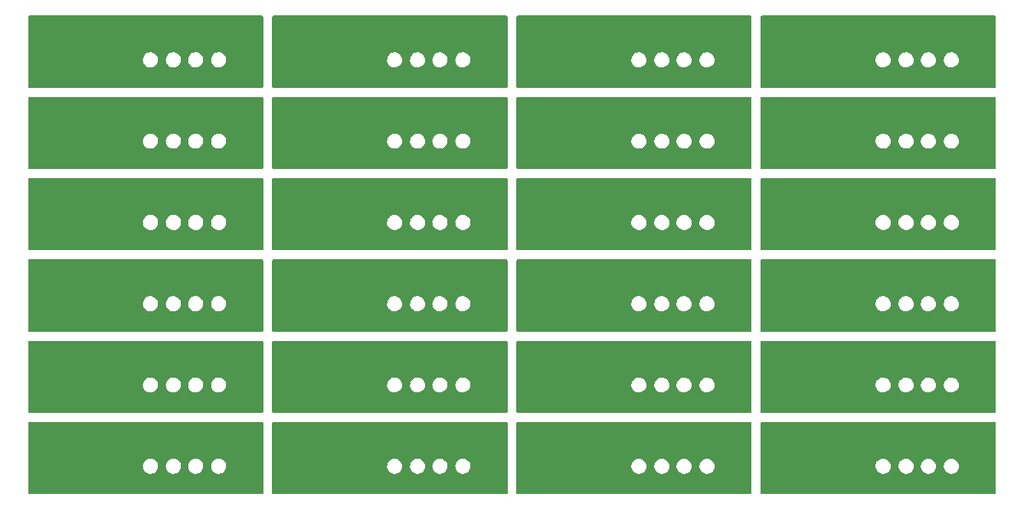
<source format=gbr>
%TF.GenerationSoftware,KiCad,Pcbnew,(7.0.0)*%
%TF.CreationDate,2023-07-13T10:06:37-04:00*%
%TF.ProjectId,bracket-led-panel,62726163-6b65-4742-9d6c-65642d70616e,rev?*%
%TF.SameCoordinates,Original*%
%TF.FileFunction,Copper,L2,Bot*%
%TF.FilePolarity,Positive*%
%FSLAX46Y46*%
G04 Gerber Fmt 4.6, Leading zero omitted, Abs format (unit mm)*
G04 Created by KiCad (PCBNEW (7.0.0)) date 2023-07-13 10:06:37*
%MOMM*%
%LPD*%
G01*
G04 APERTURE LIST*
%TA.AperFunction,ViaPad*%
%ADD10C,0.800000*%
%TD*%
G04 APERTURE END LIST*
D10*
%TO.N,Board_23-GND*%
X133675800Y-92472240D03*
X138150800Y-92622240D03*
X139250800Y-89922240D03*
X133750800Y-86297240D03*
X149800000Y-85922240D03*
X144100000Y-90400000D03*
X140900000Y-89400000D03*
X157400800Y-86397240D03*
X157550800Y-92522240D03*
X154700000Y-89500000D03*
X136100000Y-89900000D03*
X144100000Y-88400000D03*
%TO.N,Board_22-GND*%
X106675800Y-92472240D03*
X111150800Y-92622240D03*
X112250800Y-89922240D03*
X106750800Y-86297240D03*
X122800000Y-85922240D03*
X117100000Y-90400000D03*
X113900000Y-89400000D03*
X130400800Y-86397240D03*
X130550800Y-92522240D03*
X127700000Y-89500000D03*
X109100000Y-89900000D03*
X117100000Y-88400000D03*
%TO.N,Board_21-GND*%
X79675800Y-92472240D03*
X84150800Y-92622240D03*
X85250800Y-89922240D03*
X79750800Y-86297240D03*
X95800000Y-85922240D03*
X90100000Y-90400000D03*
X86900000Y-89400000D03*
X103400800Y-86397240D03*
X103550800Y-92522240D03*
X100700000Y-89500000D03*
X82100000Y-89900000D03*
X90100000Y-88400000D03*
%TO.N,Board_20-GND*%
X52675800Y-92472240D03*
X57150800Y-92622240D03*
X58250800Y-89922240D03*
X52750800Y-86297240D03*
X68800000Y-85922240D03*
X63100000Y-90400000D03*
X59900000Y-89400000D03*
X76400800Y-86397240D03*
X76550800Y-92522240D03*
X73700000Y-89500000D03*
X55100000Y-89900000D03*
X63100000Y-88400000D03*
%TO.N,Board_19-GND*%
X133675800Y-83472240D03*
X138150800Y-83622240D03*
X139250800Y-80922240D03*
X133750800Y-77297240D03*
X149800000Y-76922240D03*
X144100000Y-81400000D03*
X140900000Y-80400000D03*
X157400800Y-77397240D03*
X157550800Y-83522240D03*
X154700000Y-80500000D03*
X136100000Y-80900000D03*
X144100000Y-79400000D03*
%TO.N,Board_18-GND*%
X106675800Y-83472240D03*
X111150800Y-83622240D03*
X112250800Y-80922240D03*
X106750800Y-77297240D03*
X122800000Y-76922240D03*
X117100000Y-81400000D03*
X113900000Y-80400000D03*
X130400800Y-77397240D03*
X130550800Y-83522240D03*
X127700000Y-80500000D03*
X109100000Y-80900000D03*
X117100000Y-79400000D03*
%TO.N,Board_17-GND*%
X79675800Y-83472240D03*
X84150800Y-83622240D03*
X85250800Y-80922240D03*
X79750800Y-77297240D03*
X95800000Y-76922240D03*
X90100000Y-81400000D03*
X86900000Y-80400000D03*
X103400800Y-77397240D03*
X103550800Y-83522240D03*
X100700000Y-80500000D03*
X82100000Y-80900000D03*
X90100000Y-79400000D03*
%TO.N,Board_16-GND*%
X52675800Y-83472240D03*
X57150800Y-83622240D03*
X58250800Y-80922240D03*
X52750800Y-77297240D03*
X68800000Y-76922240D03*
X63100000Y-81400000D03*
X59900000Y-80400000D03*
X76400800Y-77397240D03*
X76550800Y-83522240D03*
X73700000Y-80500000D03*
X55100000Y-80900000D03*
X63100000Y-79400000D03*
%TO.N,Board_15-GND*%
X133675800Y-74472240D03*
X138150800Y-74622240D03*
X139250800Y-71922240D03*
X133750800Y-68297240D03*
X149800000Y-67922240D03*
X144100000Y-72400000D03*
X140900000Y-71400000D03*
X157400800Y-68397240D03*
X157550800Y-74522240D03*
X154700000Y-71500000D03*
X136100000Y-71900000D03*
X144100000Y-70400000D03*
%TO.N,Board_14-GND*%
X106675800Y-74472240D03*
X111150800Y-74622240D03*
X112250800Y-71922240D03*
X106750800Y-68297240D03*
X122800000Y-67922240D03*
X117100000Y-72400000D03*
X113900000Y-71400000D03*
X130400800Y-68397240D03*
X130550800Y-74522240D03*
X127700000Y-71500000D03*
X109100000Y-71900000D03*
X117100000Y-70400000D03*
%TO.N,Board_13-GND*%
X79675800Y-74472240D03*
X84150800Y-74622240D03*
X85250800Y-71922240D03*
X79750800Y-68297240D03*
X95800000Y-67922240D03*
X90100000Y-72400000D03*
X86900000Y-71400000D03*
X103400800Y-68397240D03*
X103550800Y-74522240D03*
X100700000Y-71500000D03*
X82100000Y-71900000D03*
X90100000Y-70400000D03*
%TO.N,Board_12-GND*%
X52675800Y-74472240D03*
X57150800Y-74622240D03*
X58250800Y-71922240D03*
X52750800Y-68297240D03*
X68800000Y-67922240D03*
X63100000Y-72400000D03*
X59900000Y-71400000D03*
X76400800Y-68397240D03*
X76550800Y-74522240D03*
X73700000Y-71500000D03*
X55100000Y-71900000D03*
X63100000Y-70400000D03*
%TO.N,Board_11-GND*%
X133675800Y-65472240D03*
X138150800Y-65622240D03*
X139250800Y-62922240D03*
X133750800Y-59297240D03*
X149800000Y-58922240D03*
X144100000Y-63400000D03*
X140900000Y-62400000D03*
X157400800Y-59397240D03*
X157550800Y-65522240D03*
X154700000Y-62500000D03*
X136100000Y-62900000D03*
X144100000Y-61400000D03*
%TO.N,Board_10-GND*%
X106675800Y-65472240D03*
X111150800Y-65622240D03*
X112250800Y-62922240D03*
X106750800Y-59297240D03*
X122800000Y-58922240D03*
X117100000Y-63400000D03*
X113900000Y-62400000D03*
X130400800Y-59397240D03*
X130550800Y-65522240D03*
X127700000Y-62500000D03*
X109100000Y-62900000D03*
X117100000Y-61400000D03*
%TO.N,Board_9-GND*%
X79675800Y-65472240D03*
X84150800Y-65622240D03*
X85250800Y-62922240D03*
X79750800Y-59297240D03*
X95800000Y-58922240D03*
X90100000Y-63400000D03*
X86900000Y-62400000D03*
X103400800Y-59397240D03*
X103550800Y-65522240D03*
X100700000Y-62500000D03*
X82100000Y-62900000D03*
X90100000Y-61400000D03*
%TO.N,Board_8-GND*%
X52675800Y-65472240D03*
X57150800Y-65622240D03*
X58250800Y-62922240D03*
X52750800Y-59297240D03*
X68800000Y-58922240D03*
X63100000Y-63400000D03*
X59900000Y-62400000D03*
X76400800Y-59397240D03*
X76550800Y-65522240D03*
X73700000Y-62500000D03*
X55100000Y-62900000D03*
X63100000Y-61400000D03*
%TO.N,Board_7-GND*%
X133675800Y-56472240D03*
X138150800Y-56622240D03*
X139250800Y-53922240D03*
X133750800Y-50297240D03*
X149800000Y-49922240D03*
X144100000Y-54400000D03*
X140900000Y-53400000D03*
X157400800Y-50397240D03*
X157550800Y-56522240D03*
X154700000Y-53500000D03*
X136100000Y-53900000D03*
X144100000Y-52400000D03*
%TO.N,Board_6-GND*%
X106675800Y-56472240D03*
X111150800Y-56622240D03*
X112250800Y-53922240D03*
X106750800Y-50297240D03*
X122800000Y-49922240D03*
X117100000Y-54400000D03*
X113900000Y-53400000D03*
X130400800Y-50397240D03*
X130550800Y-56522240D03*
X127700000Y-53500000D03*
X109100000Y-53900000D03*
X117100000Y-52400000D03*
%TO.N,Board_5-GND*%
X79675800Y-56472240D03*
X84150800Y-56622240D03*
X85250800Y-53922240D03*
X79750800Y-50297240D03*
X95800000Y-49922240D03*
X90100000Y-54400000D03*
X86900000Y-53400000D03*
X103400800Y-50397240D03*
X103550800Y-56522240D03*
X100700000Y-53500000D03*
X82100000Y-53900000D03*
X90100000Y-52400000D03*
%TO.N,Board_4-GND*%
X52675800Y-56472240D03*
X57150800Y-56622240D03*
X58250800Y-53922240D03*
X52750800Y-50297240D03*
X68800000Y-49922240D03*
X63100000Y-54400000D03*
X59900000Y-53400000D03*
X76400800Y-50397240D03*
X76550800Y-56522240D03*
X73700000Y-53500000D03*
X55100000Y-53900000D03*
X63100000Y-52400000D03*
%TO.N,Board_3-GND*%
X133675800Y-47472240D03*
X138150800Y-47622240D03*
X139250800Y-44922240D03*
X133750800Y-41297240D03*
X149800000Y-40922240D03*
X144100000Y-45400000D03*
X140900000Y-44400000D03*
X157400800Y-41397240D03*
X157550800Y-47522240D03*
X154700000Y-44500000D03*
X136100000Y-44900000D03*
X144100000Y-43400000D03*
%TO.N,Board_2-GND*%
X106675800Y-47472240D03*
X111150800Y-47622240D03*
X112250800Y-44922240D03*
X106750800Y-41297240D03*
X122800000Y-40922240D03*
X117100000Y-45400000D03*
X113900000Y-44400000D03*
X130400800Y-41397240D03*
X130550800Y-47522240D03*
X127700000Y-44500000D03*
X109100000Y-44900000D03*
X117100000Y-43400000D03*
%TO.N,Board_1-GND*%
X79675800Y-47472240D03*
X84150800Y-47622240D03*
X85250800Y-44922240D03*
X79750800Y-41297240D03*
X95800000Y-40922240D03*
X90100000Y-45400000D03*
X86900000Y-44400000D03*
X103400800Y-41397240D03*
X103550800Y-47522240D03*
X100700000Y-44500000D03*
X82100000Y-44900000D03*
X90100000Y-43400000D03*
%TO.N,Board_0-GND*%
X52675800Y-47472240D03*
X57150800Y-47622240D03*
X58250800Y-44922240D03*
X52750800Y-41297240D03*
X68800000Y-40922240D03*
X63100000Y-45400000D03*
X59900000Y-44400000D03*
X76400800Y-41397240D03*
X76550800Y-47522240D03*
X73700000Y-44500000D03*
X55100000Y-44900000D03*
X63100000Y-43400000D03*
%TD*%
%TA.AperFunction,Conductor*%
%TO.N,Board_18-GND*%
G36*
X131438000Y-76516613D02*
G01*
X131483387Y-76562000D01*
X131500000Y-76624000D01*
X131500000Y-84376000D01*
X131483387Y-84438000D01*
X131438000Y-84483387D01*
X131376000Y-84500000D01*
X105624000Y-84500000D01*
X105562000Y-84483387D01*
X105516613Y-84438000D01*
X105500000Y-84376000D01*
X105500000Y-81354544D01*
X118191609Y-81354544D01*
X118201439Y-81535836D01*
X118203235Y-81542305D01*
X118203236Y-81542310D01*
X118227826Y-81630873D01*
X118250011Y-81710776D01*
X118335054Y-81871185D01*
X118452592Y-82009562D01*
X118457941Y-82013628D01*
X118457943Y-82013630D01*
X118591772Y-82115363D01*
X118597130Y-82119436D01*
X118761907Y-82195670D01*
X118939221Y-82234700D01*
X119071899Y-82234700D01*
X119075257Y-82234700D01*
X119210494Y-82219992D01*
X119382548Y-82162020D01*
X119538118Y-82068417D01*
X119669928Y-81943560D01*
X119771816Y-81793286D01*
X119839018Y-81624623D01*
X119868391Y-81445456D01*
X119863462Y-81354544D01*
X120731609Y-81354544D01*
X120741439Y-81535836D01*
X120743235Y-81542305D01*
X120743236Y-81542310D01*
X120767826Y-81630873D01*
X120790011Y-81710776D01*
X120875054Y-81871185D01*
X120992592Y-82009562D01*
X120997941Y-82013628D01*
X120997943Y-82013630D01*
X121131772Y-82115363D01*
X121137130Y-82119436D01*
X121301907Y-82195670D01*
X121479221Y-82234700D01*
X121611899Y-82234700D01*
X121615257Y-82234700D01*
X121750494Y-82219992D01*
X121922548Y-82162020D01*
X122078118Y-82068417D01*
X122209928Y-81943560D01*
X122311816Y-81793286D01*
X122379018Y-81624623D01*
X122408391Y-81445456D01*
X122403462Y-81354544D01*
X123191609Y-81354544D01*
X123201439Y-81535836D01*
X123203235Y-81542305D01*
X123203236Y-81542310D01*
X123227826Y-81630873D01*
X123250011Y-81710776D01*
X123335054Y-81871185D01*
X123452592Y-82009562D01*
X123457941Y-82013628D01*
X123457943Y-82013630D01*
X123591772Y-82115363D01*
X123597130Y-82119436D01*
X123761907Y-82195670D01*
X123939221Y-82234700D01*
X124071899Y-82234700D01*
X124075257Y-82234700D01*
X124210494Y-82219992D01*
X124382548Y-82162020D01*
X124538118Y-82068417D01*
X124669928Y-81943560D01*
X124771816Y-81793286D01*
X124839018Y-81624623D01*
X124868391Y-81445456D01*
X124863462Y-81354544D01*
X125731609Y-81354544D01*
X125741439Y-81535836D01*
X125743235Y-81542305D01*
X125743236Y-81542310D01*
X125767826Y-81630873D01*
X125790011Y-81710776D01*
X125875054Y-81871185D01*
X125992592Y-82009562D01*
X125997941Y-82013628D01*
X125997943Y-82013630D01*
X126131772Y-82115363D01*
X126137130Y-82119436D01*
X126301907Y-82195670D01*
X126479221Y-82234700D01*
X126611899Y-82234700D01*
X126615257Y-82234700D01*
X126750494Y-82219992D01*
X126922548Y-82162020D01*
X127078118Y-82068417D01*
X127209928Y-81943560D01*
X127311816Y-81793286D01*
X127379018Y-81624623D01*
X127408391Y-81445456D01*
X127398561Y-81264164D01*
X127349989Y-81089224D01*
X127264946Y-80928815D01*
X127147408Y-80790438D01*
X127142058Y-80786371D01*
X127142056Y-80786369D01*
X127008227Y-80684636D01*
X127008225Y-80684635D01*
X127002870Y-80680564D01*
X126918324Y-80641449D01*
X126844193Y-80607152D01*
X126844191Y-80607151D01*
X126838093Y-80604330D01*
X126831530Y-80602885D01*
X126831529Y-80602885D01*
X126667344Y-80566745D01*
X126667343Y-80566744D01*
X126660779Y-80565300D01*
X126524743Y-80565300D01*
X126521406Y-80565662D01*
X126521404Y-80565663D01*
X126396187Y-80579281D01*
X126396183Y-80579281D01*
X126389506Y-80580008D01*
X126383145Y-80582151D01*
X126383137Y-80582153D01*
X126223825Y-80635832D01*
X126223819Y-80635834D01*
X126217452Y-80637980D01*
X126211691Y-80641446D01*
X126211685Y-80641449D01*
X126067648Y-80728113D01*
X126067643Y-80728116D01*
X126061882Y-80731583D01*
X126057004Y-80736203D01*
X126056997Y-80736209D01*
X125934952Y-80851817D01*
X125930072Y-80856440D01*
X125926304Y-80861996D01*
X125926300Y-80862002D01*
X125831956Y-81001150D01*
X125828184Y-81006714D01*
X125825696Y-81012957D01*
X125825695Y-81012960D01*
X125763472Y-81169126D01*
X125763470Y-81169131D01*
X125760982Y-81175377D01*
X125759893Y-81182015D01*
X125759893Y-81182018D01*
X125746426Y-81264164D01*
X125731609Y-81354544D01*
X124863462Y-81354544D01*
X124858561Y-81264164D01*
X124809989Y-81089224D01*
X124724946Y-80928815D01*
X124607408Y-80790438D01*
X124602058Y-80786371D01*
X124602056Y-80786369D01*
X124468227Y-80684636D01*
X124468225Y-80684635D01*
X124462870Y-80680564D01*
X124378324Y-80641449D01*
X124304193Y-80607152D01*
X124304191Y-80607151D01*
X124298093Y-80604330D01*
X124291530Y-80602885D01*
X124291529Y-80602885D01*
X124127344Y-80566745D01*
X124127343Y-80566744D01*
X124120779Y-80565300D01*
X123984743Y-80565300D01*
X123981406Y-80565662D01*
X123981404Y-80565663D01*
X123856187Y-80579281D01*
X123856183Y-80579281D01*
X123849506Y-80580008D01*
X123843145Y-80582151D01*
X123843137Y-80582153D01*
X123683825Y-80635832D01*
X123683819Y-80635834D01*
X123677452Y-80637980D01*
X123671691Y-80641446D01*
X123671685Y-80641449D01*
X123527648Y-80728113D01*
X123527643Y-80728116D01*
X123521882Y-80731583D01*
X123517004Y-80736203D01*
X123516997Y-80736209D01*
X123394952Y-80851817D01*
X123390072Y-80856440D01*
X123386304Y-80861996D01*
X123386300Y-80862002D01*
X123291956Y-81001150D01*
X123288184Y-81006714D01*
X123285696Y-81012957D01*
X123285695Y-81012960D01*
X123223472Y-81169126D01*
X123223470Y-81169131D01*
X123220982Y-81175377D01*
X123219893Y-81182015D01*
X123219893Y-81182018D01*
X123206426Y-81264164D01*
X123191609Y-81354544D01*
X122403462Y-81354544D01*
X122398561Y-81264164D01*
X122349989Y-81089224D01*
X122264946Y-80928815D01*
X122147408Y-80790438D01*
X122142058Y-80786371D01*
X122142056Y-80786369D01*
X122008227Y-80684636D01*
X122008225Y-80684635D01*
X122002870Y-80680564D01*
X121918324Y-80641449D01*
X121844193Y-80607152D01*
X121844191Y-80607151D01*
X121838093Y-80604330D01*
X121831530Y-80602885D01*
X121831529Y-80602885D01*
X121667344Y-80566745D01*
X121667343Y-80566744D01*
X121660779Y-80565300D01*
X121524743Y-80565300D01*
X121521406Y-80565662D01*
X121521404Y-80565663D01*
X121396187Y-80579281D01*
X121396183Y-80579281D01*
X121389506Y-80580008D01*
X121383145Y-80582151D01*
X121383137Y-80582153D01*
X121223825Y-80635832D01*
X121223819Y-80635834D01*
X121217452Y-80637980D01*
X121211691Y-80641446D01*
X121211685Y-80641449D01*
X121067648Y-80728113D01*
X121067643Y-80728116D01*
X121061882Y-80731583D01*
X121057004Y-80736203D01*
X121056997Y-80736209D01*
X120934952Y-80851817D01*
X120930072Y-80856440D01*
X120926304Y-80861996D01*
X120926300Y-80862002D01*
X120831956Y-81001150D01*
X120828184Y-81006714D01*
X120825696Y-81012957D01*
X120825695Y-81012960D01*
X120763472Y-81169126D01*
X120763470Y-81169131D01*
X120760982Y-81175377D01*
X120759893Y-81182015D01*
X120759893Y-81182018D01*
X120746426Y-81264164D01*
X120731609Y-81354544D01*
X119863462Y-81354544D01*
X119858561Y-81264164D01*
X119809989Y-81089224D01*
X119724946Y-80928815D01*
X119607408Y-80790438D01*
X119602058Y-80786371D01*
X119602056Y-80786369D01*
X119468227Y-80684636D01*
X119468225Y-80684635D01*
X119462870Y-80680564D01*
X119378324Y-80641449D01*
X119304193Y-80607152D01*
X119304191Y-80607151D01*
X119298093Y-80604330D01*
X119291530Y-80602885D01*
X119291529Y-80602885D01*
X119127344Y-80566745D01*
X119127343Y-80566744D01*
X119120779Y-80565300D01*
X118984743Y-80565300D01*
X118981406Y-80565662D01*
X118981404Y-80565663D01*
X118856187Y-80579281D01*
X118856183Y-80579281D01*
X118849506Y-80580008D01*
X118843145Y-80582151D01*
X118843137Y-80582153D01*
X118683825Y-80635832D01*
X118683819Y-80635834D01*
X118677452Y-80637980D01*
X118671691Y-80641446D01*
X118671685Y-80641449D01*
X118527648Y-80728113D01*
X118527643Y-80728116D01*
X118521882Y-80731583D01*
X118517004Y-80736203D01*
X118516997Y-80736209D01*
X118394952Y-80851817D01*
X118390072Y-80856440D01*
X118386304Y-80861996D01*
X118386300Y-80862002D01*
X118291956Y-81001150D01*
X118288184Y-81006714D01*
X118285696Y-81012957D01*
X118285695Y-81012960D01*
X118223472Y-81169126D01*
X118223470Y-81169131D01*
X118220982Y-81175377D01*
X118219893Y-81182015D01*
X118219893Y-81182018D01*
X118206426Y-81264164D01*
X118191609Y-81354544D01*
X105500000Y-81354544D01*
X105500000Y-76624000D01*
X105516613Y-76562000D01*
X105562000Y-76516613D01*
X105624000Y-76500000D01*
X131376000Y-76500000D01*
X131438000Y-76516613D01*
G37*
%TD.AperFunction*%
%TD*%
%TA.AperFunction,Conductor*%
%TO.N,Board_13-GND*%
G36*
X104438000Y-67516613D02*
G01*
X104483387Y-67562000D01*
X104500000Y-67624000D01*
X104500000Y-75376000D01*
X104483387Y-75438000D01*
X104438000Y-75483387D01*
X104376000Y-75500000D01*
X78624000Y-75500000D01*
X78562000Y-75483387D01*
X78516613Y-75438000D01*
X78500000Y-75376000D01*
X78500000Y-72354544D01*
X91191609Y-72354544D01*
X91201439Y-72535836D01*
X91203235Y-72542305D01*
X91203236Y-72542310D01*
X91227826Y-72630873D01*
X91250011Y-72710776D01*
X91335054Y-72871185D01*
X91452592Y-73009562D01*
X91457941Y-73013628D01*
X91457943Y-73013630D01*
X91591772Y-73115363D01*
X91597130Y-73119436D01*
X91761907Y-73195670D01*
X91939221Y-73234700D01*
X92071899Y-73234700D01*
X92075257Y-73234700D01*
X92210494Y-73219992D01*
X92382548Y-73162020D01*
X92538118Y-73068417D01*
X92669928Y-72943560D01*
X92771816Y-72793286D01*
X92839018Y-72624623D01*
X92868391Y-72445456D01*
X92863462Y-72354544D01*
X93731609Y-72354544D01*
X93741439Y-72535836D01*
X93743235Y-72542305D01*
X93743236Y-72542310D01*
X93767826Y-72630873D01*
X93790011Y-72710776D01*
X93875054Y-72871185D01*
X93992592Y-73009562D01*
X93997941Y-73013628D01*
X93997943Y-73013630D01*
X94131772Y-73115363D01*
X94137130Y-73119436D01*
X94301907Y-73195670D01*
X94479221Y-73234700D01*
X94611899Y-73234700D01*
X94615257Y-73234700D01*
X94750494Y-73219992D01*
X94922548Y-73162020D01*
X95078118Y-73068417D01*
X95209928Y-72943560D01*
X95311816Y-72793286D01*
X95379018Y-72624623D01*
X95408391Y-72445456D01*
X95403462Y-72354544D01*
X96191609Y-72354544D01*
X96201439Y-72535836D01*
X96203235Y-72542305D01*
X96203236Y-72542310D01*
X96227826Y-72630873D01*
X96250011Y-72710776D01*
X96335054Y-72871185D01*
X96452592Y-73009562D01*
X96457941Y-73013628D01*
X96457943Y-73013630D01*
X96591772Y-73115363D01*
X96597130Y-73119436D01*
X96761907Y-73195670D01*
X96939221Y-73234700D01*
X97071899Y-73234700D01*
X97075257Y-73234700D01*
X97210494Y-73219992D01*
X97382548Y-73162020D01*
X97538118Y-73068417D01*
X97669928Y-72943560D01*
X97771816Y-72793286D01*
X97839018Y-72624623D01*
X97868391Y-72445456D01*
X97863462Y-72354544D01*
X98731609Y-72354544D01*
X98741439Y-72535836D01*
X98743235Y-72542305D01*
X98743236Y-72542310D01*
X98767826Y-72630873D01*
X98790011Y-72710776D01*
X98875054Y-72871185D01*
X98992592Y-73009562D01*
X98997941Y-73013628D01*
X98997943Y-73013630D01*
X99131772Y-73115363D01*
X99137130Y-73119436D01*
X99301907Y-73195670D01*
X99479221Y-73234700D01*
X99611899Y-73234700D01*
X99615257Y-73234700D01*
X99750494Y-73219992D01*
X99922548Y-73162020D01*
X100078118Y-73068417D01*
X100209928Y-72943560D01*
X100311816Y-72793286D01*
X100379018Y-72624623D01*
X100408391Y-72445456D01*
X100398561Y-72264164D01*
X100349989Y-72089224D01*
X100264946Y-71928815D01*
X100147408Y-71790438D01*
X100142058Y-71786371D01*
X100142056Y-71786369D01*
X100008227Y-71684636D01*
X100008225Y-71684635D01*
X100002870Y-71680564D01*
X99918324Y-71641449D01*
X99844193Y-71607152D01*
X99844191Y-71607151D01*
X99838093Y-71604330D01*
X99831530Y-71602885D01*
X99831529Y-71602885D01*
X99667344Y-71566745D01*
X99667343Y-71566744D01*
X99660779Y-71565300D01*
X99524743Y-71565300D01*
X99521406Y-71565662D01*
X99521404Y-71565663D01*
X99396187Y-71579281D01*
X99396183Y-71579281D01*
X99389506Y-71580008D01*
X99383145Y-71582151D01*
X99383137Y-71582153D01*
X99223825Y-71635832D01*
X99223819Y-71635834D01*
X99217452Y-71637980D01*
X99211691Y-71641446D01*
X99211685Y-71641449D01*
X99067648Y-71728113D01*
X99067643Y-71728116D01*
X99061882Y-71731583D01*
X99057004Y-71736203D01*
X99056997Y-71736209D01*
X98934952Y-71851817D01*
X98930072Y-71856440D01*
X98926304Y-71861996D01*
X98926300Y-71862002D01*
X98831956Y-72001150D01*
X98828184Y-72006714D01*
X98825696Y-72012957D01*
X98825695Y-72012960D01*
X98763472Y-72169126D01*
X98763470Y-72169131D01*
X98760982Y-72175377D01*
X98759893Y-72182015D01*
X98759893Y-72182018D01*
X98746426Y-72264164D01*
X98731609Y-72354544D01*
X97863462Y-72354544D01*
X97858561Y-72264164D01*
X97809989Y-72089224D01*
X97724946Y-71928815D01*
X97607408Y-71790438D01*
X97602058Y-71786371D01*
X97602056Y-71786369D01*
X97468227Y-71684636D01*
X97468225Y-71684635D01*
X97462870Y-71680564D01*
X97378324Y-71641449D01*
X97304193Y-71607152D01*
X97304191Y-71607151D01*
X97298093Y-71604330D01*
X97291530Y-71602885D01*
X97291529Y-71602885D01*
X97127344Y-71566745D01*
X97127343Y-71566744D01*
X97120779Y-71565300D01*
X96984743Y-71565300D01*
X96981406Y-71565662D01*
X96981404Y-71565663D01*
X96856187Y-71579281D01*
X96856183Y-71579281D01*
X96849506Y-71580008D01*
X96843145Y-71582151D01*
X96843137Y-71582153D01*
X96683825Y-71635832D01*
X96683819Y-71635834D01*
X96677452Y-71637980D01*
X96671691Y-71641446D01*
X96671685Y-71641449D01*
X96527648Y-71728113D01*
X96527643Y-71728116D01*
X96521882Y-71731583D01*
X96517004Y-71736203D01*
X96516997Y-71736209D01*
X96394952Y-71851817D01*
X96390072Y-71856440D01*
X96386304Y-71861996D01*
X96386300Y-71862002D01*
X96291956Y-72001150D01*
X96288184Y-72006714D01*
X96285696Y-72012957D01*
X96285695Y-72012960D01*
X96223472Y-72169126D01*
X96223470Y-72169131D01*
X96220982Y-72175377D01*
X96219893Y-72182015D01*
X96219893Y-72182018D01*
X96206426Y-72264164D01*
X96191609Y-72354544D01*
X95403462Y-72354544D01*
X95398561Y-72264164D01*
X95349989Y-72089224D01*
X95264946Y-71928815D01*
X95147408Y-71790438D01*
X95142058Y-71786371D01*
X95142056Y-71786369D01*
X95008227Y-71684636D01*
X95008225Y-71684635D01*
X95002870Y-71680564D01*
X94918324Y-71641449D01*
X94844193Y-71607152D01*
X94844191Y-71607151D01*
X94838093Y-71604330D01*
X94831530Y-71602885D01*
X94831529Y-71602885D01*
X94667344Y-71566745D01*
X94667343Y-71566744D01*
X94660779Y-71565300D01*
X94524743Y-71565300D01*
X94521406Y-71565662D01*
X94521404Y-71565663D01*
X94396187Y-71579281D01*
X94396183Y-71579281D01*
X94389506Y-71580008D01*
X94383145Y-71582151D01*
X94383137Y-71582153D01*
X94223825Y-71635832D01*
X94223819Y-71635834D01*
X94217452Y-71637980D01*
X94211691Y-71641446D01*
X94211685Y-71641449D01*
X94067648Y-71728113D01*
X94067643Y-71728116D01*
X94061882Y-71731583D01*
X94057004Y-71736203D01*
X94056997Y-71736209D01*
X93934952Y-71851817D01*
X93930072Y-71856440D01*
X93926304Y-71861996D01*
X93926300Y-71862002D01*
X93831956Y-72001150D01*
X93828184Y-72006714D01*
X93825696Y-72012957D01*
X93825695Y-72012960D01*
X93763472Y-72169126D01*
X93763470Y-72169131D01*
X93760982Y-72175377D01*
X93759893Y-72182015D01*
X93759893Y-72182018D01*
X93746426Y-72264164D01*
X93731609Y-72354544D01*
X92863462Y-72354544D01*
X92858561Y-72264164D01*
X92809989Y-72089224D01*
X92724946Y-71928815D01*
X92607408Y-71790438D01*
X92602058Y-71786371D01*
X92602056Y-71786369D01*
X92468227Y-71684636D01*
X92468225Y-71684635D01*
X92462870Y-71680564D01*
X92378324Y-71641449D01*
X92304193Y-71607152D01*
X92304191Y-71607151D01*
X92298093Y-71604330D01*
X92291530Y-71602885D01*
X92291529Y-71602885D01*
X92127344Y-71566745D01*
X92127343Y-71566744D01*
X92120779Y-71565300D01*
X91984743Y-71565300D01*
X91981406Y-71565662D01*
X91981404Y-71565663D01*
X91856187Y-71579281D01*
X91856183Y-71579281D01*
X91849506Y-71580008D01*
X91843145Y-71582151D01*
X91843137Y-71582153D01*
X91683825Y-71635832D01*
X91683819Y-71635834D01*
X91677452Y-71637980D01*
X91671691Y-71641446D01*
X91671685Y-71641449D01*
X91527648Y-71728113D01*
X91527643Y-71728116D01*
X91521882Y-71731583D01*
X91517004Y-71736203D01*
X91516997Y-71736209D01*
X91394952Y-71851817D01*
X91390072Y-71856440D01*
X91386304Y-71861996D01*
X91386300Y-71862002D01*
X91291956Y-72001150D01*
X91288184Y-72006714D01*
X91285696Y-72012957D01*
X91285695Y-72012960D01*
X91223472Y-72169126D01*
X91223470Y-72169131D01*
X91220982Y-72175377D01*
X91219893Y-72182015D01*
X91219893Y-72182018D01*
X91206426Y-72264164D01*
X91191609Y-72354544D01*
X78500000Y-72354544D01*
X78500000Y-67624000D01*
X78516613Y-67562000D01*
X78562000Y-67516613D01*
X78624000Y-67500000D01*
X104376000Y-67500000D01*
X104438000Y-67516613D01*
G37*
%TD.AperFunction*%
%TD*%
%TA.AperFunction,Conductor*%
%TO.N,Board_2-GND*%
G36*
X131438000Y-40516613D02*
G01*
X131483387Y-40562000D01*
X131500000Y-40624000D01*
X131500000Y-48376000D01*
X131483387Y-48438000D01*
X131438000Y-48483387D01*
X131376000Y-48500000D01*
X105624000Y-48500000D01*
X105562000Y-48483387D01*
X105516613Y-48438000D01*
X105500000Y-48376000D01*
X105500000Y-45354544D01*
X118191609Y-45354544D01*
X118201439Y-45535836D01*
X118203235Y-45542305D01*
X118203236Y-45542310D01*
X118227826Y-45630873D01*
X118250011Y-45710776D01*
X118335054Y-45871185D01*
X118452592Y-46009562D01*
X118457941Y-46013628D01*
X118457943Y-46013630D01*
X118591772Y-46115363D01*
X118597130Y-46119436D01*
X118761907Y-46195670D01*
X118939221Y-46234700D01*
X119071899Y-46234700D01*
X119075257Y-46234700D01*
X119210494Y-46219992D01*
X119382548Y-46162020D01*
X119538118Y-46068417D01*
X119669928Y-45943560D01*
X119771816Y-45793286D01*
X119839018Y-45624623D01*
X119868391Y-45445456D01*
X119863462Y-45354544D01*
X120731609Y-45354544D01*
X120741439Y-45535836D01*
X120743235Y-45542305D01*
X120743236Y-45542310D01*
X120767826Y-45630873D01*
X120790011Y-45710776D01*
X120875054Y-45871185D01*
X120992592Y-46009562D01*
X120997941Y-46013628D01*
X120997943Y-46013630D01*
X121131772Y-46115363D01*
X121137130Y-46119436D01*
X121301907Y-46195670D01*
X121479221Y-46234700D01*
X121611899Y-46234700D01*
X121615257Y-46234700D01*
X121750494Y-46219992D01*
X121922548Y-46162020D01*
X122078118Y-46068417D01*
X122209928Y-45943560D01*
X122311816Y-45793286D01*
X122379018Y-45624623D01*
X122408391Y-45445456D01*
X122403462Y-45354544D01*
X123191609Y-45354544D01*
X123201439Y-45535836D01*
X123203235Y-45542305D01*
X123203236Y-45542310D01*
X123227826Y-45630873D01*
X123250011Y-45710776D01*
X123335054Y-45871185D01*
X123452592Y-46009562D01*
X123457941Y-46013628D01*
X123457943Y-46013630D01*
X123591772Y-46115363D01*
X123597130Y-46119436D01*
X123761907Y-46195670D01*
X123939221Y-46234700D01*
X124071899Y-46234700D01*
X124075257Y-46234700D01*
X124210494Y-46219992D01*
X124382548Y-46162020D01*
X124538118Y-46068417D01*
X124669928Y-45943560D01*
X124771816Y-45793286D01*
X124839018Y-45624623D01*
X124868391Y-45445456D01*
X124863462Y-45354544D01*
X125731609Y-45354544D01*
X125741439Y-45535836D01*
X125743235Y-45542305D01*
X125743236Y-45542310D01*
X125767826Y-45630873D01*
X125790011Y-45710776D01*
X125875054Y-45871185D01*
X125992592Y-46009562D01*
X125997941Y-46013628D01*
X125997943Y-46013630D01*
X126131772Y-46115363D01*
X126137130Y-46119436D01*
X126301907Y-46195670D01*
X126479221Y-46234700D01*
X126611899Y-46234700D01*
X126615257Y-46234700D01*
X126750494Y-46219992D01*
X126922548Y-46162020D01*
X127078118Y-46068417D01*
X127209928Y-45943560D01*
X127311816Y-45793286D01*
X127379018Y-45624623D01*
X127408391Y-45445456D01*
X127398561Y-45264164D01*
X127349989Y-45089224D01*
X127264946Y-44928815D01*
X127147408Y-44790438D01*
X127142058Y-44786371D01*
X127142056Y-44786369D01*
X127008227Y-44684636D01*
X127008225Y-44684635D01*
X127002870Y-44680564D01*
X126918324Y-44641449D01*
X126844193Y-44607152D01*
X126844191Y-44607151D01*
X126838093Y-44604330D01*
X126831530Y-44602885D01*
X126831529Y-44602885D01*
X126667344Y-44566745D01*
X126667343Y-44566744D01*
X126660779Y-44565300D01*
X126524743Y-44565300D01*
X126521406Y-44565662D01*
X126521404Y-44565663D01*
X126396187Y-44579281D01*
X126396183Y-44579281D01*
X126389506Y-44580008D01*
X126383145Y-44582151D01*
X126383137Y-44582153D01*
X126223825Y-44635832D01*
X126223819Y-44635834D01*
X126217452Y-44637980D01*
X126211691Y-44641446D01*
X126211685Y-44641449D01*
X126067648Y-44728113D01*
X126067643Y-44728116D01*
X126061882Y-44731583D01*
X126057004Y-44736203D01*
X126056997Y-44736209D01*
X125934952Y-44851817D01*
X125930072Y-44856440D01*
X125926304Y-44861996D01*
X125926300Y-44862002D01*
X125831956Y-45001150D01*
X125828184Y-45006714D01*
X125825696Y-45012957D01*
X125825695Y-45012960D01*
X125763472Y-45169126D01*
X125763470Y-45169131D01*
X125760982Y-45175377D01*
X125759893Y-45182015D01*
X125759893Y-45182018D01*
X125746426Y-45264164D01*
X125731609Y-45354544D01*
X124863462Y-45354544D01*
X124858561Y-45264164D01*
X124809989Y-45089224D01*
X124724946Y-44928815D01*
X124607408Y-44790438D01*
X124602058Y-44786371D01*
X124602056Y-44786369D01*
X124468227Y-44684636D01*
X124468225Y-44684635D01*
X124462870Y-44680564D01*
X124378324Y-44641449D01*
X124304193Y-44607152D01*
X124304191Y-44607151D01*
X124298093Y-44604330D01*
X124291530Y-44602885D01*
X124291529Y-44602885D01*
X124127344Y-44566745D01*
X124127343Y-44566744D01*
X124120779Y-44565300D01*
X123984743Y-44565300D01*
X123981406Y-44565662D01*
X123981404Y-44565663D01*
X123856187Y-44579281D01*
X123856183Y-44579281D01*
X123849506Y-44580008D01*
X123843145Y-44582151D01*
X123843137Y-44582153D01*
X123683825Y-44635832D01*
X123683819Y-44635834D01*
X123677452Y-44637980D01*
X123671691Y-44641446D01*
X123671685Y-44641449D01*
X123527648Y-44728113D01*
X123527643Y-44728116D01*
X123521882Y-44731583D01*
X123517004Y-44736203D01*
X123516997Y-44736209D01*
X123394952Y-44851817D01*
X123390072Y-44856440D01*
X123386304Y-44861996D01*
X123386300Y-44862002D01*
X123291956Y-45001150D01*
X123288184Y-45006714D01*
X123285696Y-45012957D01*
X123285695Y-45012960D01*
X123223472Y-45169126D01*
X123223470Y-45169131D01*
X123220982Y-45175377D01*
X123219893Y-45182015D01*
X123219893Y-45182018D01*
X123206426Y-45264164D01*
X123191609Y-45354544D01*
X122403462Y-45354544D01*
X122398561Y-45264164D01*
X122349989Y-45089224D01*
X122264946Y-44928815D01*
X122147408Y-44790438D01*
X122142058Y-44786371D01*
X122142056Y-44786369D01*
X122008227Y-44684636D01*
X122008225Y-44684635D01*
X122002870Y-44680564D01*
X121918324Y-44641449D01*
X121844193Y-44607152D01*
X121844191Y-44607151D01*
X121838093Y-44604330D01*
X121831530Y-44602885D01*
X121831529Y-44602885D01*
X121667344Y-44566745D01*
X121667343Y-44566744D01*
X121660779Y-44565300D01*
X121524743Y-44565300D01*
X121521406Y-44565662D01*
X121521404Y-44565663D01*
X121396187Y-44579281D01*
X121396183Y-44579281D01*
X121389506Y-44580008D01*
X121383145Y-44582151D01*
X121383137Y-44582153D01*
X121223825Y-44635832D01*
X121223819Y-44635834D01*
X121217452Y-44637980D01*
X121211691Y-44641446D01*
X121211685Y-44641449D01*
X121067648Y-44728113D01*
X121067643Y-44728116D01*
X121061882Y-44731583D01*
X121057004Y-44736203D01*
X121056997Y-44736209D01*
X120934952Y-44851817D01*
X120930072Y-44856440D01*
X120926304Y-44861996D01*
X120926300Y-44862002D01*
X120831956Y-45001150D01*
X120828184Y-45006714D01*
X120825696Y-45012957D01*
X120825695Y-45012960D01*
X120763472Y-45169126D01*
X120763470Y-45169131D01*
X120760982Y-45175377D01*
X120759893Y-45182015D01*
X120759893Y-45182018D01*
X120746426Y-45264164D01*
X120731609Y-45354544D01*
X119863462Y-45354544D01*
X119858561Y-45264164D01*
X119809989Y-45089224D01*
X119724946Y-44928815D01*
X119607408Y-44790438D01*
X119602058Y-44786371D01*
X119602056Y-44786369D01*
X119468227Y-44684636D01*
X119468225Y-44684635D01*
X119462870Y-44680564D01*
X119378324Y-44641449D01*
X119304193Y-44607152D01*
X119304191Y-44607151D01*
X119298093Y-44604330D01*
X119291530Y-44602885D01*
X119291529Y-44602885D01*
X119127344Y-44566745D01*
X119127343Y-44566744D01*
X119120779Y-44565300D01*
X118984743Y-44565300D01*
X118981406Y-44565662D01*
X118981404Y-44565663D01*
X118856187Y-44579281D01*
X118856183Y-44579281D01*
X118849506Y-44580008D01*
X118843145Y-44582151D01*
X118843137Y-44582153D01*
X118683825Y-44635832D01*
X118683819Y-44635834D01*
X118677452Y-44637980D01*
X118671691Y-44641446D01*
X118671685Y-44641449D01*
X118527648Y-44728113D01*
X118527643Y-44728116D01*
X118521882Y-44731583D01*
X118517004Y-44736203D01*
X118516997Y-44736209D01*
X118394952Y-44851817D01*
X118390072Y-44856440D01*
X118386304Y-44861996D01*
X118386300Y-44862002D01*
X118291956Y-45001150D01*
X118288184Y-45006714D01*
X118285696Y-45012957D01*
X118285695Y-45012960D01*
X118223472Y-45169126D01*
X118223470Y-45169131D01*
X118220982Y-45175377D01*
X118219893Y-45182015D01*
X118219893Y-45182018D01*
X118206426Y-45264164D01*
X118191609Y-45354544D01*
X105500000Y-45354544D01*
X105500000Y-40624000D01*
X105516613Y-40562000D01*
X105562000Y-40516613D01*
X105624000Y-40500000D01*
X131376000Y-40500000D01*
X131438000Y-40516613D01*
G37*
%TD.AperFunction*%
%TD*%
%TA.AperFunction,Conductor*%
%TO.N,Board_3-GND*%
G36*
X158438000Y-40516613D02*
G01*
X158483387Y-40562000D01*
X158500000Y-40624000D01*
X158500000Y-48376000D01*
X158483387Y-48438000D01*
X158438000Y-48483387D01*
X158376000Y-48500000D01*
X132624000Y-48500000D01*
X132562000Y-48483387D01*
X132516613Y-48438000D01*
X132500000Y-48376000D01*
X132500000Y-45354544D01*
X145191609Y-45354544D01*
X145201439Y-45535836D01*
X145203235Y-45542305D01*
X145203236Y-45542310D01*
X145227826Y-45630873D01*
X145250011Y-45710776D01*
X145335054Y-45871185D01*
X145452592Y-46009562D01*
X145457941Y-46013628D01*
X145457943Y-46013630D01*
X145591772Y-46115363D01*
X145597130Y-46119436D01*
X145761907Y-46195670D01*
X145939221Y-46234700D01*
X146071899Y-46234700D01*
X146075257Y-46234700D01*
X146210494Y-46219992D01*
X146382548Y-46162020D01*
X146538118Y-46068417D01*
X146669928Y-45943560D01*
X146771816Y-45793286D01*
X146839018Y-45624623D01*
X146868391Y-45445456D01*
X146863462Y-45354544D01*
X147731609Y-45354544D01*
X147741439Y-45535836D01*
X147743235Y-45542305D01*
X147743236Y-45542310D01*
X147767826Y-45630873D01*
X147790011Y-45710776D01*
X147875054Y-45871185D01*
X147992592Y-46009562D01*
X147997941Y-46013628D01*
X147997943Y-46013630D01*
X148131772Y-46115363D01*
X148137130Y-46119436D01*
X148301907Y-46195670D01*
X148479221Y-46234700D01*
X148611899Y-46234700D01*
X148615257Y-46234700D01*
X148750494Y-46219992D01*
X148922548Y-46162020D01*
X149078118Y-46068417D01*
X149209928Y-45943560D01*
X149311816Y-45793286D01*
X149379018Y-45624623D01*
X149408391Y-45445456D01*
X149403462Y-45354544D01*
X150191609Y-45354544D01*
X150201439Y-45535836D01*
X150203235Y-45542305D01*
X150203236Y-45542310D01*
X150227826Y-45630873D01*
X150250011Y-45710776D01*
X150335054Y-45871185D01*
X150452592Y-46009562D01*
X150457941Y-46013628D01*
X150457943Y-46013630D01*
X150591772Y-46115363D01*
X150597130Y-46119436D01*
X150761907Y-46195670D01*
X150939221Y-46234700D01*
X151071899Y-46234700D01*
X151075257Y-46234700D01*
X151210494Y-46219992D01*
X151382548Y-46162020D01*
X151538118Y-46068417D01*
X151669928Y-45943560D01*
X151771816Y-45793286D01*
X151839018Y-45624623D01*
X151868391Y-45445456D01*
X151863462Y-45354544D01*
X152731609Y-45354544D01*
X152741439Y-45535836D01*
X152743235Y-45542305D01*
X152743236Y-45542310D01*
X152767826Y-45630873D01*
X152790011Y-45710776D01*
X152875054Y-45871185D01*
X152992592Y-46009562D01*
X152997941Y-46013628D01*
X152997943Y-46013630D01*
X153131772Y-46115363D01*
X153137130Y-46119436D01*
X153301907Y-46195670D01*
X153479221Y-46234700D01*
X153611899Y-46234700D01*
X153615257Y-46234700D01*
X153750494Y-46219992D01*
X153922548Y-46162020D01*
X154078118Y-46068417D01*
X154209928Y-45943560D01*
X154311816Y-45793286D01*
X154379018Y-45624623D01*
X154408391Y-45445456D01*
X154398561Y-45264164D01*
X154349989Y-45089224D01*
X154264946Y-44928815D01*
X154147408Y-44790438D01*
X154142058Y-44786371D01*
X154142056Y-44786369D01*
X154008227Y-44684636D01*
X154008225Y-44684635D01*
X154002870Y-44680564D01*
X153918324Y-44641449D01*
X153844193Y-44607152D01*
X153844191Y-44607151D01*
X153838093Y-44604330D01*
X153831530Y-44602885D01*
X153831529Y-44602885D01*
X153667344Y-44566745D01*
X153667343Y-44566744D01*
X153660779Y-44565300D01*
X153524743Y-44565300D01*
X153521406Y-44565662D01*
X153521404Y-44565663D01*
X153396187Y-44579281D01*
X153396183Y-44579281D01*
X153389506Y-44580008D01*
X153383145Y-44582151D01*
X153383137Y-44582153D01*
X153223825Y-44635832D01*
X153223819Y-44635834D01*
X153217452Y-44637980D01*
X153211691Y-44641446D01*
X153211685Y-44641449D01*
X153067648Y-44728113D01*
X153067643Y-44728116D01*
X153061882Y-44731583D01*
X153057004Y-44736203D01*
X153056997Y-44736209D01*
X152934952Y-44851817D01*
X152930072Y-44856440D01*
X152926304Y-44861996D01*
X152926300Y-44862002D01*
X152831956Y-45001150D01*
X152828184Y-45006714D01*
X152825696Y-45012957D01*
X152825695Y-45012960D01*
X152763472Y-45169126D01*
X152763470Y-45169131D01*
X152760982Y-45175377D01*
X152759893Y-45182015D01*
X152759893Y-45182018D01*
X152746426Y-45264164D01*
X152731609Y-45354544D01*
X151863462Y-45354544D01*
X151858561Y-45264164D01*
X151809989Y-45089224D01*
X151724946Y-44928815D01*
X151607408Y-44790438D01*
X151602058Y-44786371D01*
X151602056Y-44786369D01*
X151468227Y-44684636D01*
X151468225Y-44684635D01*
X151462870Y-44680564D01*
X151378324Y-44641449D01*
X151304193Y-44607152D01*
X151304191Y-44607151D01*
X151298093Y-44604330D01*
X151291530Y-44602885D01*
X151291529Y-44602885D01*
X151127344Y-44566745D01*
X151127343Y-44566744D01*
X151120779Y-44565300D01*
X150984743Y-44565300D01*
X150981406Y-44565662D01*
X150981404Y-44565663D01*
X150856187Y-44579281D01*
X150856183Y-44579281D01*
X150849506Y-44580008D01*
X150843145Y-44582151D01*
X150843137Y-44582153D01*
X150683825Y-44635832D01*
X150683819Y-44635834D01*
X150677452Y-44637980D01*
X150671691Y-44641446D01*
X150671685Y-44641449D01*
X150527648Y-44728113D01*
X150527643Y-44728116D01*
X150521882Y-44731583D01*
X150517004Y-44736203D01*
X150516997Y-44736209D01*
X150394952Y-44851817D01*
X150390072Y-44856440D01*
X150386304Y-44861996D01*
X150386300Y-44862002D01*
X150291956Y-45001150D01*
X150288184Y-45006714D01*
X150285696Y-45012957D01*
X150285695Y-45012960D01*
X150223472Y-45169126D01*
X150223470Y-45169131D01*
X150220982Y-45175377D01*
X150219893Y-45182015D01*
X150219893Y-45182018D01*
X150206426Y-45264164D01*
X150191609Y-45354544D01*
X149403462Y-45354544D01*
X149398561Y-45264164D01*
X149349989Y-45089224D01*
X149264946Y-44928815D01*
X149147408Y-44790438D01*
X149142058Y-44786371D01*
X149142056Y-44786369D01*
X149008227Y-44684636D01*
X149008225Y-44684635D01*
X149002870Y-44680564D01*
X148918324Y-44641449D01*
X148844193Y-44607152D01*
X148844191Y-44607151D01*
X148838093Y-44604330D01*
X148831530Y-44602885D01*
X148831529Y-44602885D01*
X148667344Y-44566745D01*
X148667343Y-44566744D01*
X148660779Y-44565300D01*
X148524743Y-44565300D01*
X148521406Y-44565662D01*
X148521404Y-44565663D01*
X148396187Y-44579281D01*
X148396183Y-44579281D01*
X148389506Y-44580008D01*
X148383145Y-44582151D01*
X148383137Y-44582153D01*
X148223825Y-44635832D01*
X148223819Y-44635834D01*
X148217452Y-44637980D01*
X148211691Y-44641446D01*
X148211685Y-44641449D01*
X148067648Y-44728113D01*
X148067643Y-44728116D01*
X148061882Y-44731583D01*
X148057004Y-44736203D01*
X148056997Y-44736209D01*
X147934952Y-44851817D01*
X147930072Y-44856440D01*
X147926304Y-44861996D01*
X147926300Y-44862002D01*
X147831956Y-45001150D01*
X147828184Y-45006714D01*
X147825696Y-45012957D01*
X147825695Y-45012960D01*
X147763472Y-45169126D01*
X147763470Y-45169131D01*
X147760982Y-45175377D01*
X147759893Y-45182015D01*
X147759893Y-45182018D01*
X147746426Y-45264164D01*
X147731609Y-45354544D01*
X146863462Y-45354544D01*
X146858561Y-45264164D01*
X146809989Y-45089224D01*
X146724946Y-44928815D01*
X146607408Y-44790438D01*
X146602058Y-44786371D01*
X146602056Y-44786369D01*
X146468227Y-44684636D01*
X146468225Y-44684635D01*
X146462870Y-44680564D01*
X146378324Y-44641449D01*
X146304193Y-44607152D01*
X146304191Y-44607151D01*
X146298093Y-44604330D01*
X146291530Y-44602885D01*
X146291529Y-44602885D01*
X146127344Y-44566745D01*
X146127343Y-44566744D01*
X146120779Y-44565300D01*
X145984743Y-44565300D01*
X145981406Y-44565662D01*
X145981404Y-44565663D01*
X145856187Y-44579281D01*
X145856183Y-44579281D01*
X145849506Y-44580008D01*
X145843145Y-44582151D01*
X145843137Y-44582153D01*
X145683825Y-44635832D01*
X145683819Y-44635834D01*
X145677452Y-44637980D01*
X145671691Y-44641446D01*
X145671685Y-44641449D01*
X145527648Y-44728113D01*
X145527643Y-44728116D01*
X145521882Y-44731583D01*
X145517004Y-44736203D01*
X145516997Y-44736209D01*
X145394952Y-44851817D01*
X145390072Y-44856440D01*
X145386304Y-44861996D01*
X145386300Y-44862002D01*
X145291956Y-45001150D01*
X145288184Y-45006714D01*
X145285696Y-45012957D01*
X145285695Y-45012960D01*
X145223472Y-45169126D01*
X145223470Y-45169131D01*
X145220982Y-45175377D01*
X145219893Y-45182015D01*
X145219893Y-45182018D01*
X145206426Y-45264164D01*
X145191609Y-45354544D01*
X132500000Y-45354544D01*
X132500000Y-40624000D01*
X132516613Y-40562000D01*
X132562000Y-40516613D01*
X132624000Y-40500000D01*
X158376000Y-40500000D01*
X158438000Y-40516613D01*
G37*
%TD.AperFunction*%
%TD*%
%TA.AperFunction,Conductor*%
%TO.N,Board_5-GND*%
G36*
X104438000Y-49516613D02*
G01*
X104483387Y-49562000D01*
X104500000Y-49624000D01*
X104500000Y-57376000D01*
X104483387Y-57438000D01*
X104438000Y-57483387D01*
X104376000Y-57500000D01*
X78624000Y-57500000D01*
X78562000Y-57483387D01*
X78516613Y-57438000D01*
X78500000Y-57376000D01*
X78500000Y-54354544D01*
X91191609Y-54354544D01*
X91201439Y-54535836D01*
X91203235Y-54542305D01*
X91203236Y-54542310D01*
X91227826Y-54630873D01*
X91250011Y-54710776D01*
X91335054Y-54871185D01*
X91452592Y-55009562D01*
X91457941Y-55013628D01*
X91457943Y-55013630D01*
X91591772Y-55115363D01*
X91597130Y-55119436D01*
X91761907Y-55195670D01*
X91939221Y-55234700D01*
X92071899Y-55234700D01*
X92075257Y-55234700D01*
X92210494Y-55219992D01*
X92382548Y-55162020D01*
X92538118Y-55068417D01*
X92669928Y-54943560D01*
X92771816Y-54793286D01*
X92839018Y-54624623D01*
X92868391Y-54445456D01*
X92863462Y-54354544D01*
X93731609Y-54354544D01*
X93741439Y-54535836D01*
X93743235Y-54542305D01*
X93743236Y-54542310D01*
X93767826Y-54630873D01*
X93790011Y-54710776D01*
X93875054Y-54871185D01*
X93992592Y-55009562D01*
X93997941Y-55013628D01*
X93997943Y-55013630D01*
X94131772Y-55115363D01*
X94137130Y-55119436D01*
X94301907Y-55195670D01*
X94479221Y-55234700D01*
X94611899Y-55234700D01*
X94615257Y-55234700D01*
X94750494Y-55219992D01*
X94922548Y-55162020D01*
X95078118Y-55068417D01*
X95209928Y-54943560D01*
X95311816Y-54793286D01*
X95379018Y-54624623D01*
X95408391Y-54445456D01*
X95403462Y-54354544D01*
X96191609Y-54354544D01*
X96201439Y-54535836D01*
X96203235Y-54542305D01*
X96203236Y-54542310D01*
X96227826Y-54630873D01*
X96250011Y-54710776D01*
X96335054Y-54871185D01*
X96452592Y-55009562D01*
X96457941Y-55013628D01*
X96457943Y-55013630D01*
X96591772Y-55115363D01*
X96597130Y-55119436D01*
X96761907Y-55195670D01*
X96939221Y-55234700D01*
X97071899Y-55234700D01*
X97075257Y-55234700D01*
X97210494Y-55219992D01*
X97382548Y-55162020D01*
X97538118Y-55068417D01*
X97669928Y-54943560D01*
X97771816Y-54793286D01*
X97839018Y-54624623D01*
X97868391Y-54445456D01*
X97863462Y-54354544D01*
X98731609Y-54354544D01*
X98741439Y-54535836D01*
X98743235Y-54542305D01*
X98743236Y-54542310D01*
X98767826Y-54630873D01*
X98790011Y-54710776D01*
X98875054Y-54871185D01*
X98992592Y-55009562D01*
X98997941Y-55013628D01*
X98997943Y-55013630D01*
X99131772Y-55115363D01*
X99137130Y-55119436D01*
X99301907Y-55195670D01*
X99479221Y-55234700D01*
X99611899Y-55234700D01*
X99615257Y-55234700D01*
X99750494Y-55219992D01*
X99922548Y-55162020D01*
X100078118Y-55068417D01*
X100209928Y-54943560D01*
X100311816Y-54793286D01*
X100379018Y-54624623D01*
X100408391Y-54445456D01*
X100398561Y-54264164D01*
X100349989Y-54089224D01*
X100264946Y-53928815D01*
X100147408Y-53790438D01*
X100142058Y-53786371D01*
X100142056Y-53786369D01*
X100008227Y-53684636D01*
X100008225Y-53684635D01*
X100002870Y-53680564D01*
X99918324Y-53641449D01*
X99844193Y-53607152D01*
X99844191Y-53607151D01*
X99838093Y-53604330D01*
X99831530Y-53602885D01*
X99831529Y-53602885D01*
X99667344Y-53566745D01*
X99667343Y-53566744D01*
X99660779Y-53565300D01*
X99524743Y-53565300D01*
X99521406Y-53565662D01*
X99521404Y-53565663D01*
X99396187Y-53579281D01*
X99396183Y-53579281D01*
X99389506Y-53580008D01*
X99383145Y-53582151D01*
X99383137Y-53582153D01*
X99223825Y-53635832D01*
X99223819Y-53635834D01*
X99217452Y-53637980D01*
X99211691Y-53641446D01*
X99211685Y-53641449D01*
X99067648Y-53728113D01*
X99067643Y-53728116D01*
X99061882Y-53731583D01*
X99057004Y-53736203D01*
X99056997Y-53736209D01*
X98934952Y-53851817D01*
X98930072Y-53856440D01*
X98926304Y-53861996D01*
X98926300Y-53862002D01*
X98831956Y-54001150D01*
X98828184Y-54006714D01*
X98825696Y-54012957D01*
X98825695Y-54012960D01*
X98763472Y-54169126D01*
X98763470Y-54169131D01*
X98760982Y-54175377D01*
X98759893Y-54182015D01*
X98759893Y-54182018D01*
X98746426Y-54264164D01*
X98731609Y-54354544D01*
X97863462Y-54354544D01*
X97858561Y-54264164D01*
X97809989Y-54089224D01*
X97724946Y-53928815D01*
X97607408Y-53790438D01*
X97602058Y-53786371D01*
X97602056Y-53786369D01*
X97468227Y-53684636D01*
X97468225Y-53684635D01*
X97462870Y-53680564D01*
X97378324Y-53641449D01*
X97304193Y-53607152D01*
X97304191Y-53607151D01*
X97298093Y-53604330D01*
X97291530Y-53602885D01*
X97291529Y-53602885D01*
X97127344Y-53566745D01*
X97127343Y-53566744D01*
X97120779Y-53565300D01*
X96984743Y-53565300D01*
X96981406Y-53565662D01*
X96981404Y-53565663D01*
X96856187Y-53579281D01*
X96856183Y-53579281D01*
X96849506Y-53580008D01*
X96843145Y-53582151D01*
X96843137Y-53582153D01*
X96683825Y-53635832D01*
X96683819Y-53635834D01*
X96677452Y-53637980D01*
X96671691Y-53641446D01*
X96671685Y-53641449D01*
X96527648Y-53728113D01*
X96527643Y-53728116D01*
X96521882Y-53731583D01*
X96517004Y-53736203D01*
X96516997Y-53736209D01*
X96394952Y-53851817D01*
X96390072Y-53856440D01*
X96386304Y-53861996D01*
X96386300Y-53862002D01*
X96291956Y-54001150D01*
X96288184Y-54006714D01*
X96285696Y-54012957D01*
X96285695Y-54012960D01*
X96223472Y-54169126D01*
X96223470Y-54169131D01*
X96220982Y-54175377D01*
X96219893Y-54182015D01*
X96219893Y-54182018D01*
X96206426Y-54264164D01*
X96191609Y-54354544D01*
X95403462Y-54354544D01*
X95398561Y-54264164D01*
X95349989Y-54089224D01*
X95264946Y-53928815D01*
X95147408Y-53790438D01*
X95142058Y-53786371D01*
X95142056Y-53786369D01*
X95008227Y-53684636D01*
X95008225Y-53684635D01*
X95002870Y-53680564D01*
X94918324Y-53641449D01*
X94844193Y-53607152D01*
X94844191Y-53607151D01*
X94838093Y-53604330D01*
X94831530Y-53602885D01*
X94831529Y-53602885D01*
X94667344Y-53566745D01*
X94667343Y-53566744D01*
X94660779Y-53565300D01*
X94524743Y-53565300D01*
X94521406Y-53565662D01*
X94521404Y-53565663D01*
X94396187Y-53579281D01*
X94396183Y-53579281D01*
X94389506Y-53580008D01*
X94383145Y-53582151D01*
X94383137Y-53582153D01*
X94223825Y-53635832D01*
X94223819Y-53635834D01*
X94217452Y-53637980D01*
X94211691Y-53641446D01*
X94211685Y-53641449D01*
X94067648Y-53728113D01*
X94067643Y-53728116D01*
X94061882Y-53731583D01*
X94057004Y-53736203D01*
X94056997Y-53736209D01*
X93934952Y-53851817D01*
X93930072Y-53856440D01*
X93926304Y-53861996D01*
X93926300Y-53862002D01*
X93831956Y-54001150D01*
X93828184Y-54006714D01*
X93825696Y-54012957D01*
X93825695Y-54012960D01*
X93763472Y-54169126D01*
X93763470Y-54169131D01*
X93760982Y-54175377D01*
X93759893Y-54182015D01*
X93759893Y-54182018D01*
X93746426Y-54264164D01*
X93731609Y-54354544D01*
X92863462Y-54354544D01*
X92858561Y-54264164D01*
X92809989Y-54089224D01*
X92724946Y-53928815D01*
X92607408Y-53790438D01*
X92602058Y-53786371D01*
X92602056Y-53786369D01*
X92468227Y-53684636D01*
X92468225Y-53684635D01*
X92462870Y-53680564D01*
X92378324Y-53641449D01*
X92304193Y-53607152D01*
X92304191Y-53607151D01*
X92298093Y-53604330D01*
X92291530Y-53602885D01*
X92291529Y-53602885D01*
X92127344Y-53566745D01*
X92127343Y-53566744D01*
X92120779Y-53565300D01*
X91984743Y-53565300D01*
X91981406Y-53565662D01*
X91981404Y-53565663D01*
X91856187Y-53579281D01*
X91856183Y-53579281D01*
X91849506Y-53580008D01*
X91843145Y-53582151D01*
X91843137Y-53582153D01*
X91683825Y-53635832D01*
X91683819Y-53635834D01*
X91677452Y-53637980D01*
X91671691Y-53641446D01*
X91671685Y-53641449D01*
X91527648Y-53728113D01*
X91527643Y-53728116D01*
X91521882Y-53731583D01*
X91517004Y-53736203D01*
X91516997Y-53736209D01*
X91394952Y-53851817D01*
X91390072Y-53856440D01*
X91386304Y-53861996D01*
X91386300Y-53862002D01*
X91291956Y-54001150D01*
X91288184Y-54006714D01*
X91285696Y-54012957D01*
X91285695Y-54012960D01*
X91223472Y-54169126D01*
X91223470Y-54169131D01*
X91220982Y-54175377D01*
X91219893Y-54182015D01*
X91219893Y-54182018D01*
X91206426Y-54264164D01*
X91191609Y-54354544D01*
X78500000Y-54354544D01*
X78500000Y-49624000D01*
X78516613Y-49562000D01*
X78562000Y-49516613D01*
X78624000Y-49500000D01*
X104376000Y-49500000D01*
X104438000Y-49516613D01*
G37*
%TD.AperFunction*%
%TD*%
%TA.AperFunction,Conductor*%
%TO.N,Board_22-GND*%
G36*
X131438000Y-85516613D02*
G01*
X131483387Y-85562000D01*
X131500000Y-85624000D01*
X131500000Y-93376000D01*
X131483387Y-93438000D01*
X131438000Y-93483387D01*
X131376000Y-93500000D01*
X105624000Y-93500000D01*
X105562000Y-93483387D01*
X105516613Y-93438000D01*
X105500000Y-93376000D01*
X105500000Y-90354544D01*
X118191609Y-90354544D01*
X118201439Y-90535836D01*
X118203235Y-90542305D01*
X118203236Y-90542310D01*
X118227826Y-90630873D01*
X118250011Y-90710776D01*
X118335054Y-90871185D01*
X118452592Y-91009562D01*
X118457941Y-91013628D01*
X118457943Y-91013630D01*
X118591772Y-91115363D01*
X118597130Y-91119436D01*
X118761907Y-91195670D01*
X118939221Y-91234700D01*
X119071899Y-91234700D01*
X119075257Y-91234700D01*
X119210494Y-91219992D01*
X119382548Y-91162020D01*
X119538118Y-91068417D01*
X119669928Y-90943560D01*
X119771816Y-90793286D01*
X119839018Y-90624623D01*
X119868391Y-90445456D01*
X119863462Y-90354544D01*
X120731609Y-90354544D01*
X120741439Y-90535836D01*
X120743235Y-90542305D01*
X120743236Y-90542310D01*
X120767826Y-90630873D01*
X120790011Y-90710776D01*
X120875054Y-90871185D01*
X120992592Y-91009562D01*
X120997941Y-91013628D01*
X120997943Y-91013630D01*
X121131772Y-91115363D01*
X121137130Y-91119436D01*
X121301907Y-91195670D01*
X121479221Y-91234700D01*
X121611899Y-91234700D01*
X121615257Y-91234700D01*
X121750494Y-91219992D01*
X121922548Y-91162020D01*
X122078118Y-91068417D01*
X122209928Y-90943560D01*
X122311816Y-90793286D01*
X122379018Y-90624623D01*
X122408391Y-90445456D01*
X122403462Y-90354544D01*
X123191609Y-90354544D01*
X123201439Y-90535836D01*
X123203235Y-90542305D01*
X123203236Y-90542310D01*
X123227826Y-90630873D01*
X123250011Y-90710776D01*
X123335054Y-90871185D01*
X123452592Y-91009562D01*
X123457941Y-91013628D01*
X123457943Y-91013630D01*
X123591772Y-91115363D01*
X123597130Y-91119436D01*
X123761907Y-91195670D01*
X123939221Y-91234700D01*
X124071899Y-91234700D01*
X124075257Y-91234700D01*
X124210494Y-91219992D01*
X124382548Y-91162020D01*
X124538118Y-91068417D01*
X124669928Y-90943560D01*
X124771816Y-90793286D01*
X124839018Y-90624623D01*
X124868391Y-90445456D01*
X124863462Y-90354544D01*
X125731609Y-90354544D01*
X125741439Y-90535836D01*
X125743235Y-90542305D01*
X125743236Y-90542310D01*
X125767826Y-90630873D01*
X125790011Y-90710776D01*
X125875054Y-90871185D01*
X125992592Y-91009562D01*
X125997941Y-91013628D01*
X125997943Y-91013630D01*
X126131772Y-91115363D01*
X126137130Y-91119436D01*
X126301907Y-91195670D01*
X126479221Y-91234700D01*
X126611899Y-91234700D01*
X126615257Y-91234700D01*
X126750494Y-91219992D01*
X126922548Y-91162020D01*
X127078118Y-91068417D01*
X127209928Y-90943560D01*
X127311816Y-90793286D01*
X127379018Y-90624623D01*
X127408391Y-90445456D01*
X127398561Y-90264164D01*
X127349989Y-90089224D01*
X127264946Y-89928815D01*
X127147408Y-89790438D01*
X127142058Y-89786371D01*
X127142056Y-89786369D01*
X127008227Y-89684636D01*
X127008225Y-89684635D01*
X127002870Y-89680564D01*
X126918324Y-89641449D01*
X126844193Y-89607152D01*
X126844191Y-89607151D01*
X126838093Y-89604330D01*
X126831530Y-89602885D01*
X126831529Y-89602885D01*
X126667344Y-89566745D01*
X126667343Y-89566744D01*
X126660779Y-89565300D01*
X126524743Y-89565300D01*
X126521406Y-89565662D01*
X126521404Y-89565663D01*
X126396187Y-89579281D01*
X126396183Y-89579281D01*
X126389506Y-89580008D01*
X126383145Y-89582151D01*
X126383137Y-89582153D01*
X126223825Y-89635832D01*
X126223819Y-89635834D01*
X126217452Y-89637980D01*
X126211691Y-89641446D01*
X126211685Y-89641449D01*
X126067648Y-89728113D01*
X126067643Y-89728116D01*
X126061882Y-89731583D01*
X126057004Y-89736203D01*
X126056997Y-89736209D01*
X125934952Y-89851817D01*
X125930072Y-89856440D01*
X125926304Y-89861996D01*
X125926300Y-89862002D01*
X125831956Y-90001150D01*
X125828184Y-90006714D01*
X125825696Y-90012957D01*
X125825695Y-90012960D01*
X125763472Y-90169126D01*
X125763470Y-90169131D01*
X125760982Y-90175377D01*
X125759893Y-90182015D01*
X125759893Y-90182018D01*
X125746426Y-90264164D01*
X125731609Y-90354544D01*
X124863462Y-90354544D01*
X124858561Y-90264164D01*
X124809989Y-90089224D01*
X124724946Y-89928815D01*
X124607408Y-89790438D01*
X124602058Y-89786371D01*
X124602056Y-89786369D01*
X124468227Y-89684636D01*
X124468225Y-89684635D01*
X124462870Y-89680564D01*
X124378324Y-89641449D01*
X124304193Y-89607152D01*
X124304191Y-89607151D01*
X124298093Y-89604330D01*
X124291530Y-89602885D01*
X124291529Y-89602885D01*
X124127344Y-89566745D01*
X124127343Y-89566744D01*
X124120779Y-89565300D01*
X123984743Y-89565300D01*
X123981406Y-89565662D01*
X123981404Y-89565663D01*
X123856187Y-89579281D01*
X123856183Y-89579281D01*
X123849506Y-89580008D01*
X123843145Y-89582151D01*
X123843137Y-89582153D01*
X123683825Y-89635832D01*
X123683819Y-89635834D01*
X123677452Y-89637980D01*
X123671691Y-89641446D01*
X123671685Y-89641449D01*
X123527648Y-89728113D01*
X123527643Y-89728116D01*
X123521882Y-89731583D01*
X123517004Y-89736203D01*
X123516997Y-89736209D01*
X123394952Y-89851817D01*
X123390072Y-89856440D01*
X123386304Y-89861996D01*
X123386300Y-89862002D01*
X123291956Y-90001150D01*
X123288184Y-90006714D01*
X123285696Y-90012957D01*
X123285695Y-90012960D01*
X123223472Y-90169126D01*
X123223470Y-90169131D01*
X123220982Y-90175377D01*
X123219893Y-90182015D01*
X123219893Y-90182018D01*
X123206426Y-90264164D01*
X123191609Y-90354544D01*
X122403462Y-90354544D01*
X122398561Y-90264164D01*
X122349989Y-90089224D01*
X122264946Y-89928815D01*
X122147408Y-89790438D01*
X122142058Y-89786371D01*
X122142056Y-89786369D01*
X122008227Y-89684636D01*
X122008225Y-89684635D01*
X122002870Y-89680564D01*
X121918324Y-89641449D01*
X121844193Y-89607152D01*
X121844191Y-89607151D01*
X121838093Y-89604330D01*
X121831530Y-89602885D01*
X121831529Y-89602885D01*
X121667344Y-89566745D01*
X121667343Y-89566744D01*
X121660779Y-89565300D01*
X121524743Y-89565300D01*
X121521406Y-89565662D01*
X121521404Y-89565663D01*
X121396187Y-89579281D01*
X121396183Y-89579281D01*
X121389506Y-89580008D01*
X121383145Y-89582151D01*
X121383137Y-89582153D01*
X121223825Y-89635832D01*
X121223819Y-89635834D01*
X121217452Y-89637980D01*
X121211691Y-89641446D01*
X121211685Y-89641449D01*
X121067648Y-89728113D01*
X121067643Y-89728116D01*
X121061882Y-89731583D01*
X121057004Y-89736203D01*
X121056997Y-89736209D01*
X120934952Y-89851817D01*
X120930072Y-89856440D01*
X120926304Y-89861996D01*
X120926300Y-89862002D01*
X120831956Y-90001150D01*
X120828184Y-90006714D01*
X120825696Y-90012957D01*
X120825695Y-90012960D01*
X120763472Y-90169126D01*
X120763470Y-90169131D01*
X120760982Y-90175377D01*
X120759893Y-90182015D01*
X120759893Y-90182018D01*
X120746426Y-90264164D01*
X120731609Y-90354544D01*
X119863462Y-90354544D01*
X119858561Y-90264164D01*
X119809989Y-90089224D01*
X119724946Y-89928815D01*
X119607408Y-89790438D01*
X119602058Y-89786371D01*
X119602056Y-89786369D01*
X119468227Y-89684636D01*
X119468225Y-89684635D01*
X119462870Y-89680564D01*
X119378324Y-89641449D01*
X119304193Y-89607152D01*
X119304191Y-89607151D01*
X119298093Y-89604330D01*
X119291530Y-89602885D01*
X119291529Y-89602885D01*
X119127344Y-89566745D01*
X119127343Y-89566744D01*
X119120779Y-89565300D01*
X118984743Y-89565300D01*
X118981406Y-89565662D01*
X118981404Y-89565663D01*
X118856187Y-89579281D01*
X118856183Y-89579281D01*
X118849506Y-89580008D01*
X118843145Y-89582151D01*
X118843137Y-89582153D01*
X118683825Y-89635832D01*
X118683819Y-89635834D01*
X118677452Y-89637980D01*
X118671691Y-89641446D01*
X118671685Y-89641449D01*
X118527648Y-89728113D01*
X118527643Y-89728116D01*
X118521882Y-89731583D01*
X118517004Y-89736203D01*
X118516997Y-89736209D01*
X118394952Y-89851817D01*
X118390072Y-89856440D01*
X118386304Y-89861996D01*
X118386300Y-89862002D01*
X118291956Y-90001150D01*
X118288184Y-90006714D01*
X118285696Y-90012957D01*
X118285695Y-90012960D01*
X118223472Y-90169126D01*
X118223470Y-90169131D01*
X118220982Y-90175377D01*
X118219893Y-90182015D01*
X118219893Y-90182018D01*
X118206426Y-90264164D01*
X118191609Y-90354544D01*
X105500000Y-90354544D01*
X105500000Y-85624000D01*
X105516613Y-85562000D01*
X105562000Y-85516613D01*
X105624000Y-85500000D01*
X131376000Y-85500000D01*
X131438000Y-85516613D01*
G37*
%TD.AperFunction*%
%TD*%
%TA.AperFunction,Conductor*%
%TO.N,Board_6-GND*%
G36*
X131438000Y-49516613D02*
G01*
X131483387Y-49562000D01*
X131500000Y-49624000D01*
X131500000Y-57376000D01*
X131483387Y-57438000D01*
X131438000Y-57483387D01*
X131376000Y-57500000D01*
X105624000Y-57500000D01*
X105562000Y-57483387D01*
X105516613Y-57438000D01*
X105500000Y-57376000D01*
X105500000Y-54354544D01*
X118191609Y-54354544D01*
X118201439Y-54535836D01*
X118203235Y-54542305D01*
X118203236Y-54542310D01*
X118227826Y-54630873D01*
X118250011Y-54710776D01*
X118335054Y-54871185D01*
X118452592Y-55009562D01*
X118457941Y-55013628D01*
X118457943Y-55013630D01*
X118591772Y-55115363D01*
X118597130Y-55119436D01*
X118761907Y-55195670D01*
X118939221Y-55234700D01*
X119071899Y-55234700D01*
X119075257Y-55234700D01*
X119210494Y-55219992D01*
X119382548Y-55162020D01*
X119538118Y-55068417D01*
X119669928Y-54943560D01*
X119771816Y-54793286D01*
X119839018Y-54624623D01*
X119868391Y-54445456D01*
X119863462Y-54354544D01*
X120731609Y-54354544D01*
X120741439Y-54535836D01*
X120743235Y-54542305D01*
X120743236Y-54542310D01*
X120767826Y-54630873D01*
X120790011Y-54710776D01*
X120875054Y-54871185D01*
X120992592Y-55009562D01*
X120997941Y-55013628D01*
X120997943Y-55013630D01*
X121131772Y-55115363D01*
X121137130Y-55119436D01*
X121301907Y-55195670D01*
X121479221Y-55234700D01*
X121611899Y-55234700D01*
X121615257Y-55234700D01*
X121750494Y-55219992D01*
X121922548Y-55162020D01*
X122078118Y-55068417D01*
X122209928Y-54943560D01*
X122311816Y-54793286D01*
X122379018Y-54624623D01*
X122408391Y-54445456D01*
X122403462Y-54354544D01*
X123191609Y-54354544D01*
X123201439Y-54535836D01*
X123203235Y-54542305D01*
X123203236Y-54542310D01*
X123227826Y-54630873D01*
X123250011Y-54710776D01*
X123335054Y-54871185D01*
X123452592Y-55009562D01*
X123457941Y-55013628D01*
X123457943Y-55013630D01*
X123591772Y-55115363D01*
X123597130Y-55119436D01*
X123761907Y-55195670D01*
X123939221Y-55234700D01*
X124071899Y-55234700D01*
X124075257Y-55234700D01*
X124210494Y-55219992D01*
X124382548Y-55162020D01*
X124538118Y-55068417D01*
X124669928Y-54943560D01*
X124771816Y-54793286D01*
X124839018Y-54624623D01*
X124868391Y-54445456D01*
X124863462Y-54354544D01*
X125731609Y-54354544D01*
X125741439Y-54535836D01*
X125743235Y-54542305D01*
X125743236Y-54542310D01*
X125767826Y-54630873D01*
X125790011Y-54710776D01*
X125875054Y-54871185D01*
X125992592Y-55009562D01*
X125997941Y-55013628D01*
X125997943Y-55013630D01*
X126131772Y-55115363D01*
X126137130Y-55119436D01*
X126301907Y-55195670D01*
X126479221Y-55234700D01*
X126611899Y-55234700D01*
X126615257Y-55234700D01*
X126750494Y-55219992D01*
X126922548Y-55162020D01*
X127078118Y-55068417D01*
X127209928Y-54943560D01*
X127311816Y-54793286D01*
X127379018Y-54624623D01*
X127408391Y-54445456D01*
X127398561Y-54264164D01*
X127349989Y-54089224D01*
X127264946Y-53928815D01*
X127147408Y-53790438D01*
X127142058Y-53786371D01*
X127142056Y-53786369D01*
X127008227Y-53684636D01*
X127008225Y-53684635D01*
X127002870Y-53680564D01*
X126918324Y-53641449D01*
X126844193Y-53607152D01*
X126844191Y-53607151D01*
X126838093Y-53604330D01*
X126831530Y-53602885D01*
X126831529Y-53602885D01*
X126667344Y-53566745D01*
X126667343Y-53566744D01*
X126660779Y-53565300D01*
X126524743Y-53565300D01*
X126521406Y-53565662D01*
X126521404Y-53565663D01*
X126396187Y-53579281D01*
X126396183Y-53579281D01*
X126389506Y-53580008D01*
X126383145Y-53582151D01*
X126383137Y-53582153D01*
X126223825Y-53635832D01*
X126223819Y-53635834D01*
X126217452Y-53637980D01*
X126211691Y-53641446D01*
X126211685Y-53641449D01*
X126067648Y-53728113D01*
X126067643Y-53728116D01*
X126061882Y-53731583D01*
X126057004Y-53736203D01*
X126056997Y-53736209D01*
X125934952Y-53851817D01*
X125930072Y-53856440D01*
X125926304Y-53861996D01*
X125926300Y-53862002D01*
X125831956Y-54001150D01*
X125828184Y-54006714D01*
X125825696Y-54012957D01*
X125825695Y-54012960D01*
X125763472Y-54169126D01*
X125763470Y-54169131D01*
X125760982Y-54175377D01*
X125759893Y-54182015D01*
X125759893Y-54182018D01*
X125746426Y-54264164D01*
X125731609Y-54354544D01*
X124863462Y-54354544D01*
X124858561Y-54264164D01*
X124809989Y-54089224D01*
X124724946Y-53928815D01*
X124607408Y-53790438D01*
X124602058Y-53786371D01*
X124602056Y-53786369D01*
X124468227Y-53684636D01*
X124468225Y-53684635D01*
X124462870Y-53680564D01*
X124378324Y-53641449D01*
X124304193Y-53607152D01*
X124304191Y-53607151D01*
X124298093Y-53604330D01*
X124291530Y-53602885D01*
X124291529Y-53602885D01*
X124127344Y-53566745D01*
X124127343Y-53566744D01*
X124120779Y-53565300D01*
X123984743Y-53565300D01*
X123981406Y-53565662D01*
X123981404Y-53565663D01*
X123856187Y-53579281D01*
X123856183Y-53579281D01*
X123849506Y-53580008D01*
X123843145Y-53582151D01*
X123843137Y-53582153D01*
X123683825Y-53635832D01*
X123683819Y-53635834D01*
X123677452Y-53637980D01*
X123671691Y-53641446D01*
X123671685Y-53641449D01*
X123527648Y-53728113D01*
X123527643Y-53728116D01*
X123521882Y-53731583D01*
X123517004Y-53736203D01*
X123516997Y-53736209D01*
X123394952Y-53851817D01*
X123390072Y-53856440D01*
X123386304Y-53861996D01*
X123386300Y-53862002D01*
X123291956Y-54001150D01*
X123288184Y-54006714D01*
X123285696Y-54012957D01*
X123285695Y-54012960D01*
X123223472Y-54169126D01*
X123223470Y-54169131D01*
X123220982Y-54175377D01*
X123219893Y-54182015D01*
X123219893Y-54182018D01*
X123206426Y-54264164D01*
X123191609Y-54354544D01*
X122403462Y-54354544D01*
X122398561Y-54264164D01*
X122349989Y-54089224D01*
X122264946Y-53928815D01*
X122147408Y-53790438D01*
X122142058Y-53786371D01*
X122142056Y-53786369D01*
X122008227Y-53684636D01*
X122008225Y-53684635D01*
X122002870Y-53680564D01*
X121918324Y-53641449D01*
X121844193Y-53607152D01*
X121844191Y-53607151D01*
X121838093Y-53604330D01*
X121831530Y-53602885D01*
X121831529Y-53602885D01*
X121667344Y-53566745D01*
X121667343Y-53566744D01*
X121660779Y-53565300D01*
X121524743Y-53565300D01*
X121521406Y-53565662D01*
X121521404Y-53565663D01*
X121396187Y-53579281D01*
X121396183Y-53579281D01*
X121389506Y-53580008D01*
X121383145Y-53582151D01*
X121383137Y-53582153D01*
X121223825Y-53635832D01*
X121223819Y-53635834D01*
X121217452Y-53637980D01*
X121211691Y-53641446D01*
X121211685Y-53641449D01*
X121067648Y-53728113D01*
X121067643Y-53728116D01*
X121061882Y-53731583D01*
X121057004Y-53736203D01*
X121056997Y-53736209D01*
X120934952Y-53851817D01*
X120930072Y-53856440D01*
X120926304Y-53861996D01*
X120926300Y-53862002D01*
X120831956Y-54001150D01*
X120828184Y-54006714D01*
X120825696Y-54012957D01*
X120825695Y-54012960D01*
X120763472Y-54169126D01*
X120763470Y-54169131D01*
X120760982Y-54175377D01*
X120759893Y-54182015D01*
X120759893Y-54182018D01*
X120746426Y-54264164D01*
X120731609Y-54354544D01*
X119863462Y-54354544D01*
X119858561Y-54264164D01*
X119809989Y-54089224D01*
X119724946Y-53928815D01*
X119607408Y-53790438D01*
X119602058Y-53786371D01*
X119602056Y-53786369D01*
X119468227Y-53684636D01*
X119468225Y-53684635D01*
X119462870Y-53680564D01*
X119378324Y-53641449D01*
X119304193Y-53607152D01*
X119304191Y-53607151D01*
X119298093Y-53604330D01*
X119291530Y-53602885D01*
X119291529Y-53602885D01*
X119127344Y-53566745D01*
X119127343Y-53566744D01*
X119120779Y-53565300D01*
X118984743Y-53565300D01*
X118981406Y-53565662D01*
X118981404Y-53565663D01*
X118856187Y-53579281D01*
X118856183Y-53579281D01*
X118849506Y-53580008D01*
X118843145Y-53582151D01*
X118843137Y-53582153D01*
X118683825Y-53635832D01*
X118683819Y-53635834D01*
X118677452Y-53637980D01*
X118671691Y-53641446D01*
X118671685Y-53641449D01*
X118527648Y-53728113D01*
X118527643Y-53728116D01*
X118521882Y-53731583D01*
X118517004Y-53736203D01*
X118516997Y-53736209D01*
X118394952Y-53851817D01*
X118390072Y-53856440D01*
X118386304Y-53861996D01*
X118386300Y-53862002D01*
X118291956Y-54001150D01*
X118288184Y-54006714D01*
X118285696Y-54012957D01*
X118285695Y-54012960D01*
X118223472Y-54169126D01*
X118223470Y-54169131D01*
X118220982Y-54175377D01*
X118219893Y-54182015D01*
X118219893Y-54182018D01*
X118206426Y-54264164D01*
X118191609Y-54354544D01*
X105500000Y-54354544D01*
X105500000Y-49624000D01*
X105516613Y-49562000D01*
X105562000Y-49516613D01*
X105624000Y-49500000D01*
X131376000Y-49500000D01*
X131438000Y-49516613D01*
G37*
%TD.AperFunction*%
%TD*%
%TA.AperFunction,Conductor*%
%TO.N,Board_7-GND*%
G36*
X158438000Y-49516613D02*
G01*
X158483387Y-49562000D01*
X158500000Y-49624000D01*
X158500000Y-57376000D01*
X158483387Y-57438000D01*
X158438000Y-57483387D01*
X158376000Y-57500000D01*
X132624000Y-57500000D01*
X132562000Y-57483387D01*
X132516613Y-57438000D01*
X132500000Y-57376000D01*
X132500000Y-54354544D01*
X145191609Y-54354544D01*
X145201439Y-54535836D01*
X145203235Y-54542305D01*
X145203236Y-54542310D01*
X145227826Y-54630873D01*
X145250011Y-54710776D01*
X145335054Y-54871185D01*
X145452592Y-55009562D01*
X145457941Y-55013628D01*
X145457943Y-55013630D01*
X145591772Y-55115363D01*
X145597130Y-55119436D01*
X145761907Y-55195670D01*
X145939221Y-55234700D01*
X146071899Y-55234700D01*
X146075257Y-55234700D01*
X146210494Y-55219992D01*
X146382548Y-55162020D01*
X146538118Y-55068417D01*
X146669928Y-54943560D01*
X146771816Y-54793286D01*
X146839018Y-54624623D01*
X146868391Y-54445456D01*
X146863462Y-54354544D01*
X147731609Y-54354544D01*
X147741439Y-54535836D01*
X147743235Y-54542305D01*
X147743236Y-54542310D01*
X147767826Y-54630873D01*
X147790011Y-54710776D01*
X147875054Y-54871185D01*
X147992592Y-55009562D01*
X147997941Y-55013628D01*
X147997943Y-55013630D01*
X148131772Y-55115363D01*
X148137130Y-55119436D01*
X148301907Y-55195670D01*
X148479221Y-55234700D01*
X148611899Y-55234700D01*
X148615257Y-55234700D01*
X148750494Y-55219992D01*
X148922548Y-55162020D01*
X149078118Y-55068417D01*
X149209928Y-54943560D01*
X149311816Y-54793286D01*
X149379018Y-54624623D01*
X149408391Y-54445456D01*
X149403462Y-54354544D01*
X150191609Y-54354544D01*
X150201439Y-54535836D01*
X150203235Y-54542305D01*
X150203236Y-54542310D01*
X150227826Y-54630873D01*
X150250011Y-54710776D01*
X150335054Y-54871185D01*
X150452592Y-55009562D01*
X150457941Y-55013628D01*
X150457943Y-55013630D01*
X150591772Y-55115363D01*
X150597130Y-55119436D01*
X150761907Y-55195670D01*
X150939221Y-55234700D01*
X151071899Y-55234700D01*
X151075257Y-55234700D01*
X151210494Y-55219992D01*
X151382548Y-55162020D01*
X151538118Y-55068417D01*
X151669928Y-54943560D01*
X151771816Y-54793286D01*
X151839018Y-54624623D01*
X151868391Y-54445456D01*
X151863462Y-54354544D01*
X152731609Y-54354544D01*
X152741439Y-54535836D01*
X152743235Y-54542305D01*
X152743236Y-54542310D01*
X152767826Y-54630873D01*
X152790011Y-54710776D01*
X152875054Y-54871185D01*
X152992592Y-55009562D01*
X152997941Y-55013628D01*
X152997943Y-55013630D01*
X153131772Y-55115363D01*
X153137130Y-55119436D01*
X153301907Y-55195670D01*
X153479221Y-55234700D01*
X153611899Y-55234700D01*
X153615257Y-55234700D01*
X153750494Y-55219992D01*
X153922548Y-55162020D01*
X154078118Y-55068417D01*
X154209928Y-54943560D01*
X154311816Y-54793286D01*
X154379018Y-54624623D01*
X154408391Y-54445456D01*
X154398561Y-54264164D01*
X154349989Y-54089224D01*
X154264946Y-53928815D01*
X154147408Y-53790438D01*
X154142058Y-53786371D01*
X154142056Y-53786369D01*
X154008227Y-53684636D01*
X154008225Y-53684635D01*
X154002870Y-53680564D01*
X153918324Y-53641449D01*
X153844193Y-53607152D01*
X153844191Y-53607151D01*
X153838093Y-53604330D01*
X153831530Y-53602885D01*
X153831529Y-53602885D01*
X153667344Y-53566745D01*
X153667343Y-53566744D01*
X153660779Y-53565300D01*
X153524743Y-53565300D01*
X153521406Y-53565662D01*
X153521404Y-53565663D01*
X153396187Y-53579281D01*
X153396183Y-53579281D01*
X153389506Y-53580008D01*
X153383145Y-53582151D01*
X153383137Y-53582153D01*
X153223825Y-53635832D01*
X153223819Y-53635834D01*
X153217452Y-53637980D01*
X153211691Y-53641446D01*
X153211685Y-53641449D01*
X153067648Y-53728113D01*
X153067643Y-53728116D01*
X153061882Y-53731583D01*
X153057004Y-53736203D01*
X153056997Y-53736209D01*
X152934952Y-53851817D01*
X152930072Y-53856440D01*
X152926304Y-53861996D01*
X152926300Y-53862002D01*
X152831956Y-54001150D01*
X152828184Y-54006714D01*
X152825696Y-54012957D01*
X152825695Y-54012960D01*
X152763472Y-54169126D01*
X152763470Y-54169131D01*
X152760982Y-54175377D01*
X152759893Y-54182015D01*
X152759893Y-54182018D01*
X152746426Y-54264164D01*
X152731609Y-54354544D01*
X151863462Y-54354544D01*
X151858561Y-54264164D01*
X151809989Y-54089224D01*
X151724946Y-53928815D01*
X151607408Y-53790438D01*
X151602058Y-53786371D01*
X151602056Y-53786369D01*
X151468227Y-53684636D01*
X151468225Y-53684635D01*
X151462870Y-53680564D01*
X151378324Y-53641449D01*
X151304193Y-53607152D01*
X151304191Y-53607151D01*
X151298093Y-53604330D01*
X151291530Y-53602885D01*
X151291529Y-53602885D01*
X151127344Y-53566745D01*
X151127343Y-53566744D01*
X151120779Y-53565300D01*
X150984743Y-53565300D01*
X150981406Y-53565662D01*
X150981404Y-53565663D01*
X150856187Y-53579281D01*
X150856183Y-53579281D01*
X150849506Y-53580008D01*
X150843145Y-53582151D01*
X150843137Y-53582153D01*
X150683825Y-53635832D01*
X150683819Y-53635834D01*
X150677452Y-53637980D01*
X150671691Y-53641446D01*
X150671685Y-53641449D01*
X150527648Y-53728113D01*
X150527643Y-53728116D01*
X150521882Y-53731583D01*
X150517004Y-53736203D01*
X150516997Y-53736209D01*
X150394952Y-53851817D01*
X150390072Y-53856440D01*
X150386304Y-53861996D01*
X150386300Y-53862002D01*
X150291956Y-54001150D01*
X150288184Y-54006714D01*
X150285696Y-54012957D01*
X150285695Y-54012960D01*
X150223472Y-54169126D01*
X150223470Y-54169131D01*
X150220982Y-54175377D01*
X150219893Y-54182015D01*
X150219893Y-54182018D01*
X150206426Y-54264164D01*
X150191609Y-54354544D01*
X149403462Y-54354544D01*
X149398561Y-54264164D01*
X149349989Y-54089224D01*
X149264946Y-53928815D01*
X149147408Y-53790438D01*
X149142058Y-53786371D01*
X149142056Y-53786369D01*
X149008227Y-53684636D01*
X149008225Y-53684635D01*
X149002870Y-53680564D01*
X148918324Y-53641449D01*
X148844193Y-53607152D01*
X148844191Y-53607151D01*
X148838093Y-53604330D01*
X148831530Y-53602885D01*
X148831529Y-53602885D01*
X148667344Y-53566745D01*
X148667343Y-53566744D01*
X148660779Y-53565300D01*
X148524743Y-53565300D01*
X148521406Y-53565662D01*
X148521404Y-53565663D01*
X148396187Y-53579281D01*
X148396183Y-53579281D01*
X148389506Y-53580008D01*
X148383145Y-53582151D01*
X148383137Y-53582153D01*
X148223825Y-53635832D01*
X148223819Y-53635834D01*
X148217452Y-53637980D01*
X148211691Y-53641446D01*
X148211685Y-53641449D01*
X148067648Y-53728113D01*
X148067643Y-53728116D01*
X148061882Y-53731583D01*
X148057004Y-53736203D01*
X148056997Y-53736209D01*
X147934952Y-53851817D01*
X147930072Y-53856440D01*
X147926304Y-53861996D01*
X147926300Y-53862002D01*
X147831956Y-54001150D01*
X147828184Y-54006714D01*
X147825696Y-54012957D01*
X147825695Y-54012960D01*
X147763472Y-54169126D01*
X147763470Y-54169131D01*
X147760982Y-54175377D01*
X147759893Y-54182015D01*
X147759893Y-54182018D01*
X147746426Y-54264164D01*
X147731609Y-54354544D01*
X146863462Y-54354544D01*
X146858561Y-54264164D01*
X146809989Y-54089224D01*
X146724946Y-53928815D01*
X146607408Y-53790438D01*
X146602058Y-53786371D01*
X146602056Y-53786369D01*
X146468227Y-53684636D01*
X146468225Y-53684635D01*
X146462870Y-53680564D01*
X146378324Y-53641449D01*
X146304193Y-53607152D01*
X146304191Y-53607151D01*
X146298093Y-53604330D01*
X146291530Y-53602885D01*
X146291529Y-53602885D01*
X146127344Y-53566745D01*
X146127343Y-53566744D01*
X146120779Y-53565300D01*
X145984743Y-53565300D01*
X145981406Y-53565662D01*
X145981404Y-53565663D01*
X145856187Y-53579281D01*
X145856183Y-53579281D01*
X145849506Y-53580008D01*
X145843145Y-53582151D01*
X145843137Y-53582153D01*
X145683825Y-53635832D01*
X145683819Y-53635834D01*
X145677452Y-53637980D01*
X145671691Y-53641446D01*
X145671685Y-53641449D01*
X145527648Y-53728113D01*
X145527643Y-53728116D01*
X145521882Y-53731583D01*
X145517004Y-53736203D01*
X145516997Y-53736209D01*
X145394952Y-53851817D01*
X145390072Y-53856440D01*
X145386304Y-53861996D01*
X145386300Y-53862002D01*
X145291956Y-54001150D01*
X145288184Y-54006714D01*
X145285696Y-54012957D01*
X145285695Y-54012960D01*
X145223472Y-54169126D01*
X145223470Y-54169131D01*
X145220982Y-54175377D01*
X145219893Y-54182015D01*
X145219893Y-54182018D01*
X145206426Y-54264164D01*
X145191609Y-54354544D01*
X132500000Y-54354544D01*
X132500000Y-49624000D01*
X132516613Y-49562000D01*
X132562000Y-49516613D01*
X132624000Y-49500000D01*
X158376000Y-49500000D01*
X158438000Y-49516613D01*
G37*
%TD.AperFunction*%
%TD*%
%TA.AperFunction,Conductor*%
%TO.N,Board_23-GND*%
G36*
X158438000Y-85516613D02*
G01*
X158483387Y-85562000D01*
X158500000Y-85624000D01*
X158500000Y-93376000D01*
X158483387Y-93438000D01*
X158438000Y-93483387D01*
X158376000Y-93500000D01*
X132624000Y-93500000D01*
X132562000Y-93483387D01*
X132516613Y-93438000D01*
X132500000Y-93376000D01*
X132500000Y-90354544D01*
X145191609Y-90354544D01*
X145201439Y-90535836D01*
X145203235Y-90542305D01*
X145203236Y-90542310D01*
X145227826Y-90630873D01*
X145250011Y-90710776D01*
X145335054Y-90871185D01*
X145452592Y-91009562D01*
X145457941Y-91013628D01*
X145457943Y-91013630D01*
X145591772Y-91115363D01*
X145597130Y-91119436D01*
X145761907Y-91195670D01*
X145939221Y-91234700D01*
X146071899Y-91234700D01*
X146075257Y-91234700D01*
X146210494Y-91219992D01*
X146382548Y-91162020D01*
X146538118Y-91068417D01*
X146669928Y-90943560D01*
X146771816Y-90793286D01*
X146839018Y-90624623D01*
X146868391Y-90445456D01*
X146863462Y-90354544D01*
X147731609Y-90354544D01*
X147741439Y-90535836D01*
X147743235Y-90542305D01*
X147743236Y-90542310D01*
X147767826Y-90630873D01*
X147790011Y-90710776D01*
X147875054Y-90871185D01*
X147992592Y-91009562D01*
X147997941Y-91013628D01*
X147997943Y-91013630D01*
X148131772Y-91115363D01*
X148137130Y-91119436D01*
X148301907Y-91195670D01*
X148479221Y-91234700D01*
X148611899Y-91234700D01*
X148615257Y-91234700D01*
X148750494Y-91219992D01*
X148922548Y-91162020D01*
X149078118Y-91068417D01*
X149209928Y-90943560D01*
X149311816Y-90793286D01*
X149379018Y-90624623D01*
X149408391Y-90445456D01*
X149403462Y-90354544D01*
X150191609Y-90354544D01*
X150201439Y-90535836D01*
X150203235Y-90542305D01*
X150203236Y-90542310D01*
X150227826Y-90630873D01*
X150250011Y-90710776D01*
X150335054Y-90871185D01*
X150452592Y-91009562D01*
X150457941Y-91013628D01*
X150457943Y-91013630D01*
X150591772Y-91115363D01*
X150597130Y-91119436D01*
X150761907Y-91195670D01*
X150939221Y-91234700D01*
X151071899Y-91234700D01*
X151075257Y-91234700D01*
X151210494Y-91219992D01*
X151382548Y-91162020D01*
X151538118Y-91068417D01*
X151669928Y-90943560D01*
X151771816Y-90793286D01*
X151839018Y-90624623D01*
X151868391Y-90445456D01*
X151863462Y-90354544D01*
X152731609Y-90354544D01*
X152741439Y-90535836D01*
X152743235Y-90542305D01*
X152743236Y-90542310D01*
X152767826Y-90630873D01*
X152790011Y-90710776D01*
X152875054Y-90871185D01*
X152992592Y-91009562D01*
X152997941Y-91013628D01*
X152997943Y-91013630D01*
X153131772Y-91115363D01*
X153137130Y-91119436D01*
X153301907Y-91195670D01*
X153479221Y-91234700D01*
X153611899Y-91234700D01*
X153615257Y-91234700D01*
X153750494Y-91219992D01*
X153922548Y-91162020D01*
X154078118Y-91068417D01*
X154209928Y-90943560D01*
X154311816Y-90793286D01*
X154379018Y-90624623D01*
X154408391Y-90445456D01*
X154398561Y-90264164D01*
X154349989Y-90089224D01*
X154264946Y-89928815D01*
X154147408Y-89790438D01*
X154142058Y-89786371D01*
X154142056Y-89786369D01*
X154008227Y-89684636D01*
X154008225Y-89684635D01*
X154002870Y-89680564D01*
X153918324Y-89641449D01*
X153844193Y-89607152D01*
X153844191Y-89607151D01*
X153838093Y-89604330D01*
X153831530Y-89602885D01*
X153831529Y-89602885D01*
X153667344Y-89566745D01*
X153667343Y-89566744D01*
X153660779Y-89565300D01*
X153524743Y-89565300D01*
X153521406Y-89565662D01*
X153521404Y-89565663D01*
X153396187Y-89579281D01*
X153396183Y-89579281D01*
X153389506Y-89580008D01*
X153383145Y-89582151D01*
X153383137Y-89582153D01*
X153223825Y-89635832D01*
X153223819Y-89635834D01*
X153217452Y-89637980D01*
X153211691Y-89641446D01*
X153211685Y-89641449D01*
X153067648Y-89728113D01*
X153067643Y-89728116D01*
X153061882Y-89731583D01*
X153057004Y-89736203D01*
X153056997Y-89736209D01*
X152934952Y-89851817D01*
X152930072Y-89856440D01*
X152926304Y-89861996D01*
X152926300Y-89862002D01*
X152831956Y-90001150D01*
X152828184Y-90006714D01*
X152825696Y-90012957D01*
X152825695Y-90012960D01*
X152763472Y-90169126D01*
X152763470Y-90169131D01*
X152760982Y-90175377D01*
X152759893Y-90182015D01*
X152759893Y-90182018D01*
X152746426Y-90264164D01*
X152731609Y-90354544D01*
X151863462Y-90354544D01*
X151858561Y-90264164D01*
X151809989Y-90089224D01*
X151724946Y-89928815D01*
X151607408Y-89790438D01*
X151602058Y-89786371D01*
X151602056Y-89786369D01*
X151468227Y-89684636D01*
X151468225Y-89684635D01*
X151462870Y-89680564D01*
X151378324Y-89641449D01*
X151304193Y-89607152D01*
X151304191Y-89607151D01*
X151298093Y-89604330D01*
X151291530Y-89602885D01*
X151291529Y-89602885D01*
X151127344Y-89566745D01*
X151127343Y-89566744D01*
X151120779Y-89565300D01*
X150984743Y-89565300D01*
X150981406Y-89565662D01*
X150981404Y-89565663D01*
X150856187Y-89579281D01*
X150856183Y-89579281D01*
X150849506Y-89580008D01*
X150843145Y-89582151D01*
X150843137Y-89582153D01*
X150683825Y-89635832D01*
X150683819Y-89635834D01*
X150677452Y-89637980D01*
X150671691Y-89641446D01*
X150671685Y-89641449D01*
X150527648Y-89728113D01*
X150527643Y-89728116D01*
X150521882Y-89731583D01*
X150517004Y-89736203D01*
X150516997Y-89736209D01*
X150394952Y-89851817D01*
X150390072Y-89856440D01*
X150386304Y-89861996D01*
X150386300Y-89862002D01*
X150291956Y-90001150D01*
X150288184Y-90006714D01*
X150285696Y-90012957D01*
X150285695Y-90012960D01*
X150223472Y-90169126D01*
X150223470Y-90169131D01*
X150220982Y-90175377D01*
X150219893Y-90182015D01*
X150219893Y-90182018D01*
X150206426Y-90264164D01*
X150191609Y-90354544D01*
X149403462Y-90354544D01*
X149398561Y-90264164D01*
X149349989Y-90089224D01*
X149264946Y-89928815D01*
X149147408Y-89790438D01*
X149142058Y-89786371D01*
X149142056Y-89786369D01*
X149008227Y-89684636D01*
X149008225Y-89684635D01*
X149002870Y-89680564D01*
X148918324Y-89641449D01*
X148844193Y-89607152D01*
X148844191Y-89607151D01*
X148838093Y-89604330D01*
X148831530Y-89602885D01*
X148831529Y-89602885D01*
X148667344Y-89566745D01*
X148667343Y-89566744D01*
X148660779Y-89565300D01*
X148524743Y-89565300D01*
X148521406Y-89565662D01*
X148521404Y-89565663D01*
X148396187Y-89579281D01*
X148396183Y-89579281D01*
X148389506Y-89580008D01*
X148383145Y-89582151D01*
X148383137Y-89582153D01*
X148223825Y-89635832D01*
X148223819Y-89635834D01*
X148217452Y-89637980D01*
X148211691Y-89641446D01*
X148211685Y-89641449D01*
X148067648Y-89728113D01*
X148067643Y-89728116D01*
X148061882Y-89731583D01*
X148057004Y-89736203D01*
X148056997Y-89736209D01*
X147934952Y-89851817D01*
X147930072Y-89856440D01*
X147926304Y-89861996D01*
X147926300Y-89862002D01*
X147831956Y-90001150D01*
X147828184Y-90006714D01*
X147825696Y-90012957D01*
X147825695Y-90012960D01*
X147763472Y-90169126D01*
X147763470Y-90169131D01*
X147760982Y-90175377D01*
X147759893Y-90182015D01*
X147759893Y-90182018D01*
X147746426Y-90264164D01*
X147731609Y-90354544D01*
X146863462Y-90354544D01*
X146858561Y-90264164D01*
X146809989Y-90089224D01*
X146724946Y-89928815D01*
X146607408Y-89790438D01*
X146602058Y-89786371D01*
X146602056Y-89786369D01*
X146468227Y-89684636D01*
X146468225Y-89684635D01*
X146462870Y-89680564D01*
X146378324Y-89641449D01*
X146304193Y-89607152D01*
X146304191Y-89607151D01*
X146298093Y-89604330D01*
X146291530Y-89602885D01*
X146291529Y-89602885D01*
X146127344Y-89566745D01*
X146127343Y-89566744D01*
X146120779Y-89565300D01*
X145984743Y-89565300D01*
X145981406Y-89565662D01*
X145981404Y-89565663D01*
X145856187Y-89579281D01*
X145856183Y-89579281D01*
X145849506Y-89580008D01*
X145843145Y-89582151D01*
X145843137Y-89582153D01*
X145683825Y-89635832D01*
X145683819Y-89635834D01*
X145677452Y-89637980D01*
X145671691Y-89641446D01*
X145671685Y-89641449D01*
X145527648Y-89728113D01*
X145527643Y-89728116D01*
X145521882Y-89731583D01*
X145517004Y-89736203D01*
X145516997Y-89736209D01*
X145394952Y-89851817D01*
X145390072Y-89856440D01*
X145386304Y-89861996D01*
X145386300Y-89862002D01*
X145291956Y-90001150D01*
X145288184Y-90006714D01*
X145285696Y-90012957D01*
X145285695Y-90012960D01*
X145223472Y-90169126D01*
X145223470Y-90169131D01*
X145220982Y-90175377D01*
X145219893Y-90182015D01*
X145219893Y-90182018D01*
X145206426Y-90264164D01*
X145191609Y-90354544D01*
X132500000Y-90354544D01*
X132500000Y-85624000D01*
X132516613Y-85562000D01*
X132562000Y-85516613D01*
X132624000Y-85500000D01*
X158376000Y-85500000D01*
X158438000Y-85516613D01*
G37*
%TD.AperFunction*%
%TD*%
%TA.AperFunction,Conductor*%
%TO.N,Board_14-GND*%
G36*
X131438000Y-67516613D02*
G01*
X131483387Y-67562000D01*
X131500000Y-67624000D01*
X131500000Y-75376000D01*
X131483387Y-75438000D01*
X131438000Y-75483387D01*
X131376000Y-75500000D01*
X105624000Y-75500000D01*
X105562000Y-75483387D01*
X105516613Y-75438000D01*
X105500000Y-75376000D01*
X105500000Y-72354544D01*
X118191609Y-72354544D01*
X118201439Y-72535836D01*
X118203235Y-72542305D01*
X118203236Y-72542310D01*
X118227826Y-72630873D01*
X118250011Y-72710776D01*
X118335054Y-72871185D01*
X118452592Y-73009562D01*
X118457941Y-73013628D01*
X118457943Y-73013630D01*
X118591772Y-73115363D01*
X118597130Y-73119436D01*
X118761907Y-73195670D01*
X118939221Y-73234700D01*
X119071899Y-73234700D01*
X119075257Y-73234700D01*
X119210494Y-73219992D01*
X119382548Y-73162020D01*
X119538118Y-73068417D01*
X119669928Y-72943560D01*
X119771816Y-72793286D01*
X119839018Y-72624623D01*
X119868391Y-72445456D01*
X119863462Y-72354544D01*
X120731609Y-72354544D01*
X120741439Y-72535836D01*
X120743235Y-72542305D01*
X120743236Y-72542310D01*
X120767826Y-72630873D01*
X120790011Y-72710776D01*
X120875054Y-72871185D01*
X120992592Y-73009562D01*
X120997941Y-73013628D01*
X120997943Y-73013630D01*
X121131772Y-73115363D01*
X121137130Y-73119436D01*
X121301907Y-73195670D01*
X121479221Y-73234700D01*
X121611899Y-73234700D01*
X121615257Y-73234700D01*
X121750494Y-73219992D01*
X121922548Y-73162020D01*
X122078118Y-73068417D01*
X122209928Y-72943560D01*
X122311816Y-72793286D01*
X122379018Y-72624623D01*
X122408391Y-72445456D01*
X122403462Y-72354544D01*
X123191609Y-72354544D01*
X123201439Y-72535836D01*
X123203235Y-72542305D01*
X123203236Y-72542310D01*
X123227826Y-72630873D01*
X123250011Y-72710776D01*
X123335054Y-72871185D01*
X123452592Y-73009562D01*
X123457941Y-73013628D01*
X123457943Y-73013630D01*
X123591772Y-73115363D01*
X123597130Y-73119436D01*
X123761907Y-73195670D01*
X123939221Y-73234700D01*
X124071899Y-73234700D01*
X124075257Y-73234700D01*
X124210494Y-73219992D01*
X124382548Y-73162020D01*
X124538118Y-73068417D01*
X124669928Y-72943560D01*
X124771816Y-72793286D01*
X124839018Y-72624623D01*
X124868391Y-72445456D01*
X124863462Y-72354544D01*
X125731609Y-72354544D01*
X125741439Y-72535836D01*
X125743235Y-72542305D01*
X125743236Y-72542310D01*
X125767826Y-72630873D01*
X125790011Y-72710776D01*
X125875054Y-72871185D01*
X125992592Y-73009562D01*
X125997941Y-73013628D01*
X125997943Y-73013630D01*
X126131772Y-73115363D01*
X126137130Y-73119436D01*
X126301907Y-73195670D01*
X126479221Y-73234700D01*
X126611899Y-73234700D01*
X126615257Y-73234700D01*
X126750494Y-73219992D01*
X126922548Y-73162020D01*
X127078118Y-73068417D01*
X127209928Y-72943560D01*
X127311816Y-72793286D01*
X127379018Y-72624623D01*
X127408391Y-72445456D01*
X127398561Y-72264164D01*
X127349989Y-72089224D01*
X127264946Y-71928815D01*
X127147408Y-71790438D01*
X127142058Y-71786371D01*
X127142056Y-71786369D01*
X127008227Y-71684636D01*
X127008225Y-71684635D01*
X127002870Y-71680564D01*
X126918324Y-71641449D01*
X126844193Y-71607152D01*
X126844191Y-71607151D01*
X126838093Y-71604330D01*
X126831530Y-71602885D01*
X126831529Y-71602885D01*
X126667344Y-71566745D01*
X126667343Y-71566744D01*
X126660779Y-71565300D01*
X126524743Y-71565300D01*
X126521406Y-71565662D01*
X126521404Y-71565663D01*
X126396187Y-71579281D01*
X126396183Y-71579281D01*
X126389506Y-71580008D01*
X126383145Y-71582151D01*
X126383137Y-71582153D01*
X126223825Y-71635832D01*
X126223819Y-71635834D01*
X126217452Y-71637980D01*
X126211691Y-71641446D01*
X126211685Y-71641449D01*
X126067648Y-71728113D01*
X126067643Y-71728116D01*
X126061882Y-71731583D01*
X126057004Y-71736203D01*
X126056997Y-71736209D01*
X125934952Y-71851817D01*
X125930072Y-71856440D01*
X125926304Y-71861996D01*
X125926300Y-71862002D01*
X125831956Y-72001150D01*
X125828184Y-72006714D01*
X125825696Y-72012957D01*
X125825695Y-72012960D01*
X125763472Y-72169126D01*
X125763470Y-72169131D01*
X125760982Y-72175377D01*
X125759893Y-72182015D01*
X125759893Y-72182018D01*
X125746426Y-72264164D01*
X125731609Y-72354544D01*
X124863462Y-72354544D01*
X124858561Y-72264164D01*
X124809989Y-72089224D01*
X124724946Y-71928815D01*
X124607408Y-71790438D01*
X124602058Y-71786371D01*
X124602056Y-71786369D01*
X124468227Y-71684636D01*
X124468225Y-71684635D01*
X124462870Y-71680564D01*
X124378324Y-71641449D01*
X124304193Y-71607152D01*
X124304191Y-71607151D01*
X124298093Y-71604330D01*
X124291530Y-71602885D01*
X124291529Y-71602885D01*
X124127344Y-71566745D01*
X124127343Y-71566744D01*
X124120779Y-71565300D01*
X123984743Y-71565300D01*
X123981406Y-71565662D01*
X123981404Y-71565663D01*
X123856187Y-71579281D01*
X123856183Y-71579281D01*
X123849506Y-71580008D01*
X123843145Y-71582151D01*
X123843137Y-71582153D01*
X123683825Y-71635832D01*
X123683819Y-71635834D01*
X123677452Y-71637980D01*
X123671691Y-71641446D01*
X123671685Y-71641449D01*
X123527648Y-71728113D01*
X123527643Y-71728116D01*
X123521882Y-71731583D01*
X123517004Y-71736203D01*
X123516997Y-71736209D01*
X123394952Y-71851817D01*
X123390072Y-71856440D01*
X123386304Y-71861996D01*
X123386300Y-71862002D01*
X123291956Y-72001150D01*
X123288184Y-72006714D01*
X123285696Y-72012957D01*
X123285695Y-72012960D01*
X123223472Y-72169126D01*
X123223470Y-72169131D01*
X123220982Y-72175377D01*
X123219893Y-72182015D01*
X123219893Y-72182018D01*
X123206426Y-72264164D01*
X123191609Y-72354544D01*
X122403462Y-72354544D01*
X122398561Y-72264164D01*
X122349989Y-72089224D01*
X122264946Y-71928815D01*
X122147408Y-71790438D01*
X122142058Y-71786371D01*
X122142056Y-71786369D01*
X122008227Y-71684636D01*
X122008225Y-71684635D01*
X122002870Y-71680564D01*
X121918324Y-71641449D01*
X121844193Y-71607152D01*
X121844191Y-71607151D01*
X121838093Y-71604330D01*
X121831530Y-71602885D01*
X121831529Y-71602885D01*
X121667344Y-71566745D01*
X121667343Y-71566744D01*
X121660779Y-71565300D01*
X121524743Y-71565300D01*
X121521406Y-71565662D01*
X121521404Y-71565663D01*
X121396187Y-71579281D01*
X121396183Y-71579281D01*
X121389506Y-71580008D01*
X121383145Y-71582151D01*
X121383137Y-71582153D01*
X121223825Y-71635832D01*
X121223819Y-71635834D01*
X121217452Y-71637980D01*
X121211691Y-71641446D01*
X121211685Y-71641449D01*
X121067648Y-71728113D01*
X121067643Y-71728116D01*
X121061882Y-71731583D01*
X121057004Y-71736203D01*
X121056997Y-71736209D01*
X120934952Y-71851817D01*
X120930072Y-71856440D01*
X120926304Y-71861996D01*
X120926300Y-71862002D01*
X120831956Y-72001150D01*
X120828184Y-72006714D01*
X120825696Y-72012957D01*
X120825695Y-72012960D01*
X120763472Y-72169126D01*
X120763470Y-72169131D01*
X120760982Y-72175377D01*
X120759893Y-72182015D01*
X120759893Y-72182018D01*
X120746426Y-72264164D01*
X120731609Y-72354544D01*
X119863462Y-72354544D01*
X119858561Y-72264164D01*
X119809989Y-72089224D01*
X119724946Y-71928815D01*
X119607408Y-71790438D01*
X119602058Y-71786371D01*
X119602056Y-71786369D01*
X119468227Y-71684636D01*
X119468225Y-71684635D01*
X119462870Y-71680564D01*
X119378324Y-71641449D01*
X119304193Y-71607152D01*
X119304191Y-71607151D01*
X119298093Y-71604330D01*
X119291530Y-71602885D01*
X119291529Y-71602885D01*
X119127344Y-71566745D01*
X119127343Y-71566744D01*
X119120779Y-71565300D01*
X118984743Y-71565300D01*
X118981406Y-71565662D01*
X118981404Y-71565663D01*
X118856187Y-71579281D01*
X118856183Y-71579281D01*
X118849506Y-71580008D01*
X118843145Y-71582151D01*
X118843137Y-71582153D01*
X118683825Y-71635832D01*
X118683819Y-71635834D01*
X118677452Y-71637980D01*
X118671691Y-71641446D01*
X118671685Y-71641449D01*
X118527648Y-71728113D01*
X118527643Y-71728116D01*
X118521882Y-71731583D01*
X118517004Y-71736203D01*
X118516997Y-71736209D01*
X118394952Y-71851817D01*
X118390072Y-71856440D01*
X118386304Y-71861996D01*
X118386300Y-71862002D01*
X118291956Y-72001150D01*
X118288184Y-72006714D01*
X118285696Y-72012957D01*
X118285695Y-72012960D01*
X118223472Y-72169126D01*
X118223470Y-72169131D01*
X118220982Y-72175377D01*
X118219893Y-72182015D01*
X118219893Y-72182018D01*
X118206426Y-72264164D01*
X118191609Y-72354544D01*
X105500000Y-72354544D01*
X105500000Y-67624000D01*
X105516613Y-67562000D01*
X105562000Y-67516613D01*
X105624000Y-67500000D01*
X131376000Y-67500000D01*
X131438000Y-67516613D01*
G37*
%TD.AperFunction*%
%TD*%
%TA.AperFunction,Conductor*%
%TO.N,Board_9-GND*%
G36*
X104438000Y-58516613D02*
G01*
X104483387Y-58562000D01*
X104500000Y-58624000D01*
X104500000Y-66376000D01*
X104483387Y-66438000D01*
X104438000Y-66483387D01*
X104376000Y-66500000D01*
X78624000Y-66500000D01*
X78562000Y-66483387D01*
X78516613Y-66438000D01*
X78500000Y-66376000D01*
X78500000Y-63354544D01*
X91191609Y-63354544D01*
X91201439Y-63535836D01*
X91203235Y-63542305D01*
X91203236Y-63542310D01*
X91227826Y-63630873D01*
X91250011Y-63710776D01*
X91335054Y-63871185D01*
X91452592Y-64009562D01*
X91457941Y-64013628D01*
X91457943Y-64013630D01*
X91591772Y-64115363D01*
X91597130Y-64119436D01*
X91761907Y-64195670D01*
X91939221Y-64234700D01*
X92071899Y-64234700D01*
X92075257Y-64234700D01*
X92210494Y-64219992D01*
X92382548Y-64162020D01*
X92538118Y-64068417D01*
X92669928Y-63943560D01*
X92771816Y-63793286D01*
X92839018Y-63624623D01*
X92868391Y-63445456D01*
X92863462Y-63354544D01*
X93731609Y-63354544D01*
X93741439Y-63535836D01*
X93743235Y-63542305D01*
X93743236Y-63542310D01*
X93767826Y-63630873D01*
X93790011Y-63710776D01*
X93875054Y-63871185D01*
X93992592Y-64009562D01*
X93997941Y-64013628D01*
X93997943Y-64013630D01*
X94131772Y-64115363D01*
X94137130Y-64119436D01*
X94301907Y-64195670D01*
X94479221Y-64234700D01*
X94611899Y-64234700D01*
X94615257Y-64234700D01*
X94750494Y-64219992D01*
X94922548Y-64162020D01*
X95078118Y-64068417D01*
X95209928Y-63943560D01*
X95311816Y-63793286D01*
X95379018Y-63624623D01*
X95408391Y-63445456D01*
X95403462Y-63354544D01*
X96191609Y-63354544D01*
X96201439Y-63535836D01*
X96203235Y-63542305D01*
X96203236Y-63542310D01*
X96227826Y-63630873D01*
X96250011Y-63710776D01*
X96335054Y-63871185D01*
X96452592Y-64009562D01*
X96457941Y-64013628D01*
X96457943Y-64013630D01*
X96591772Y-64115363D01*
X96597130Y-64119436D01*
X96761907Y-64195670D01*
X96939221Y-64234700D01*
X97071899Y-64234700D01*
X97075257Y-64234700D01*
X97210494Y-64219992D01*
X97382548Y-64162020D01*
X97538118Y-64068417D01*
X97669928Y-63943560D01*
X97771816Y-63793286D01*
X97839018Y-63624623D01*
X97868391Y-63445456D01*
X97863462Y-63354544D01*
X98731609Y-63354544D01*
X98741439Y-63535836D01*
X98743235Y-63542305D01*
X98743236Y-63542310D01*
X98767826Y-63630873D01*
X98790011Y-63710776D01*
X98875054Y-63871185D01*
X98992592Y-64009562D01*
X98997941Y-64013628D01*
X98997943Y-64013630D01*
X99131772Y-64115363D01*
X99137130Y-64119436D01*
X99301907Y-64195670D01*
X99479221Y-64234700D01*
X99611899Y-64234700D01*
X99615257Y-64234700D01*
X99750494Y-64219992D01*
X99922548Y-64162020D01*
X100078118Y-64068417D01*
X100209928Y-63943560D01*
X100311816Y-63793286D01*
X100379018Y-63624623D01*
X100408391Y-63445456D01*
X100398561Y-63264164D01*
X100349989Y-63089224D01*
X100264946Y-62928815D01*
X100147408Y-62790438D01*
X100142058Y-62786371D01*
X100142056Y-62786369D01*
X100008227Y-62684636D01*
X100008225Y-62684635D01*
X100002870Y-62680564D01*
X99918324Y-62641449D01*
X99844193Y-62607152D01*
X99844191Y-62607151D01*
X99838093Y-62604330D01*
X99831530Y-62602885D01*
X99831529Y-62602885D01*
X99667344Y-62566745D01*
X99667343Y-62566744D01*
X99660779Y-62565300D01*
X99524743Y-62565300D01*
X99521406Y-62565662D01*
X99521404Y-62565663D01*
X99396187Y-62579281D01*
X99396183Y-62579281D01*
X99389506Y-62580008D01*
X99383145Y-62582151D01*
X99383137Y-62582153D01*
X99223825Y-62635832D01*
X99223819Y-62635834D01*
X99217452Y-62637980D01*
X99211691Y-62641446D01*
X99211685Y-62641449D01*
X99067648Y-62728113D01*
X99067643Y-62728116D01*
X99061882Y-62731583D01*
X99057004Y-62736203D01*
X99056997Y-62736209D01*
X98934952Y-62851817D01*
X98930072Y-62856440D01*
X98926304Y-62861996D01*
X98926300Y-62862002D01*
X98831956Y-63001150D01*
X98828184Y-63006714D01*
X98825696Y-63012957D01*
X98825695Y-63012960D01*
X98763472Y-63169126D01*
X98763470Y-63169131D01*
X98760982Y-63175377D01*
X98759893Y-63182015D01*
X98759893Y-63182018D01*
X98746426Y-63264164D01*
X98731609Y-63354544D01*
X97863462Y-63354544D01*
X97858561Y-63264164D01*
X97809989Y-63089224D01*
X97724946Y-62928815D01*
X97607408Y-62790438D01*
X97602058Y-62786371D01*
X97602056Y-62786369D01*
X97468227Y-62684636D01*
X97468225Y-62684635D01*
X97462870Y-62680564D01*
X97378324Y-62641449D01*
X97304193Y-62607152D01*
X97304191Y-62607151D01*
X97298093Y-62604330D01*
X97291530Y-62602885D01*
X97291529Y-62602885D01*
X97127344Y-62566745D01*
X97127343Y-62566744D01*
X97120779Y-62565300D01*
X96984743Y-62565300D01*
X96981406Y-62565662D01*
X96981404Y-62565663D01*
X96856187Y-62579281D01*
X96856183Y-62579281D01*
X96849506Y-62580008D01*
X96843145Y-62582151D01*
X96843137Y-62582153D01*
X96683825Y-62635832D01*
X96683819Y-62635834D01*
X96677452Y-62637980D01*
X96671691Y-62641446D01*
X96671685Y-62641449D01*
X96527648Y-62728113D01*
X96527643Y-62728116D01*
X96521882Y-62731583D01*
X96517004Y-62736203D01*
X96516997Y-62736209D01*
X96394952Y-62851817D01*
X96390072Y-62856440D01*
X96386304Y-62861996D01*
X96386300Y-62862002D01*
X96291956Y-63001150D01*
X96288184Y-63006714D01*
X96285696Y-63012957D01*
X96285695Y-63012960D01*
X96223472Y-63169126D01*
X96223470Y-63169131D01*
X96220982Y-63175377D01*
X96219893Y-63182015D01*
X96219893Y-63182018D01*
X96206426Y-63264164D01*
X96191609Y-63354544D01*
X95403462Y-63354544D01*
X95398561Y-63264164D01*
X95349989Y-63089224D01*
X95264946Y-62928815D01*
X95147408Y-62790438D01*
X95142058Y-62786371D01*
X95142056Y-62786369D01*
X95008227Y-62684636D01*
X95008225Y-62684635D01*
X95002870Y-62680564D01*
X94918324Y-62641449D01*
X94844193Y-62607152D01*
X94844191Y-62607151D01*
X94838093Y-62604330D01*
X94831530Y-62602885D01*
X94831529Y-62602885D01*
X94667344Y-62566745D01*
X94667343Y-62566744D01*
X94660779Y-62565300D01*
X94524743Y-62565300D01*
X94521406Y-62565662D01*
X94521404Y-62565663D01*
X94396187Y-62579281D01*
X94396183Y-62579281D01*
X94389506Y-62580008D01*
X94383145Y-62582151D01*
X94383137Y-62582153D01*
X94223825Y-62635832D01*
X94223819Y-62635834D01*
X94217452Y-62637980D01*
X94211691Y-62641446D01*
X94211685Y-62641449D01*
X94067648Y-62728113D01*
X94067643Y-62728116D01*
X94061882Y-62731583D01*
X94057004Y-62736203D01*
X94056997Y-62736209D01*
X93934952Y-62851817D01*
X93930072Y-62856440D01*
X93926304Y-62861996D01*
X93926300Y-62862002D01*
X93831956Y-63001150D01*
X93828184Y-63006714D01*
X93825696Y-63012957D01*
X93825695Y-63012960D01*
X93763472Y-63169126D01*
X93763470Y-63169131D01*
X93760982Y-63175377D01*
X93759893Y-63182015D01*
X93759893Y-63182018D01*
X93746426Y-63264164D01*
X93731609Y-63354544D01*
X92863462Y-63354544D01*
X92858561Y-63264164D01*
X92809989Y-63089224D01*
X92724946Y-62928815D01*
X92607408Y-62790438D01*
X92602058Y-62786371D01*
X92602056Y-62786369D01*
X92468227Y-62684636D01*
X92468225Y-62684635D01*
X92462870Y-62680564D01*
X92378324Y-62641449D01*
X92304193Y-62607152D01*
X92304191Y-62607151D01*
X92298093Y-62604330D01*
X92291530Y-62602885D01*
X92291529Y-62602885D01*
X92127344Y-62566745D01*
X92127343Y-62566744D01*
X92120779Y-62565300D01*
X91984743Y-62565300D01*
X91981406Y-62565662D01*
X91981404Y-62565663D01*
X91856187Y-62579281D01*
X91856183Y-62579281D01*
X91849506Y-62580008D01*
X91843145Y-62582151D01*
X91843137Y-62582153D01*
X91683825Y-62635832D01*
X91683819Y-62635834D01*
X91677452Y-62637980D01*
X91671691Y-62641446D01*
X91671685Y-62641449D01*
X91527648Y-62728113D01*
X91527643Y-62728116D01*
X91521882Y-62731583D01*
X91517004Y-62736203D01*
X91516997Y-62736209D01*
X91394952Y-62851817D01*
X91390072Y-62856440D01*
X91386304Y-62861996D01*
X91386300Y-62862002D01*
X91291956Y-63001150D01*
X91288184Y-63006714D01*
X91285696Y-63012957D01*
X91285695Y-63012960D01*
X91223472Y-63169126D01*
X91223470Y-63169131D01*
X91220982Y-63175377D01*
X91219893Y-63182015D01*
X91219893Y-63182018D01*
X91206426Y-63264164D01*
X91191609Y-63354544D01*
X78500000Y-63354544D01*
X78500000Y-58624000D01*
X78516613Y-58562000D01*
X78562000Y-58516613D01*
X78624000Y-58500000D01*
X104376000Y-58500000D01*
X104438000Y-58516613D01*
G37*
%TD.AperFunction*%
%TD*%
%TA.AperFunction,Conductor*%
%TO.N,Board_4-GND*%
G36*
X77438000Y-49516613D02*
G01*
X77483387Y-49562000D01*
X77500000Y-49624000D01*
X77500000Y-57376000D01*
X77483387Y-57438000D01*
X77438000Y-57483387D01*
X77376000Y-57500000D01*
X51624000Y-57500000D01*
X51562000Y-57483387D01*
X51516613Y-57438000D01*
X51500000Y-57376000D01*
X51500000Y-54354544D01*
X64191609Y-54354544D01*
X64201439Y-54535836D01*
X64203235Y-54542305D01*
X64203236Y-54542310D01*
X64227826Y-54630873D01*
X64250011Y-54710776D01*
X64335054Y-54871185D01*
X64452592Y-55009562D01*
X64457941Y-55013628D01*
X64457943Y-55013630D01*
X64591772Y-55115363D01*
X64597130Y-55119436D01*
X64761907Y-55195670D01*
X64939221Y-55234700D01*
X65071899Y-55234700D01*
X65075257Y-55234700D01*
X65210494Y-55219992D01*
X65382548Y-55162020D01*
X65538118Y-55068417D01*
X65669928Y-54943560D01*
X65771816Y-54793286D01*
X65839018Y-54624623D01*
X65868391Y-54445456D01*
X65863462Y-54354544D01*
X66731609Y-54354544D01*
X66741439Y-54535836D01*
X66743235Y-54542305D01*
X66743236Y-54542310D01*
X66767826Y-54630873D01*
X66790011Y-54710776D01*
X66875054Y-54871185D01*
X66992592Y-55009562D01*
X66997941Y-55013628D01*
X66997943Y-55013630D01*
X67131772Y-55115363D01*
X67137130Y-55119436D01*
X67301907Y-55195670D01*
X67479221Y-55234700D01*
X67611899Y-55234700D01*
X67615257Y-55234700D01*
X67750494Y-55219992D01*
X67922548Y-55162020D01*
X68078118Y-55068417D01*
X68209928Y-54943560D01*
X68311816Y-54793286D01*
X68379018Y-54624623D01*
X68408391Y-54445456D01*
X68403462Y-54354544D01*
X69191609Y-54354544D01*
X69201439Y-54535836D01*
X69203235Y-54542305D01*
X69203236Y-54542310D01*
X69227826Y-54630873D01*
X69250011Y-54710776D01*
X69335054Y-54871185D01*
X69452592Y-55009562D01*
X69457941Y-55013628D01*
X69457943Y-55013630D01*
X69591772Y-55115363D01*
X69597130Y-55119436D01*
X69761907Y-55195670D01*
X69939221Y-55234700D01*
X70071899Y-55234700D01*
X70075257Y-55234700D01*
X70210494Y-55219992D01*
X70382548Y-55162020D01*
X70538118Y-55068417D01*
X70669928Y-54943560D01*
X70771816Y-54793286D01*
X70839018Y-54624623D01*
X70868391Y-54445456D01*
X70863462Y-54354544D01*
X71731609Y-54354544D01*
X71741439Y-54535836D01*
X71743235Y-54542305D01*
X71743236Y-54542310D01*
X71767826Y-54630873D01*
X71790011Y-54710776D01*
X71875054Y-54871185D01*
X71992592Y-55009562D01*
X71997941Y-55013628D01*
X71997943Y-55013630D01*
X72131772Y-55115363D01*
X72137130Y-55119436D01*
X72301907Y-55195670D01*
X72479221Y-55234700D01*
X72611899Y-55234700D01*
X72615257Y-55234700D01*
X72750494Y-55219992D01*
X72922548Y-55162020D01*
X73078118Y-55068417D01*
X73209928Y-54943560D01*
X73311816Y-54793286D01*
X73379018Y-54624623D01*
X73408391Y-54445456D01*
X73398561Y-54264164D01*
X73349989Y-54089224D01*
X73264946Y-53928815D01*
X73147408Y-53790438D01*
X73142058Y-53786371D01*
X73142056Y-53786369D01*
X73008227Y-53684636D01*
X73008225Y-53684635D01*
X73002870Y-53680564D01*
X72918324Y-53641449D01*
X72844193Y-53607152D01*
X72844191Y-53607151D01*
X72838093Y-53604330D01*
X72831530Y-53602885D01*
X72831529Y-53602885D01*
X72667344Y-53566745D01*
X72667343Y-53566744D01*
X72660779Y-53565300D01*
X72524743Y-53565300D01*
X72521406Y-53565662D01*
X72521404Y-53565663D01*
X72396187Y-53579281D01*
X72396183Y-53579281D01*
X72389506Y-53580008D01*
X72383145Y-53582151D01*
X72383137Y-53582153D01*
X72223825Y-53635832D01*
X72223819Y-53635834D01*
X72217452Y-53637980D01*
X72211691Y-53641446D01*
X72211685Y-53641449D01*
X72067648Y-53728113D01*
X72067643Y-53728116D01*
X72061882Y-53731583D01*
X72057004Y-53736203D01*
X72056997Y-53736209D01*
X71934952Y-53851817D01*
X71930072Y-53856440D01*
X71926304Y-53861996D01*
X71926300Y-53862002D01*
X71831956Y-54001150D01*
X71828184Y-54006714D01*
X71825696Y-54012957D01*
X71825695Y-54012960D01*
X71763472Y-54169126D01*
X71763470Y-54169131D01*
X71760982Y-54175377D01*
X71759893Y-54182015D01*
X71759893Y-54182018D01*
X71746426Y-54264164D01*
X71731609Y-54354544D01*
X70863462Y-54354544D01*
X70858561Y-54264164D01*
X70809989Y-54089224D01*
X70724946Y-53928815D01*
X70607408Y-53790438D01*
X70602058Y-53786371D01*
X70602056Y-53786369D01*
X70468227Y-53684636D01*
X70468225Y-53684635D01*
X70462870Y-53680564D01*
X70378324Y-53641449D01*
X70304193Y-53607152D01*
X70304191Y-53607151D01*
X70298093Y-53604330D01*
X70291530Y-53602885D01*
X70291529Y-53602885D01*
X70127344Y-53566745D01*
X70127343Y-53566744D01*
X70120779Y-53565300D01*
X69984743Y-53565300D01*
X69981406Y-53565662D01*
X69981404Y-53565663D01*
X69856187Y-53579281D01*
X69856183Y-53579281D01*
X69849506Y-53580008D01*
X69843145Y-53582151D01*
X69843137Y-53582153D01*
X69683825Y-53635832D01*
X69683819Y-53635834D01*
X69677452Y-53637980D01*
X69671691Y-53641446D01*
X69671685Y-53641449D01*
X69527648Y-53728113D01*
X69527643Y-53728116D01*
X69521882Y-53731583D01*
X69517004Y-53736203D01*
X69516997Y-53736209D01*
X69394952Y-53851817D01*
X69390072Y-53856440D01*
X69386304Y-53861996D01*
X69386300Y-53862002D01*
X69291956Y-54001150D01*
X69288184Y-54006714D01*
X69285696Y-54012957D01*
X69285695Y-54012960D01*
X69223472Y-54169126D01*
X69223470Y-54169131D01*
X69220982Y-54175377D01*
X69219893Y-54182015D01*
X69219893Y-54182018D01*
X69206426Y-54264164D01*
X69191609Y-54354544D01*
X68403462Y-54354544D01*
X68398561Y-54264164D01*
X68349989Y-54089224D01*
X68264946Y-53928815D01*
X68147408Y-53790438D01*
X68142058Y-53786371D01*
X68142056Y-53786369D01*
X68008227Y-53684636D01*
X68008225Y-53684635D01*
X68002870Y-53680564D01*
X67918324Y-53641449D01*
X67844193Y-53607152D01*
X67844191Y-53607151D01*
X67838093Y-53604330D01*
X67831530Y-53602885D01*
X67831529Y-53602885D01*
X67667344Y-53566745D01*
X67667343Y-53566744D01*
X67660779Y-53565300D01*
X67524743Y-53565300D01*
X67521406Y-53565662D01*
X67521404Y-53565663D01*
X67396187Y-53579281D01*
X67396183Y-53579281D01*
X67389506Y-53580008D01*
X67383145Y-53582151D01*
X67383137Y-53582153D01*
X67223825Y-53635832D01*
X67223819Y-53635834D01*
X67217452Y-53637980D01*
X67211691Y-53641446D01*
X67211685Y-53641449D01*
X67067648Y-53728113D01*
X67067643Y-53728116D01*
X67061882Y-53731583D01*
X67057004Y-53736203D01*
X67056997Y-53736209D01*
X66934952Y-53851817D01*
X66930072Y-53856440D01*
X66926304Y-53861996D01*
X66926300Y-53862002D01*
X66831956Y-54001150D01*
X66828184Y-54006714D01*
X66825696Y-54012957D01*
X66825695Y-54012960D01*
X66763472Y-54169126D01*
X66763470Y-54169131D01*
X66760982Y-54175377D01*
X66759893Y-54182015D01*
X66759893Y-54182018D01*
X66746426Y-54264164D01*
X66731609Y-54354544D01*
X65863462Y-54354544D01*
X65858561Y-54264164D01*
X65809989Y-54089224D01*
X65724946Y-53928815D01*
X65607408Y-53790438D01*
X65602058Y-53786371D01*
X65602056Y-53786369D01*
X65468227Y-53684636D01*
X65468225Y-53684635D01*
X65462870Y-53680564D01*
X65378324Y-53641449D01*
X65304193Y-53607152D01*
X65304191Y-53607151D01*
X65298093Y-53604330D01*
X65291530Y-53602885D01*
X65291529Y-53602885D01*
X65127344Y-53566745D01*
X65127343Y-53566744D01*
X65120779Y-53565300D01*
X64984743Y-53565300D01*
X64981406Y-53565662D01*
X64981404Y-53565663D01*
X64856187Y-53579281D01*
X64856183Y-53579281D01*
X64849506Y-53580008D01*
X64843145Y-53582151D01*
X64843137Y-53582153D01*
X64683825Y-53635832D01*
X64683819Y-53635834D01*
X64677452Y-53637980D01*
X64671691Y-53641446D01*
X64671685Y-53641449D01*
X64527648Y-53728113D01*
X64527643Y-53728116D01*
X64521882Y-53731583D01*
X64517004Y-53736203D01*
X64516997Y-53736209D01*
X64394952Y-53851817D01*
X64390072Y-53856440D01*
X64386304Y-53861996D01*
X64386300Y-53862002D01*
X64291956Y-54001150D01*
X64288184Y-54006714D01*
X64285696Y-54012957D01*
X64285695Y-54012960D01*
X64223472Y-54169126D01*
X64223470Y-54169131D01*
X64220982Y-54175377D01*
X64219893Y-54182015D01*
X64219893Y-54182018D01*
X64206426Y-54264164D01*
X64191609Y-54354544D01*
X51500000Y-54354544D01*
X51500000Y-49624000D01*
X51516613Y-49562000D01*
X51562000Y-49516613D01*
X51624000Y-49500000D01*
X77376000Y-49500000D01*
X77438000Y-49516613D01*
G37*
%TD.AperFunction*%
%TD*%
%TA.AperFunction,Conductor*%
%TO.N,Board_11-GND*%
G36*
X158438000Y-58516613D02*
G01*
X158483387Y-58562000D01*
X158500000Y-58624000D01*
X158500000Y-66376000D01*
X158483387Y-66438000D01*
X158438000Y-66483387D01*
X158376000Y-66500000D01*
X132624000Y-66500000D01*
X132562000Y-66483387D01*
X132516613Y-66438000D01*
X132500000Y-66376000D01*
X132500000Y-63354544D01*
X145191609Y-63354544D01*
X145201439Y-63535836D01*
X145203235Y-63542305D01*
X145203236Y-63542310D01*
X145227826Y-63630873D01*
X145250011Y-63710776D01*
X145335054Y-63871185D01*
X145452592Y-64009562D01*
X145457941Y-64013628D01*
X145457943Y-64013630D01*
X145591772Y-64115363D01*
X145597130Y-64119436D01*
X145761907Y-64195670D01*
X145939221Y-64234700D01*
X146071899Y-64234700D01*
X146075257Y-64234700D01*
X146210494Y-64219992D01*
X146382548Y-64162020D01*
X146538118Y-64068417D01*
X146669928Y-63943560D01*
X146771816Y-63793286D01*
X146839018Y-63624623D01*
X146868391Y-63445456D01*
X146863462Y-63354544D01*
X147731609Y-63354544D01*
X147741439Y-63535836D01*
X147743235Y-63542305D01*
X147743236Y-63542310D01*
X147767826Y-63630873D01*
X147790011Y-63710776D01*
X147875054Y-63871185D01*
X147992592Y-64009562D01*
X147997941Y-64013628D01*
X147997943Y-64013630D01*
X148131772Y-64115363D01*
X148137130Y-64119436D01*
X148301907Y-64195670D01*
X148479221Y-64234700D01*
X148611899Y-64234700D01*
X148615257Y-64234700D01*
X148750494Y-64219992D01*
X148922548Y-64162020D01*
X149078118Y-64068417D01*
X149209928Y-63943560D01*
X149311816Y-63793286D01*
X149379018Y-63624623D01*
X149408391Y-63445456D01*
X149403462Y-63354544D01*
X150191609Y-63354544D01*
X150201439Y-63535836D01*
X150203235Y-63542305D01*
X150203236Y-63542310D01*
X150227826Y-63630873D01*
X150250011Y-63710776D01*
X150335054Y-63871185D01*
X150452592Y-64009562D01*
X150457941Y-64013628D01*
X150457943Y-64013630D01*
X150591772Y-64115363D01*
X150597130Y-64119436D01*
X150761907Y-64195670D01*
X150939221Y-64234700D01*
X151071899Y-64234700D01*
X151075257Y-64234700D01*
X151210494Y-64219992D01*
X151382548Y-64162020D01*
X151538118Y-64068417D01*
X151669928Y-63943560D01*
X151771816Y-63793286D01*
X151839018Y-63624623D01*
X151868391Y-63445456D01*
X151863462Y-63354544D01*
X152731609Y-63354544D01*
X152741439Y-63535836D01*
X152743235Y-63542305D01*
X152743236Y-63542310D01*
X152767826Y-63630873D01*
X152790011Y-63710776D01*
X152875054Y-63871185D01*
X152992592Y-64009562D01*
X152997941Y-64013628D01*
X152997943Y-64013630D01*
X153131772Y-64115363D01*
X153137130Y-64119436D01*
X153301907Y-64195670D01*
X153479221Y-64234700D01*
X153611899Y-64234700D01*
X153615257Y-64234700D01*
X153750494Y-64219992D01*
X153922548Y-64162020D01*
X154078118Y-64068417D01*
X154209928Y-63943560D01*
X154311816Y-63793286D01*
X154379018Y-63624623D01*
X154408391Y-63445456D01*
X154398561Y-63264164D01*
X154349989Y-63089224D01*
X154264946Y-62928815D01*
X154147408Y-62790438D01*
X154142058Y-62786371D01*
X154142056Y-62786369D01*
X154008227Y-62684636D01*
X154008225Y-62684635D01*
X154002870Y-62680564D01*
X153918324Y-62641449D01*
X153844193Y-62607152D01*
X153844191Y-62607151D01*
X153838093Y-62604330D01*
X153831530Y-62602885D01*
X153831529Y-62602885D01*
X153667344Y-62566745D01*
X153667343Y-62566744D01*
X153660779Y-62565300D01*
X153524743Y-62565300D01*
X153521406Y-62565662D01*
X153521404Y-62565663D01*
X153396187Y-62579281D01*
X153396183Y-62579281D01*
X153389506Y-62580008D01*
X153383145Y-62582151D01*
X153383137Y-62582153D01*
X153223825Y-62635832D01*
X153223819Y-62635834D01*
X153217452Y-62637980D01*
X153211691Y-62641446D01*
X153211685Y-62641449D01*
X153067648Y-62728113D01*
X153067643Y-62728116D01*
X153061882Y-62731583D01*
X153057004Y-62736203D01*
X153056997Y-62736209D01*
X152934952Y-62851817D01*
X152930072Y-62856440D01*
X152926304Y-62861996D01*
X152926300Y-62862002D01*
X152831956Y-63001150D01*
X152828184Y-63006714D01*
X152825696Y-63012957D01*
X152825695Y-63012960D01*
X152763472Y-63169126D01*
X152763470Y-63169131D01*
X152760982Y-63175377D01*
X152759893Y-63182015D01*
X152759893Y-63182018D01*
X152746426Y-63264164D01*
X152731609Y-63354544D01*
X151863462Y-63354544D01*
X151858561Y-63264164D01*
X151809989Y-63089224D01*
X151724946Y-62928815D01*
X151607408Y-62790438D01*
X151602058Y-62786371D01*
X151602056Y-62786369D01*
X151468227Y-62684636D01*
X151468225Y-62684635D01*
X151462870Y-62680564D01*
X151378324Y-62641449D01*
X151304193Y-62607152D01*
X151304191Y-62607151D01*
X151298093Y-62604330D01*
X151291530Y-62602885D01*
X151291529Y-62602885D01*
X151127344Y-62566745D01*
X151127343Y-62566744D01*
X151120779Y-62565300D01*
X150984743Y-62565300D01*
X150981406Y-62565662D01*
X150981404Y-62565663D01*
X150856187Y-62579281D01*
X150856183Y-62579281D01*
X150849506Y-62580008D01*
X150843145Y-62582151D01*
X150843137Y-62582153D01*
X150683825Y-62635832D01*
X150683819Y-62635834D01*
X150677452Y-62637980D01*
X150671691Y-62641446D01*
X150671685Y-62641449D01*
X150527648Y-62728113D01*
X150527643Y-62728116D01*
X150521882Y-62731583D01*
X150517004Y-62736203D01*
X150516997Y-62736209D01*
X150394952Y-62851817D01*
X150390072Y-62856440D01*
X150386304Y-62861996D01*
X150386300Y-62862002D01*
X150291956Y-63001150D01*
X150288184Y-63006714D01*
X150285696Y-63012957D01*
X150285695Y-63012960D01*
X150223472Y-63169126D01*
X150223470Y-63169131D01*
X150220982Y-63175377D01*
X150219893Y-63182015D01*
X150219893Y-63182018D01*
X150206426Y-63264164D01*
X150191609Y-63354544D01*
X149403462Y-63354544D01*
X149398561Y-63264164D01*
X149349989Y-63089224D01*
X149264946Y-62928815D01*
X149147408Y-62790438D01*
X149142058Y-62786371D01*
X149142056Y-62786369D01*
X149008227Y-62684636D01*
X149008225Y-62684635D01*
X149002870Y-62680564D01*
X148918324Y-62641449D01*
X148844193Y-62607152D01*
X148844191Y-62607151D01*
X148838093Y-62604330D01*
X148831530Y-62602885D01*
X148831529Y-62602885D01*
X148667344Y-62566745D01*
X148667343Y-62566744D01*
X148660779Y-62565300D01*
X148524743Y-62565300D01*
X148521406Y-62565662D01*
X148521404Y-62565663D01*
X148396187Y-62579281D01*
X148396183Y-62579281D01*
X148389506Y-62580008D01*
X148383145Y-62582151D01*
X148383137Y-62582153D01*
X148223825Y-62635832D01*
X148223819Y-62635834D01*
X148217452Y-62637980D01*
X148211691Y-62641446D01*
X148211685Y-62641449D01*
X148067648Y-62728113D01*
X148067643Y-62728116D01*
X148061882Y-62731583D01*
X148057004Y-62736203D01*
X148056997Y-62736209D01*
X147934952Y-62851817D01*
X147930072Y-62856440D01*
X147926304Y-62861996D01*
X147926300Y-62862002D01*
X147831956Y-63001150D01*
X147828184Y-63006714D01*
X147825696Y-63012957D01*
X147825695Y-63012960D01*
X147763472Y-63169126D01*
X147763470Y-63169131D01*
X147760982Y-63175377D01*
X147759893Y-63182015D01*
X147759893Y-63182018D01*
X147746426Y-63264164D01*
X147731609Y-63354544D01*
X146863462Y-63354544D01*
X146858561Y-63264164D01*
X146809989Y-63089224D01*
X146724946Y-62928815D01*
X146607408Y-62790438D01*
X146602058Y-62786371D01*
X146602056Y-62786369D01*
X146468227Y-62684636D01*
X146468225Y-62684635D01*
X146462870Y-62680564D01*
X146378324Y-62641449D01*
X146304193Y-62607152D01*
X146304191Y-62607151D01*
X146298093Y-62604330D01*
X146291530Y-62602885D01*
X146291529Y-62602885D01*
X146127344Y-62566745D01*
X146127343Y-62566744D01*
X146120779Y-62565300D01*
X145984743Y-62565300D01*
X145981406Y-62565662D01*
X145981404Y-62565663D01*
X145856187Y-62579281D01*
X145856183Y-62579281D01*
X145849506Y-62580008D01*
X145843145Y-62582151D01*
X145843137Y-62582153D01*
X145683825Y-62635832D01*
X145683819Y-62635834D01*
X145677452Y-62637980D01*
X145671691Y-62641446D01*
X145671685Y-62641449D01*
X145527648Y-62728113D01*
X145527643Y-62728116D01*
X145521882Y-62731583D01*
X145517004Y-62736203D01*
X145516997Y-62736209D01*
X145394952Y-62851817D01*
X145390072Y-62856440D01*
X145386304Y-62861996D01*
X145386300Y-62862002D01*
X145291956Y-63001150D01*
X145288184Y-63006714D01*
X145285696Y-63012957D01*
X145285695Y-63012960D01*
X145223472Y-63169126D01*
X145223470Y-63169131D01*
X145220982Y-63175377D01*
X145219893Y-63182015D01*
X145219893Y-63182018D01*
X145206426Y-63264164D01*
X145191609Y-63354544D01*
X132500000Y-63354544D01*
X132500000Y-58624000D01*
X132516613Y-58562000D01*
X132562000Y-58516613D01*
X132624000Y-58500000D01*
X158376000Y-58500000D01*
X158438000Y-58516613D01*
G37*
%TD.AperFunction*%
%TD*%
%TA.AperFunction,Conductor*%
%TO.N,Board_21-GND*%
G36*
X104438000Y-85516613D02*
G01*
X104483387Y-85562000D01*
X104500000Y-85624000D01*
X104500000Y-93376000D01*
X104483387Y-93438000D01*
X104438000Y-93483387D01*
X104376000Y-93500000D01*
X78624000Y-93500000D01*
X78562000Y-93483387D01*
X78516613Y-93438000D01*
X78500000Y-93376000D01*
X78500000Y-90354544D01*
X91191609Y-90354544D01*
X91201439Y-90535836D01*
X91203235Y-90542305D01*
X91203236Y-90542310D01*
X91227826Y-90630873D01*
X91250011Y-90710776D01*
X91335054Y-90871185D01*
X91452592Y-91009562D01*
X91457941Y-91013628D01*
X91457943Y-91013630D01*
X91591772Y-91115363D01*
X91597130Y-91119436D01*
X91761907Y-91195670D01*
X91939221Y-91234700D01*
X92071899Y-91234700D01*
X92075257Y-91234700D01*
X92210494Y-91219992D01*
X92382548Y-91162020D01*
X92538118Y-91068417D01*
X92669928Y-90943560D01*
X92771816Y-90793286D01*
X92839018Y-90624623D01*
X92868391Y-90445456D01*
X92863462Y-90354544D01*
X93731609Y-90354544D01*
X93741439Y-90535836D01*
X93743235Y-90542305D01*
X93743236Y-90542310D01*
X93767826Y-90630873D01*
X93790011Y-90710776D01*
X93875054Y-90871185D01*
X93992592Y-91009562D01*
X93997941Y-91013628D01*
X93997943Y-91013630D01*
X94131772Y-91115363D01*
X94137130Y-91119436D01*
X94301907Y-91195670D01*
X94479221Y-91234700D01*
X94611899Y-91234700D01*
X94615257Y-91234700D01*
X94750494Y-91219992D01*
X94922548Y-91162020D01*
X95078118Y-91068417D01*
X95209928Y-90943560D01*
X95311816Y-90793286D01*
X95379018Y-90624623D01*
X95408391Y-90445456D01*
X95403462Y-90354544D01*
X96191609Y-90354544D01*
X96201439Y-90535836D01*
X96203235Y-90542305D01*
X96203236Y-90542310D01*
X96227826Y-90630873D01*
X96250011Y-90710776D01*
X96335054Y-90871185D01*
X96452592Y-91009562D01*
X96457941Y-91013628D01*
X96457943Y-91013630D01*
X96591772Y-91115363D01*
X96597130Y-91119436D01*
X96761907Y-91195670D01*
X96939221Y-91234700D01*
X97071899Y-91234700D01*
X97075257Y-91234700D01*
X97210494Y-91219992D01*
X97382548Y-91162020D01*
X97538118Y-91068417D01*
X97669928Y-90943560D01*
X97771816Y-90793286D01*
X97839018Y-90624623D01*
X97868391Y-90445456D01*
X97863462Y-90354544D01*
X98731609Y-90354544D01*
X98741439Y-90535836D01*
X98743235Y-90542305D01*
X98743236Y-90542310D01*
X98767826Y-90630873D01*
X98790011Y-90710776D01*
X98875054Y-90871185D01*
X98992592Y-91009562D01*
X98997941Y-91013628D01*
X98997943Y-91013630D01*
X99131772Y-91115363D01*
X99137130Y-91119436D01*
X99301907Y-91195670D01*
X99479221Y-91234700D01*
X99611899Y-91234700D01*
X99615257Y-91234700D01*
X99750494Y-91219992D01*
X99922548Y-91162020D01*
X100078118Y-91068417D01*
X100209928Y-90943560D01*
X100311816Y-90793286D01*
X100379018Y-90624623D01*
X100408391Y-90445456D01*
X100398561Y-90264164D01*
X100349989Y-90089224D01*
X100264946Y-89928815D01*
X100147408Y-89790438D01*
X100142058Y-89786371D01*
X100142056Y-89786369D01*
X100008227Y-89684636D01*
X100008225Y-89684635D01*
X100002870Y-89680564D01*
X99918324Y-89641449D01*
X99844193Y-89607152D01*
X99844191Y-89607151D01*
X99838093Y-89604330D01*
X99831530Y-89602885D01*
X99831529Y-89602885D01*
X99667344Y-89566745D01*
X99667343Y-89566744D01*
X99660779Y-89565300D01*
X99524743Y-89565300D01*
X99521406Y-89565662D01*
X99521404Y-89565663D01*
X99396187Y-89579281D01*
X99396183Y-89579281D01*
X99389506Y-89580008D01*
X99383145Y-89582151D01*
X99383137Y-89582153D01*
X99223825Y-89635832D01*
X99223819Y-89635834D01*
X99217452Y-89637980D01*
X99211691Y-89641446D01*
X99211685Y-89641449D01*
X99067648Y-89728113D01*
X99067643Y-89728116D01*
X99061882Y-89731583D01*
X99057004Y-89736203D01*
X99056997Y-89736209D01*
X98934952Y-89851817D01*
X98930072Y-89856440D01*
X98926304Y-89861996D01*
X98926300Y-89862002D01*
X98831956Y-90001150D01*
X98828184Y-90006714D01*
X98825696Y-90012957D01*
X98825695Y-90012960D01*
X98763472Y-90169126D01*
X98763470Y-90169131D01*
X98760982Y-90175377D01*
X98759893Y-90182015D01*
X98759893Y-90182018D01*
X98746426Y-90264164D01*
X98731609Y-90354544D01*
X97863462Y-90354544D01*
X97858561Y-90264164D01*
X97809989Y-90089224D01*
X97724946Y-89928815D01*
X97607408Y-89790438D01*
X97602058Y-89786371D01*
X97602056Y-89786369D01*
X97468227Y-89684636D01*
X97468225Y-89684635D01*
X97462870Y-89680564D01*
X97378324Y-89641449D01*
X97304193Y-89607152D01*
X97304191Y-89607151D01*
X97298093Y-89604330D01*
X97291530Y-89602885D01*
X97291529Y-89602885D01*
X97127344Y-89566745D01*
X97127343Y-89566744D01*
X97120779Y-89565300D01*
X96984743Y-89565300D01*
X96981406Y-89565662D01*
X96981404Y-89565663D01*
X96856187Y-89579281D01*
X96856183Y-89579281D01*
X96849506Y-89580008D01*
X96843145Y-89582151D01*
X96843137Y-89582153D01*
X96683825Y-89635832D01*
X96683819Y-89635834D01*
X96677452Y-89637980D01*
X96671691Y-89641446D01*
X96671685Y-89641449D01*
X96527648Y-89728113D01*
X96527643Y-89728116D01*
X96521882Y-89731583D01*
X96517004Y-89736203D01*
X96516997Y-89736209D01*
X96394952Y-89851817D01*
X96390072Y-89856440D01*
X96386304Y-89861996D01*
X96386300Y-89862002D01*
X96291956Y-90001150D01*
X96288184Y-90006714D01*
X96285696Y-90012957D01*
X96285695Y-90012960D01*
X96223472Y-90169126D01*
X96223470Y-90169131D01*
X96220982Y-90175377D01*
X96219893Y-90182015D01*
X96219893Y-90182018D01*
X96206426Y-90264164D01*
X96191609Y-90354544D01*
X95403462Y-90354544D01*
X95398561Y-90264164D01*
X95349989Y-90089224D01*
X95264946Y-89928815D01*
X95147408Y-89790438D01*
X95142058Y-89786371D01*
X95142056Y-89786369D01*
X95008227Y-89684636D01*
X95008225Y-89684635D01*
X95002870Y-89680564D01*
X94918324Y-89641449D01*
X94844193Y-89607152D01*
X94844191Y-89607151D01*
X94838093Y-89604330D01*
X94831530Y-89602885D01*
X94831529Y-89602885D01*
X94667344Y-89566745D01*
X94667343Y-89566744D01*
X94660779Y-89565300D01*
X94524743Y-89565300D01*
X94521406Y-89565662D01*
X94521404Y-89565663D01*
X94396187Y-89579281D01*
X94396183Y-89579281D01*
X94389506Y-89580008D01*
X94383145Y-89582151D01*
X94383137Y-89582153D01*
X94223825Y-89635832D01*
X94223819Y-89635834D01*
X94217452Y-89637980D01*
X94211691Y-89641446D01*
X94211685Y-89641449D01*
X94067648Y-89728113D01*
X94067643Y-89728116D01*
X94061882Y-89731583D01*
X94057004Y-89736203D01*
X94056997Y-89736209D01*
X93934952Y-89851817D01*
X93930072Y-89856440D01*
X93926304Y-89861996D01*
X93926300Y-89862002D01*
X93831956Y-90001150D01*
X93828184Y-90006714D01*
X93825696Y-90012957D01*
X93825695Y-90012960D01*
X93763472Y-90169126D01*
X93763470Y-90169131D01*
X93760982Y-90175377D01*
X93759893Y-90182015D01*
X93759893Y-90182018D01*
X93746426Y-90264164D01*
X93731609Y-90354544D01*
X92863462Y-90354544D01*
X92858561Y-90264164D01*
X92809989Y-90089224D01*
X92724946Y-89928815D01*
X92607408Y-89790438D01*
X92602058Y-89786371D01*
X92602056Y-89786369D01*
X92468227Y-89684636D01*
X92468225Y-89684635D01*
X92462870Y-89680564D01*
X92378324Y-89641449D01*
X92304193Y-89607152D01*
X92304191Y-89607151D01*
X92298093Y-89604330D01*
X92291530Y-89602885D01*
X92291529Y-89602885D01*
X92127344Y-89566745D01*
X92127343Y-89566744D01*
X92120779Y-89565300D01*
X91984743Y-89565300D01*
X91981406Y-89565662D01*
X91981404Y-89565663D01*
X91856187Y-89579281D01*
X91856183Y-89579281D01*
X91849506Y-89580008D01*
X91843145Y-89582151D01*
X91843137Y-89582153D01*
X91683825Y-89635832D01*
X91683819Y-89635834D01*
X91677452Y-89637980D01*
X91671691Y-89641446D01*
X91671685Y-89641449D01*
X91527648Y-89728113D01*
X91527643Y-89728116D01*
X91521882Y-89731583D01*
X91517004Y-89736203D01*
X91516997Y-89736209D01*
X91394952Y-89851817D01*
X91390072Y-89856440D01*
X91386304Y-89861996D01*
X91386300Y-89862002D01*
X91291956Y-90001150D01*
X91288184Y-90006714D01*
X91285696Y-90012957D01*
X91285695Y-90012960D01*
X91223472Y-90169126D01*
X91223470Y-90169131D01*
X91220982Y-90175377D01*
X91219893Y-90182015D01*
X91219893Y-90182018D01*
X91206426Y-90264164D01*
X91191609Y-90354544D01*
X78500000Y-90354544D01*
X78500000Y-85624000D01*
X78516613Y-85562000D01*
X78562000Y-85516613D01*
X78624000Y-85500000D01*
X104376000Y-85500000D01*
X104438000Y-85516613D01*
G37*
%TD.AperFunction*%
%TD*%
%TA.AperFunction,Conductor*%
%TO.N,Board_16-GND*%
G36*
X77438000Y-76516613D02*
G01*
X77483387Y-76562000D01*
X77500000Y-76624000D01*
X77500000Y-84376000D01*
X77483387Y-84438000D01*
X77438000Y-84483387D01*
X77376000Y-84500000D01*
X51624000Y-84500000D01*
X51562000Y-84483387D01*
X51516613Y-84438000D01*
X51500000Y-84376000D01*
X51500000Y-81354544D01*
X64191609Y-81354544D01*
X64201439Y-81535836D01*
X64203235Y-81542305D01*
X64203236Y-81542310D01*
X64227826Y-81630873D01*
X64250011Y-81710776D01*
X64335054Y-81871185D01*
X64452592Y-82009562D01*
X64457941Y-82013628D01*
X64457943Y-82013630D01*
X64591772Y-82115363D01*
X64597130Y-82119436D01*
X64761907Y-82195670D01*
X64939221Y-82234700D01*
X65071899Y-82234700D01*
X65075257Y-82234700D01*
X65210494Y-82219992D01*
X65382548Y-82162020D01*
X65538118Y-82068417D01*
X65669928Y-81943560D01*
X65771816Y-81793286D01*
X65839018Y-81624623D01*
X65868391Y-81445456D01*
X65863462Y-81354544D01*
X66731609Y-81354544D01*
X66741439Y-81535836D01*
X66743235Y-81542305D01*
X66743236Y-81542310D01*
X66767826Y-81630873D01*
X66790011Y-81710776D01*
X66875054Y-81871185D01*
X66992592Y-82009562D01*
X66997941Y-82013628D01*
X66997943Y-82013630D01*
X67131772Y-82115363D01*
X67137130Y-82119436D01*
X67301907Y-82195670D01*
X67479221Y-82234700D01*
X67611899Y-82234700D01*
X67615257Y-82234700D01*
X67750494Y-82219992D01*
X67922548Y-82162020D01*
X68078118Y-82068417D01*
X68209928Y-81943560D01*
X68311816Y-81793286D01*
X68379018Y-81624623D01*
X68408391Y-81445456D01*
X68403462Y-81354544D01*
X69191609Y-81354544D01*
X69201439Y-81535836D01*
X69203235Y-81542305D01*
X69203236Y-81542310D01*
X69227826Y-81630873D01*
X69250011Y-81710776D01*
X69335054Y-81871185D01*
X69452592Y-82009562D01*
X69457941Y-82013628D01*
X69457943Y-82013630D01*
X69591772Y-82115363D01*
X69597130Y-82119436D01*
X69761907Y-82195670D01*
X69939221Y-82234700D01*
X70071899Y-82234700D01*
X70075257Y-82234700D01*
X70210494Y-82219992D01*
X70382548Y-82162020D01*
X70538118Y-82068417D01*
X70669928Y-81943560D01*
X70771816Y-81793286D01*
X70839018Y-81624623D01*
X70868391Y-81445456D01*
X70863462Y-81354544D01*
X71731609Y-81354544D01*
X71741439Y-81535836D01*
X71743235Y-81542305D01*
X71743236Y-81542310D01*
X71767826Y-81630873D01*
X71790011Y-81710776D01*
X71875054Y-81871185D01*
X71992592Y-82009562D01*
X71997941Y-82013628D01*
X71997943Y-82013630D01*
X72131772Y-82115363D01*
X72137130Y-82119436D01*
X72301907Y-82195670D01*
X72479221Y-82234700D01*
X72611899Y-82234700D01*
X72615257Y-82234700D01*
X72750494Y-82219992D01*
X72922548Y-82162020D01*
X73078118Y-82068417D01*
X73209928Y-81943560D01*
X73311816Y-81793286D01*
X73379018Y-81624623D01*
X73408391Y-81445456D01*
X73398561Y-81264164D01*
X73349989Y-81089224D01*
X73264946Y-80928815D01*
X73147408Y-80790438D01*
X73142058Y-80786371D01*
X73142056Y-80786369D01*
X73008227Y-80684636D01*
X73008225Y-80684635D01*
X73002870Y-80680564D01*
X72918324Y-80641449D01*
X72844193Y-80607152D01*
X72844191Y-80607151D01*
X72838093Y-80604330D01*
X72831530Y-80602885D01*
X72831529Y-80602885D01*
X72667344Y-80566745D01*
X72667343Y-80566744D01*
X72660779Y-80565300D01*
X72524743Y-80565300D01*
X72521406Y-80565662D01*
X72521404Y-80565663D01*
X72396187Y-80579281D01*
X72396183Y-80579281D01*
X72389506Y-80580008D01*
X72383145Y-80582151D01*
X72383137Y-80582153D01*
X72223825Y-80635832D01*
X72223819Y-80635834D01*
X72217452Y-80637980D01*
X72211691Y-80641446D01*
X72211685Y-80641449D01*
X72067648Y-80728113D01*
X72067643Y-80728116D01*
X72061882Y-80731583D01*
X72057004Y-80736203D01*
X72056997Y-80736209D01*
X71934952Y-80851817D01*
X71930072Y-80856440D01*
X71926304Y-80861996D01*
X71926300Y-80862002D01*
X71831956Y-81001150D01*
X71828184Y-81006714D01*
X71825696Y-81012957D01*
X71825695Y-81012960D01*
X71763472Y-81169126D01*
X71763470Y-81169131D01*
X71760982Y-81175377D01*
X71759893Y-81182015D01*
X71759893Y-81182018D01*
X71746426Y-81264164D01*
X71731609Y-81354544D01*
X70863462Y-81354544D01*
X70858561Y-81264164D01*
X70809989Y-81089224D01*
X70724946Y-80928815D01*
X70607408Y-80790438D01*
X70602058Y-80786371D01*
X70602056Y-80786369D01*
X70468227Y-80684636D01*
X70468225Y-80684635D01*
X70462870Y-80680564D01*
X70378324Y-80641449D01*
X70304193Y-80607152D01*
X70304191Y-80607151D01*
X70298093Y-80604330D01*
X70291530Y-80602885D01*
X70291529Y-80602885D01*
X70127344Y-80566745D01*
X70127343Y-80566744D01*
X70120779Y-80565300D01*
X69984743Y-80565300D01*
X69981406Y-80565662D01*
X69981404Y-80565663D01*
X69856187Y-80579281D01*
X69856183Y-80579281D01*
X69849506Y-80580008D01*
X69843145Y-80582151D01*
X69843137Y-80582153D01*
X69683825Y-80635832D01*
X69683819Y-80635834D01*
X69677452Y-80637980D01*
X69671691Y-80641446D01*
X69671685Y-80641449D01*
X69527648Y-80728113D01*
X69527643Y-80728116D01*
X69521882Y-80731583D01*
X69517004Y-80736203D01*
X69516997Y-80736209D01*
X69394952Y-80851817D01*
X69390072Y-80856440D01*
X69386304Y-80861996D01*
X69386300Y-80862002D01*
X69291956Y-81001150D01*
X69288184Y-81006714D01*
X69285696Y-81012957D01*
X69285695Y-81012960D01*
X69223472Y-81169126D01*
X69223470Y-81169131D01*
X69220982Y-81175377D01*
X69219893Y-81182015D01*
X69219893Y-81182018D01*
X69206426Y-81264164D01*
X69191609Y-81354544D01*
X68403462Y-81354544D01*
X68398561Y-81264164D01*
X68349989Y-81089224D01*
X68264946Y-80928815D01*
X68147408Y-80790438D01*
X68142058Y-80786371D01*
X68142056Y-80786369D01*
X68008227Y-80684636D01*
X68008225Y-80684635D01*
X68002870Y-80680564D01*
X67918324Y-80641449D01*
X67844193Y-80607152D01*
X67844191Y-80607151D01*
X67838093Y-80604330D01*
X67831530Y-80602885D01*
X67831529Y-80602885D01*
X67667344Y-80566745D01*
X67667343Y-80566744D01*
X67660779Y-80565300D01*
X67524743Y-80565300D01*
X67521406Y-80565662D01*
X67521404Y-80565663D01*
X67396187Y-80579281D01*
X67396183Y-80579281D01*
X67389506Y-80580008D01*
X67383145Y-80582151D01*
X67383137Y-80582153D01*
X67223825Y-80635832D01*
X67223819Y-80635834D01*
X67217452Y-80637980D01*
X67211691Y-80641446D01*
X67211685Y-80641449D01*
X67067648Y-80728113D01*
X67067643Y-80728116D01*
X67061882Y-80731583D01*
X67057004Y-80736203D01*
X67056997Y-80736209D01*
X66934952Y-80851817D01*
X66930072Y-80856440D01*
X66926304Y-80861996D01*
X66926300Y-80862002D01*
X66831956Y-81001150D01*
X66828184Y-81006714D01*
X66825696Y-81012957D01*
X66825695Y-81012960D01*
X66763472Y-81169126D01*
X66763470Y-81169131D01*
X66760982Y-81175377D01*
X66759893Y-81182015D01*
X66759893Y-81182018D01*
X66746426Y-81264164D01*
X66731609Y-81354544D01*
X65863462Y-81354544D01*
X65858561Y-81264164D01*
X65809989Y-81089224D01*
X65724946Y-80928815D01*
X65607408Y-80790438D01*
X65602058Y-80786371D01*
X65602056Y-80786369D01*
X65468227Y-80684636D01*
X65468225Y-80684635D01*
X65462870Y-80680564D01*
X65378324Y-80641449D01*
X65304193Y-80607152D01*
X65304191Y-80607151D01*
X65298093Y-80604330D01*
X65291530Y-80602885D01*
X65291529Y-80602885D01*
X65127344Y-80566745D01*
X65127343Y-80566744D01*
X65120779Y-80565300D01*
X64984743Y-80565300D01*
X64981406Y-80565662D01*
X64981404Y-80565663D01*
X64856187Y-80579281D01*
X64856183Y-80579281D01*
X64849506Y-80580008D01*
X64843145Y-80582151D01*
X64843137Y-80582153D01*
X64683825Y-80635832D01*
X64683819Y-80635834D01*
X64677452Y-80637980D01*
X64671691Y-80641446D01*
X64671685Y-80641449D01*
X64527648Y-80728113D01*
X64527643Y-80728116D01*
X64521882Y-80731583D01*
X64517004Y-80736203D01*
X64516997Y-80736209D01*
X64394952Y-80851817D01*
X64390072Y-80856440D01*
X64386304Y-80861996D01*
X64386300Y-80862002D01*
X64291956Y-81001150D01*
X64288184Y-81006714D01*
X64285696Y-81012957D01*
X64285695Y-81012960D01*
X64223472Y-81169126D01*
X64223470Y-81169131D01*
X64220982Y-81175377D01*
X64219893Y-81182015D01*
X64219893Y-81182018D01*
X64206426Y-81264164D01*
X64191609Y-81354544D01*
X51500000Y-81354544D01*
X51500000Y-76624000D01*
X51516613Y-76562000D01*
X51562000Y-76516613D01*
X51624000Y-76500000D01*
X77376000Y-76500000D01*
X77438000Y-76516613D01*
G37*
%TD.AperFunction*%
%TD*%
%TA.AperFunction,Conductor*%
%TO.N,Board_12-GND*%
G36*
X77438000Y-67516613D02*
G01*
X77483387Y-67562000D01*
X77500000Y-67624000D01*
X77500000Y-75376000D01*
X77483387Y-75438000D01*
X77438000Y-75483387D01*
X77376000Y-75500000D01*
X51624000Y-75500000D01*
X51562000Y-75483387D01*
X51516613Y-75438000D01*
X51500000Y-75376000D01*
X51500000Y-72354544D01*
X64191609Y-72354544D01*
X64201439Y-72535836D01*
X64203235Y-72542305D01*
X64203236Y-72542310D01*
X64227826Y-72630873D01*
X64250011Y-72710776D01*
X64335054Y-72871185D01*
X64452592Y-73009562D01*
X64457941Y-73013628D01*
X64457943Y-73013630D01*
X64591772Y-73115363D01*
X64597130Y-73119436D01*
X64761907Y-73195670D01*
X64939221Y-73234700D01*
X65071899Y-73234700D01*
X65075257Y-73234700D01*
X65210494Y-73219992D01*
X65382548Y-73162020D01*
X65538118Y-73068417D01*
X65669928Y-72943560D01*
X65771816Y-72793286D01*
X65839018Y-72624623D01*
X65868391Y-72445456D01*
X65863462Y-72354544D01*
X66731609Y-72354544D01*
X66741439Y-72535836D01*
X66743235Y-72542305D01*
X66743236Y-72542310D01*
X66767826Y-72630873D01*
X66790011Y-72710776D01*
X66875054Y-72871185D01*
X66992592Y-73009562D01*
X66997941Y-73013628D01*
X66997943Y-73013630D01*
X67131772Y-73115363D01*
X67137130Y-73119436D01*
X67301907Y-73195670D01*
X67479221Y-73234700D01*
X67611899Y-73234700D01*
X67615257Y-73234700D01*
X67750494Y-73219992D01*
X67922548Y-73162020D01*
X68078118Y-73068417D01*
X68209928Y-72943560D01*
X68311816Y-72793286D01*
X68379018Y-72624623D01*
X68408391Y-72445456D01*
X68403462Y-72354544D01*
X69191609Y-72354544D01*
X69201439Y-72535836D01*
X69203235Y-72542305D01*
X69203236Y-72542310D01*
X69227826Y-72630873D01*
X69250011Y-72710776D01*
X69335054Y-72871185D01*
X69452592Y-73009562D01*
X69457941Y-73013628D01*
X69457943Y-73013630D01*
X69591772Y-73115363D01*
X69597130Y-73119436D01*
X69761907Y-73195670D01*
X69939221Y-73234700D01*
X70071899Y-73234700D01*
X70075257Y-73234700D01*
X70210494Y-73219992D01*
X70382548Y-73162020D01*
X70538118Y-73068417D01*
X70669928Y-72943560D01*
X70771816Y-72793286D01*
X70839018Y-72624623D01*
X70868391Y-72445456D01*
X70863462Y-72354544D01*
X71731609Y-72354544D01*
X71741439Y-72535836D01*
X71743235Y-72542305D01*
X71743236Y-72542310D01*
X71767826Y-72630873D01*
X71790011Y-72710776D01*
X71875054Y-72871185D01*
X71992592Y-73009562D01*
X71997941Y-73013628D01*
X71997943Y-73013630D01*
X72131772Y-73115363D01*
X72137130Y-73119436D01*
X72301907Y-73195670D01*
X72479221Y-73234700D01*
X72611899Y-73234700D01*
X72615257Y-73234700D01*
X72750494Y-73219992D01*
X72922548Y-73162020D01*
X73078118Y-73068417D01*
X73209928Y-72943560D01*
X73311816Y-72793286D01*
X73379018Y-72624623D01*
X73408391Y-72445456D01*
X73398561Y-72264164D01*
X73349989Y-72089224D01*
X73264946Y-71928815D01*
X73147408Y-71790438D01*
X73142058Y-71786371D01*
X73142056Y-71786369D01*
X73008227Y-71684636D01*
X73008225Y-71684635D01*
X73002870Y-71680564D01*
X72918324Y-71641449D01*
X72844193Y-71607152D01*
X72844191Y-71607151D01*
X72838093Y-71604330D01*
X72831530Y-71602885D01*
X72831529Y-71602885D01*
X72667344Y-71566745D01*
X72667343Y-71566744D01*
X72660779Y-71565300D01*
X72524743Y-71565300D01*
X72521406Y-71565662D01*
X72521404Y-71565663D01*
X72396187Y-71579281D01*
X72396183Y-71579281D01*
X72389506Y-71580008D01*
X72383145Y-71582151D01*
X72383137Y-71582153D01*
X72223825Y-71635832D01*
X72223819Y-71635834D01*
X72217452Y-71637980D01*
X72211691Y-71641446D01*
X72211685Y-71641449D01*
X72067648Y-71728113D01*
X72067643Y-71728116D01*
X72061882Y-71731583D01*
X72057004Y-71736203D01*
X72056997Y-71736209D01*
X71934952Y-71851817D01*
X71930072Y-71856440D01*
X71926304Y-71861996D01*
X71926300Y-71862002D01*
X71831956Y-72001150D01*
X71828184Y-72006714D01*
X71825696Y-72012957D01*
X71825695Y-72012960D01*
X71763472Y-72169126D01*
X71763470Y-72169131D01*
X71760982Y-72175377D01*
X71759893Y-72182015D01*
X71759893Y-72182018D01*
X71746426Y-72264164D01*
X71731609Y-72354544D01*
X70863462Y-72354544D01*
X70858561Y-72264164D01*
X70809989Y-72089224D01*
X70724946Y-71928815D01*
X70607408Y-71790438D01*
X70602058Y-71786371D01*
X70602056Y-71786369D01*
X70468227Y-71684636D01*
X70468225Y-71684635D01*
X70462870Y-71680564D01*
X70378324Y-71641449D01*
X70304193Y-71607152D01*
X70304191Y-71607151D01*
X70298093Y-71604330D01*
X70291530Y-71602885D01*
X70291529Y-71602885D01*
X70127344Y-71566745D01*
X70127343Y-71566744D01*
X70120779Y-71565300D01*
X69984743Y-71565300D01*
X69981406Y-71565662D01*
X69981404Y-71565663D01*
X69856187Y-71579281D01*
X69856183Y-71579281D01*
X69849506Y-71580008D01*
X69843145Y-71582151D01*
X69843137Y-71582153D01*
X69683825Y-71635832D01*
X69683819Y-71635834D01*
X69677452Y-71637980D01*
X69671691Y-71641446D01*
X69671685Y-71641449D01*
X69527648Y-71728113D01*
X69527643Y-71728116D01*
X69521882Y-71731583D01*
X69517004Y-71736203D01*
X69516997Y-71736209D01*
X69394952Y-71851817D01*
X69390072Y-71856440D01*
X69386304Y-71861996D01*
X69386300Y-71862002D01*
X69291956Y-72001150D01*
X69288184Y-72006714D01*
X69285696Y-72012957D01*
X69285695Y-72012960D01*
X69223472Y-72169126D01*
X69223470Y-72169131D01*
X69220982Y-72175377D01*
X69219893Y-72182015D01*
X69219893Y-72182018D01*
X69206426Y-72264164D01*
X69191609Y-72354544D01*
X68403462Y-72354544D01*
X68398561Y-72264164D01*
X68349989Y-72089224D01*
X68264946Y-71928815D01*
X68147408Y-71790438D01*
X68142058Y-71786371D01*
X68142056Y-71786369D01*
X68008227Y-71684636D01*
X68008225Y-71684635D01*
X68002870Y-71680564D01*
X67918324Y-71641449D01*
X67844193Y-71607152D01*
X67844191Y-71607151D01*
X67838093Y-71604330D01*
X67831530Y-71602885D01*
X67831529Y-71602885D01*
X67667344Y-71566745D01*
X67667343Y-71566744D01*
X67660779Y-71565300D01*
X67524743Y-71565300D01*
X67521406Y-71565662D01*
X67521404Y-71565663D01*
X67396187Y-71579281D01*
X67396183Y-71579281D01*
X67389506Y-71580008D01*
X67383145Y-71582151D01*
X67383137Y-71582153D01*
X67223825Y-71635832D01*
X67223819Y-71635834D01*
X67217452Y-71637980D01*
X67211691Y-71641446D01*
X67211685Y-71641449D01*
X67067648Y-71728113D01*
X67067643Y-71728116D01*
X67061882Y-71731583D01*
X67057004Y-71736203D01*
X67056997Y-71736209D01*
X66934952Y-71851817D01*
X66930072Y-71856440D01*
X66926304Y-71861996D01*
X66926300Y-71862002D01*
X66831956Y-72001150D01*
X66828184Y-72006714D01*
X66825696Y-72012957D01*
X66825695Y-72012960D01*
X66763472Y-72169126D01*
X66763470Y-72169131D01*
X66760982Y-72175377D01*
X66759893Y-72182015D01*
X66759893Y-72182018D01*
X66746426Y-72264164D01*
X66731609Y-72354544D01*
X65863462Y-72354544D01*
X65858561Y-72264164D01*
X65809989Y-72089224D01*
X65724946Y-71928815D01*
X65607408Y-71790438D01*
X65602058Y-71786371D01*
X65602056Y-71786369D01*
X65468227Y-71684636D01*
X65468225Y-71684635D01*
X65462870Y-71680564D01*
X65378324Y-71641449D01*
X65304193Y-71607152D01*
X65304191Y-71607151D01*
X65298093Y-71604330D01*
X65291530Y-71602885D01*
X65291529Y-71602885D01*
X65127344Y-71566745D01*
X65127343Y-71566744D01*
X65120779Y-71565300D01*
X64984743Y-71565300D01*
X64981406Y-71565662D01*
X64981404Y-71565663D01*
X64856187Y-71579281D01*
X64856183Y-71579281D01*
X64849506Y-71580008D01*
X64843145Y-71582151D01*
X64843137Y-71582153D01*
X64683825Y-71635832D01*
X64683819Y-71635834D01*
X64677452Y-71637980D01*
X64671691Y-71641446D01*
X64671685Y-71641449D01*
X64527648Y-71728113D01*
X64527643Y-71728116D01*
X64521882Y-71731583D01*
X64517004Y-71736203D01*
X64516997Y-71736209D01*
X64394952Y-71851817D01*
X64390072Y-71856440D01*
X64386304Y-71861996D01*
X64386300Y-71862002D01*
X64291956Y-72001150D01*
X64288184Y-72006714D01*
X64285696Y-72012957D01*
X64285695Y-72012960D01*
X64223472Y-72169126D01*
X64223470Y-72169131D01*
X64220982Y-72175377D01*
X64219893Y-72182015D01*
X64219893Y-72182018D01*
X64206426Y-72264164D01*
X64191609Y-72354544D01*
X51500000Y-72354544D01*
X51500000Y-67624000D01*
X51516613Y-67562000D01*
X51562000Y-67516613D01*
X51624000Y-67500000D01*
X77376000Y-67500000D01*
X77438000Y-67516613D01*
G37*
%TD.AperFunction*%
%TD*%
%TA.AperFunction,Conductor*%
%TO.N,Board_1-GND*%
G36*
X104438000Y-40516613D02*
G01*
X104483387Y-40562000D01*
X104500000Y-40624000D01*
X104500000Y-48376000D01*
X104483387Y-48438000D01*
X104438000Y-48483387D01*
X104376000Y-48500000D01*
X78624000Y-48500000D01*
X78562000Y-48483387D01*
X78516613Y-48438000D01*
X78500000Y-48376000D01*
X78500000Y-45354544D01*
X91191609Y-45354544D01*
X91201439Y-45535836D01*
X91203235Y-45542305D01*
X91203236Y-45542310D01*
X91227826Y-45630873D01*
X91250011Y-45710776D01*
X91335054Y-45871185D01*
X91452592Y-46009562D01*
X91457941Y-46013628D01*
X91457943Y-46013630D01*
X91591772Y-46115363D01*
X91597130Y-46119436D01*
X91761907Y-46195670D01*
X91939221Y-46234700D01*
X92071899Y-46234700D01*
X92075257Y-46234700D01*
X92210494Y-46219992D01*
X92382548Y-46162020D01*
X92538118Y-46068417D01*
X92669928Y-45943560D01*
X92771816Y-45793286D01*
X92839018Y-45624623D01*
X92868391Y-45445456D01*
X92863462Y-45354544D01*
X93731609Y-45354544D01*
X93741439Y-45535836D01*
X93743235Y-45542305D01*
X93743236Y-45542310D01*
X93767826Y-45630873D01*
X93790011Y-45710776D01*
X93875054Y-45871185D01*
X93992592Y-46009562D01*
X93997941Y-46013628D01*
X93997943Y-46013630D01*
X94131772Y-46115363D01*
X94137130Y-46119436D01*
X94301907Y-46195670D01*
X94479221Y-46234700D01*
X94611899Y-46234700D01*
X94615257Y-46234700D01*
X94750494Y-46219992D01*
X94922548Y-46162020D01*
X95078118Y-46068417D01*
X95209928Y-45943560D01*
X95311816Y-45793286D01*
X95379018Y-45624623D01*
X95408391Y-45445456D01*
X95403462Y-45354544D01*
X96191609Y-45354544D01*
X96201439Y-45535836D01*
X96203235Y-45542305D01*
X96203236Y-45542310D01*
X96227826Y-45630873D01*
X96250011Y-45710776D01*
X96335054Y-45871185D01*
X96452592Y-46009562D01*
X96457941Y-46013628D01*
X96457943Y-46013630D01*
X96591772Y-46115363D01*
X96597130Y-46119436D01*
X96761907Y-46195670D01*
X96939221Y-46234700D01*
X97071899Y-46234700D01*
X97075257Y-46234700D01*
X97210494Y-46219992D01*
X97382548Y-46162020D01*
X97538118Y-46068417D01*
X97669928Y-45943560D01*
X97771816Y-45793286D01*
X97839018Y-45624623D01*
X97868391Y-45445456D01*
X97863462Y-45354544D01*
X98731609Y-45354544D01*
X98741439Y-45535836D01*
X98743235Y-45542305D01*
X98743236Y-45542310D01*
X98767826Y-45630873D01*
X98790011Y-45710776D01*
X98875054Y-45871185D01*
X98992592Y-46009562D01*
X98997941Y-46013628D01*
X98997943Y-46013630D01*
X99131772Y-46115363D01*
X99137130Y-46119436D01*
X99301907Y-46195670D01*
X99479221Y-46234700D01*
X99611899Y-46234700D01*
X99615257Y-46234700D01*
X99750494Y-46219992D01*
X99922548Y-46162020D01*
X100078118Y-46068417D01*
X100209928Y-45943560D01*
X100311816Y-45793286D01*
X100379018Y-45624623D01*
X100408391Y-45445456D01*
X100398561Y-45264164D01*
X100349989Y-45089224D01*
X100264946Y-44928815D01*
X100147408Y-44790438D01*
X100142058Y-44786371D01*
X100142056Y-44786369D01*
X100008227Y-44684636D01*
X100008225Y-44684635D01*
X100002870Y-44680564D01*
X99918324Y-44641449D01*
X99844193Y-44607152D01*
X99844191Y-44607151D01*
X99838093Y-44604330D01*
X99831530Y-44602885D01*
X99831529Y-44602885D01*
X99667344Y-44566745D01*
X99667343Y-44566744D01*
X99660779Y-44565300D01*
X99524743Y-44565300D01*
X99521406Y-44565662D01*
X99521404Y-44565663D01*
X99396187Y-44579281D01*
X99396183Y-44579281D01*
X99389506Y-44580008D01*
X99383145Y-44582151D01*
X99383137Y-44582153D01*
X99223825Y-44635832D01*
X99223819Y-44635834D01*
X99217452Y-44637980D01*
X99211691Y-44641446D01*
X99211685Y-44641449D01*
X99067648Y-44728113D01*
X99067643Y-44728116D01*
X99061882Y-44731583D01*
X99057004Y-44736203D01*
X99056997Y-44736209D01*
X98934952Y-44851817D01*
X98930072Y-44856440D01*
X98926304Y-44861996D01*
X98926300Y-44862002D01*
X98831956Y-45001150D01*
X98828184Y-45006714D01*
X98825696Y-45012957D01*
X98825695Y-45012960D01*
X98763472Y-45169126D01*
X98763470Y-45169131D01*
X98760982Y-45175377D01*
X98759893Y-45182015D01*
X98759893Y-45182018D01*
X98746426Y-45264164D01*
X98731609Y-45354544D01*
X97863462Y-45354544D01*
X97858561Y-45264164D01*
X97809989Y-45089224D01*
X97724946Y-44928815D01*
X97607408Y-44790438D01*
X97602058Y-44786371D01*
X97602056Y-44786369D01*
X97468227Y-44684636D01*
X97468225Y-44684635D01*
X97462870Y-44680564D01*
X97378324Y-44641449D01*
X97304193Y-44607152D01*
X97304191Y-44607151D01*
X97298093Y-44604330D01*
X97291530Y-44602885D01*
X97291529Y-44602885D01*
X97127344Y-44566745D01*
X97127343Y-44566744D01*
X97120779Y-44565300D01*
X96984743Y-44565300D01*
X96981406Y-44565662D01*
X96981404Y-44565663D01*
X96856187Y-44579281D01*
X96856183Y-44579281D01*
X96849506Y-44580008D01*
X96843145Y-44582151D01*
X96843137Y-44582153D01*
X96683825Y-44635832D01*
X96683819Y-44635834D01*
X96677452Y-44637980D01*
X96671691Y-44641446D01*
X96671685Y-44641449D01*
X96527648Y-44728113D01*
X96527643Y-44728116D01*
X96521882Y-44731583D01*
X96517004Y-44736203D01*
X96516997Y-44736209D01*
X96394952Y-44851817D01*
X96390072Y-44856440D01*
X96386304Y-44861996D01*
X96386300Y-44862002D01*
X96291956Y-45001150D01*
X96288184Y-45006714D01*
X96285696Y-45012957D01*
X96285695Y-45012960D01*
X96223472Y-45169126D01*
X96223470Y-45169131D01*
X96220982Y-45175377D01*
X96219893Y-45182015D01*
X96219893Y-45182018D01*
X96206426Y-45264164D01*
X96191609Y-45354544D01*
X95403462Y-45354544D01*
X95398561Y-45264164D01*
X95349989Y-45089224D01*
X95264946Y-44928815D01*
X95147408Y-44790438D01*
X95142058Y-44786371D01*
X95142056Y-44786369D01*
X95008227Y-44684636D01*
X95008225Y-44684635D01*
X95002870Y-44680564D01*
X94918324Y-44641449D01*
X94844193Y-44607152D01*
X94844191Y-44607151D01*
X94838093Y-44604330D01*
X94831530Y-44602885D01*
X94831529Y-44602885D01*
X94667344Y-44566745D01*
X94667343Y-44566744D01*
X94660779Y-44565300D01*
X94524743Y-44565300D01*
X94521406Y-44565662D01*
X94521404Y-44565663D01*
X94396187Y-44579281D01*
X94396183Y-44579281D01*
X94389506Y-44580008D01*
X94383145Y-44582151D01*
X94383137Y-44582153D01*
X94223825Y-44635832D01*
X94223819Y-44635834D01*
X94217452Y-44637980D01*
X94211691Y-44641446D01*
X94211685Y-44641449D01*
X94067648Y-44728113D01*
X94067643Y-44728116D01*
X94061882Y-44731583D01*
X94057004Y-44736203D01*
X94056997Y-44736209D01*
X93934952Y-44851817D01*
X93930072Y-44856440D01*
X93926304Y-44861996D01*
X93926300Y-44862002D01*
X93831956Y-45001150D01*
X93828184Y-45006714D01*
X93825696Y-45012957D01*
X93825695Y-45012960D01*
X93763472Y-45169126D01*
X93763470Y-45169131D01*
X93760982Y-45175377D01*
X93759893Y-45182015D01*
X93759893Y-45182018D01*
X93746426Y-45264164D01*
X93731609Y-45354544D01*
X92863462Y-45354544D01*
X92858561Y-45264164D01*
X92809989Y-45089224D01*
X92724946Y-44928815D01*
X92607408Y-44790438D01*
X92602058Y-44786371D01*
X92602056Y-44786369D01*
X92468227Y-44684636D01*
X92468225Y-44684635D01*
X92462870Y-44680564D01*
X92378324Y-44641449D01*
X92304193Y-44607152D01*
X92304191Y-44607151D01*
X92298093Y-44604330D01*
X92291530Y-44602885D01*
X92291529Y-44602885D01*
X92127344Y-44566745D01*
X92127343Y-44566744D01*
X92120779Y-44565300D01*
X91984743Y-44565300D01*
X91981406Y-44565662D01*
X91981404Y-44565663D01*
X91856187Y-44579281D01*
X91856183Y-44579281D01*
X91849506Y-44580008D01*
X91843145Y-44582151D01*
X91843137Y-44582153D01*
X91683825Y-44635832D01*
X91683819Y-44635834D01*
X91677452Y-44637980D01*
X91671691Y-44641446D01*
X91671685Y-44641449D01*
X91527648Y-44728113D01*
X91527643Y-44728116D01*
X91521882Y-44731583D01*
X91517004Y-44736203D01*
X91516997Y-44736209D01*
X91394952Y-44851817D01*
X91390072Y-44856440D01*
X91386304Y-44861996D01*
X91386300Y-44862002D01*
X91291956Y-45001150D01*
X91288184Y-45006714D01*
X91285696Y-45012957D01*
X91285695Y-45012960D01*
X91223472Y-45169126D01*
X91223470Y-45169131D01*
X91220982Y-45175377D01*
X91219893Y-45182015D01*
X91219893Y-45182018D01*
X91206426Y-45264164D01*
X91191609Y-45354544D01*
X78500000Y-45354544D01*
X78500000Y-40624000D01*
X78516613Y-40562000D01*
X78562000Y-40516613D01*
X78624000Y-40500000D01*
X104376000Y-40500000D01*
X104438000Y-40516613D01*
G37*
%TD.AperFunction*%
%TD*%
%TA.AperFunction,Conductor*%
%TO.N,Board_10-GND*%
G36*
X131438000Y-58516613D02*
G01*
X131483387Y-58562000D01*
X131500000Y-58624000D01*
X131500000Y-66376000D01*
X131483387Y-66438000D01*
X131438000Y-66483387D01*
X131376000Y-66500000D01*
X105624000Y-66500000D01*
X105562000Y-66483387D01*
X105516613Y-66438000D01*
X105500000Y-66376000D01*
X105500000Y-63354544D01*
X118191609Y-63354544D01*
X118201439Y-63535836D01*
X118203235Y-63542305D01*
X118203236Y-63542310D01*
X118227826Y-63630873D01*
X118250011Y-63710776D01*
X118335054Y-63871185D01*
X118452592Y-64009562D01*
X118457941Y-64013628D01*
X118457943Y-64013630D01*
X118591772Y-64115363D01*
X118597130Y-64119436D01*
X118761907Y-64195670D01*
X118939221Y-64234700D01*
X119071899Y-64234700D01*
X119075257Y-64234700D01*
X119210494Y-64219992D01*
X119382548Y-64162020D01*
X119538118Y-64068417D01*
X119669928Y-63943560D01*
X119771816Y-63793286D01*
X119839018Y-63624623D01*
X119868391Y-63445456D01*
X119863462Y-63354544D01*
X120731609Y-63354544D01*
X120741439Y-63535836D01*
X120743235Y-63542305D01*
X120743236Y-63542310D01*
X120767826Y-63630873D01*
X120790011Y-63710776D01*
X120875054Y-63871185D01*
X120992592Y-64009562D01*
X120997941Y-64013628D01*
X120997943Y-64013630D01*
X121131772Y-64115363D01*
X121137130Y-64119436D01*
X121301907Y-64195670D01*
X121479221Y-64234700D01*
X121611899Y-64234700D01*
X121615257Y-64234700D01*
X121750494Y-64219992D01*
X121922548Y-64162020D01*
X122078118Y-64068417D01*
X122209928Y-63943560D01*
X122311816Y-63793286D01*
X122379018Y-63624623D01*
X122408391Y-63445456D01*
X122403462Y-63354544D01*
X123191609Y-63354544D01*
X123201439Y-63535836D01*
X123203235Y-63542305D01*
X123203236Y-63542310D01*
X123227826Y-63630873D01*
X123250011Y-63710776D01*
X123335054Y-63871185D01*
X123452592Y-64009562D01*
X123457941Y-64013628D01*
X123457943Y-64013630D01*
X123591772Y-64115363D01*
X123597130Y-64119436D01*
X123761907Y-64195670D01*
X123939221Y-64234700D01*
X124071899Y-64234700D01*
X124075257Y-64234700D01*
X124210494Y-64219992D01*
X124382548Y-64162020D01*
X124538118Y-64068417D01*
X124669928Y-63943560D01*
X124771816Y-63793286D01*
X124839018Y-63624623D01*
X124868391Y-63445456D01*
X124863462Y-63354544D01*
X125731609Y-63354544D01*
X125741439Y-63535836D01*
X125743235Y-63542305D01*
X125743236Y-63542310D01*
X125767826Y-63630873D01*
X125790011Y-63710776D01*
X125875054Y-63871185D01*
X125992592Y-64009562D01*
X125997941Y-64013628D01*
X125997943Y-64013630D01*
X126131772Y-64115363D01*
X126137130Y-64119436D01*
X126301907Y-64195670D01*
X126479221Y-64234700D01*
X126611899Y-64234700D01*
X126615257Y-64234700D01*
X126750494Y-64219992D01*
X126922548Y-64162020D01*
X127078118Y-64068417D01*
X127209928Y-63943560D01*
X127311816Y-63793286D01*
X127379018Y-63624623D01*
X127408391Y-63445456D01*
X127398561Y-63264164D01*
X127349989Y-63089224D01*
X127264946Y-62928815D01*
X127147408Y-62790438D01*
X127142058Y-62786371D01*
X127142056Y-62786369D01*
X127008227Y-62684636D01*
X127008225Y-62684635D01*
X127002870Y-62680564D01*
X126918324Y-62641449D01*
X126844193Y-62607152D01*
X126844191Y-62607151D01*
X126838093Y-62604330D01*
X126831530Y-62602885D01*
X126831529Y-62602885D01*
X126667344Y-62566745D01*
X126667343Y-62566744D01*
X126660779Y-62565300D01*
X126524743Y-62565300D01*
X126521406Y-62565662D01*
X126521404Y-62565663D01*
X126396187Y-62579281D01*
X126396183Y-62579281D01*
X126389506Y-62580008D01*
X126383145Y-62582151D01*
X126383137Y-62582153D01*
X126223825Y-62635832D01*
X126223819Y-62635834D01*
X126217452Y-62637980D01*
X126211691Y-62641446D01*
X126211685Y-62641449D01*
X126067648Y-62728113D01*
X126067643Y-62728116D01*
X126061882Y-62731583D01*
X126057004Y-62736203D01*
X126056997Y-62736209D01*
X125934952Y-62851817D01*
X125930072Y-62856440D01*
X125926304Y-62861996D01*
X125926300Y-62862002D01*
X125831956Y-63001150D01*
X125828184Y-63006714D01*
X125825696Y-63012957D01*
X125825695Y-63012960D01*
X125763472Y-63169126D01*
X125763470Y-63169131D01*
X125760982Y-63175377D01*
X125759893Y-63182015D01*
X125759893Y-63182018D01*
X125746426Y-63264164D01*
X125731609Y-63354544D01*
X124863462Y-63354544D01*
X124858561Y-63264164D01*
X124809989Y-63089224D01*
X124724946Y-62928815D01*
X124607408Y-62790438D01*
X124602058Y-62786371D01*
X124602056Y-62786369D01*
X124468227Y-62684636D01*
X124468225Y-62684635D01*
X124462870Y-62680564D01*
X124378324Y-62641449D01*
X124304193Y-62607152D01*
X124304191Y-62607151D01*
X124298093Y-62604330D01*
X124291530Y-62602885D01*
X124291529Y-62602885D01*
X124127344Y-62566745D01*
X124127343Y-62566744D01*
X124120779Y-62565300D01*
X123984743Y-62565300D01*
X123981406Y-62565662D01*
X123981404Y-62565663D01*
X123856187Y-62579281D01*
X123856183Y-62579281D01*
X123849506Y-62580008D01*
X123843145Y-62582151D01*
X123843137Y-62582153D01*
X123683825Y-62635832D01*
X123683819Y-62635834D01*
X123677452Y-62637980D01*
X123671691Y-62641446D01*
X123671685Y-62641449D01*
X123527648Y-62728113D01*
X123527643Y-62728116D01*
X123521882Y-62731583D01*
X123517004Y-62736203D01*
X123516997Y-62736209D01*
X123394952Y-62851817D01*
X123390072Y-62856440D01*
X123386304Y-62861996D01*
X123386300Y-62862002D01*
X123291956Y-63001150D01*
X123288184Y-63006714D01*
X123285696Y-63012957D01*
X123285695Y-63012960D01*
X123223472Y-63169126D01*
X123223470Y-63169131D01*
X123220982Y-63175377D01*
X123219893Y-63182015D01*
X123219893Y-63182018D01*
X123206426Y-63264164D01*
X123191609Y-63354544D01*
X122403462Y-63354544D01*
X122398561Y-63264164D01*
X122349989Y-63089224D01*
X122264946Y-62928815D01*
X122147408Y-62790438D01*
X122142058Y-62786371D01*
X122142056Y-62786369D01*
X122008227Y-62684636D01*
X122008225Y-62684635D01*
X122002870Y-62680564D01*
X121918324Y-62641449D01*
X121844193Y-62607152D01*
X121844191Y-62607151D01*
X121838093Y-62604330D01*
X121831530Y-62602885D01*
X121831529Y-62602885D01*
X121667344Y-62566745D01*
X121667343Y-62566744D01*
X121660779Y-62565300D01*
X121524743Y-62565300D01*
X121521406Y-62565662D01*
X121521404Y-62565663D01*
X121396187Y-62579281D01*
X121396183Y-62579281D01*
X121389506Y-62580008D01*
X121383145Y-62582151D01*
X121383137Y-62582153D01*
X121223825Y-62635832D01*
X121223819Y-62635834D01*
X121217452Y-62637980D01*
X121211691Y-62641446D01*
X121211685Y-62641449D01*
X121067648Y-62728113D01*
X121067643Y-62728116D01*
X121061882Y-62731583D01*
X121057004Y-62736203D01*
X121056997Y-62736209D01*
X120934952Y-62851817D01*
X120930072Y-62856440D01*
X120926304Y-62861996D01*
X120926300Y-62862002D01*
X120831956Y-63001150D01*
X120828184Y-63006714D01*
X120825696Y-63012957D01*
X120825695Y-63012960D01*
X120763472Y-63169126D01*
X120763470Y-63169131D01*
X120760982Y-63175377D01*
X120759893Y-63182015D01*
X120759893Y-63182018D01*
X120746426Y-63264164D01*
X120731609Y-63354544D01*
X119863462Y-63354544D01*
X119858561Y-63264164D01*
X119809989Y-63089224D01*
X119724946Y-62928815D01*
X119607408Y-62790438D01*
X119602058Y-62786371D01*
X119602056Y-62786369D01*
X119468227Y-62684636D01*
X119468225Y-62684635D01*
X119462870Y-62680564D01*
X119378324Y-62641449D01*
X119304193Y-62607152D01*
X119304191Y-62607151D01*
X119298093Y-62604330D01*
X119291530Y-62602885D01*
X119291529Y-62602885D01*
X119127344Y-62566745D01*
X119127343Y-62566744D01*
X119120779Y-62565300D01*
X118984743Y-62565300D01*
X118981406Y-62565662D01*
X118981404Y-62565663D01*
X118856187Y-62579281D01*
X118856183Y-62579281D01*
X118849506Y-62580008D01*
X118843145Y-62582151D01*
X118843137Y-62582153D01*
X118683825Y-62635832D01*
X118683819Y-62635834D01*
X118677452Y-62637980D01*
X118671691Y-62641446D01*
X118671685Y-62641449D01*
X118527648Y-62728113D01*
X118527643Y-62728116D01*
X118521882Y-62731583D01*
X118517004Y-62736203D01*
X118516997Y-62736209D01*
X118394952Y-62851817D01*
X118390072Y-62856440D01*
X118386304Y-62861996D01*
X118386300Y-62862002D01*
X118291956Y-63001150D01*
X118288184Y-63006714D01*
X118285696Y-63012957D01*
X118285695Y-63012960D01*
X118223472Y-63169126D01*
X118223470Y-63169131D01*
X118220982Y-63175377D01*
X118219893Y-63182015D01*
X118219893Y-63182018D01*
X118206426Y-63264164D01*
X118191609Y-63354544D01*
X105500000Y-63354544D01*
X105500000Y-58624000D01*
X105516613Y-58562000D01*
X105562000Y-58516613D01*
X105624000Y-58500000D01*
X131376000Y-58500000D01*
X131438000Y-58516613D01*
G37*
%TD.AperFunction*%
%TD*%
%TA.AperFunction,Conductor*%
%TO.N,Board_20-GND*%
G36*
X77438000Y-85516613D02*
G01*
X77483387Y-85562000D01*
X77500000Y-85624000D01*
X77500000Y-93376000D01*
X77483387Y-93438000D01*
X77438000Y-93483387D01*
X77376000Y-93500000D01*
X51624000Y-93500000D01*
X51562000Y-93483387D01*
X51516613Y-93438000D01*
X51500000Y-93376000D01*
X51500000Y-90354544D01*
X64191609Y-90354544D01*
X64201439Y-90535836D01*
X64203235Y-90542305D01*
X64203236Y-90542310D01*
X64227826Y-90630873D01*
X64250011Y-90710776D01*
X64335054Y-90871185D01*
X64452592Y-91009562D01*
X64457941Y-91013628D01*
X64457943Y-91013630D01*
X64591772Y-91115363D01*
X64597130Y-91119436D01*
X64761907Y-91195670D01*
X64939221Y-91234700D01*
X65071899Y-91234700D01*
X65075257Y-91234700D01*
X65210494Y-91219992D01*
X65382548Y-91162020D01*
X65538118Y-91068417D01*
X65669928Y-90943560D01*
X65771816Y-90793286D01*
X65839018Y-90624623D01*
X65868391Y-90445456D01*
X65863462Y-90354544D01*
X66731609Y-90354544D01*
X66741439Y-90535836D01*
X66743235Y-90542305D01*
X66743236Y-90542310D01*
X66767826Y-90630873D01*
X66790011Y-90710776D01*
X66875054Y-90871185D01*
X66992592Y-91009562D01*
X66997941Y-91013628D01*
X66997943Y-91013630D01*
X67131772Y-91115363D01*
X67137130Y-91119436D01*
X67301907Y-91195670D01*
X67479221Y-91234700D01*
X67611899Y-91234700D01*
X67615257Y-91234700D01*
X67750494Y-91219992D01*
X67922548Y-91162020D01*
X68078118Y-91068417D01*
X68209928Y-90943560D01*
X68311816Y-90793286D01*
X68379018Y-90624623D01*
X68408391Y-90445456D01*
X68403462Y-90354544D01*
X69191609Y-90354544D01*
X69201439Y-90535836D01*
X69203235Y-90542305D01*
X69203236Y-90542310D01*
X69227826Y-90630873D01*
X69250011Y-90710776D01*
X69335054Y-90871185D01*
X69452592Y-91009562D01*
X69457941Y-91013628D01*
X69457943Y-91013630D01*
X69591772Y-91115363D01*
X69597130Y-91119436D01*
X69761907Y-91195670D01*
X69939221Y-91234700D01*
X70071899Y-91234700D01*
X70075257Y-91234700D01*
X70210494Y-91219992D01*
X70382548Y-91162020D01*
X70538118Y-91068417D01*
X70669928Y-90943560D01*
X70771816Y-90793286D01*
X70839018Y-90624623D01*
X70868391Y-90445456D01*
X70863462Y-90354544D01*
X71731609Y-90354544D01*
X71741439Y-90535836D01*
X71743235Y-90542305D01*
X71743236Y-90542310D01*
X71767826Y-90630873D01*
X71790011Y-90710776D01*
X71875054Y-90871185D01*
X71992592Y-91009562D01*
X71997941Y-91013628D01*
X71997943Y-91013630D01*
X72131772Y-91115363D01*
X72137130Y-91119436D01*
X72301907Y-91195670D01*
X72479221Y-91234700D01*
X72611899Y-91234700D01*
X72615257Y-91234700D01*
X72750494Y-91219992D01*
X72922548Y-91162020D01*
X73078118Y-91068417D01*
X73209928Y-90943560D01*
X73311816Y-90793286D01*
X73379018Y-90624623D01*
X73408391Y-90445456D01*
X73398561Y-90264164D01*
X73349989Y-90089224D01*
X73264946Y-89928815D01*
X73147408Y-89790438D01*
X73142058Y-89786371D01*
X73142056Y-89786369D01*
X73008227Y-89684636D01*
X73008225Y-89684635D01*
X73002870Y-89680564D01*
X72918324Y-89641449D01*
X72844193Y-89607152D01*
X72844191Y-89607151D01*
X72838093Y-89604330D01*
X72831530Y-89602885D01*
X72831529Y-89602885D01*
X72667344Y-89566745D01*
X72667343Y-89566744D01*
X72660779Y-89565300D01*
X72524743Y-89565300D01*
X72521406Y-89565662D01*
X72521404Y-89565663D01*
X72396187Y-89579281D01*
X72396183Y-89579281D01*
X72389506Y-89580008D01*
X72383145Y-89582151D01*
X72383137Y-89582153D01*
X72223825Y-89635832D01*
X72223819Y-89635834D01*
X72217452Y-89637980D01*
X72211691Y-89641446D01*
X72211685Y-89641449D01*
X72067648Y-89728113D01*
X72067643Y-89728116D01*
X72061882Y-89731583D01*
X72057004Y-89736203D01*
X72056997Y-89736209D01*
X71934952Y-89851817D01*
X71930072Y-89856440D01*
X71926304Y-89861996D01*
X71926300Y-89862002D01*
X71831956Y-90001150D01*
X71828184Y-90006714D01*
X71825696Y-90012957D01*
X71825695Y-90012960D01*
X71763472Y-90169126D01*
X71763470Y-90169131D01*
X71760982Y-90175377D01*
X71759893Y-90182015D01*
X71759893Y-90182018D01*
X71746426Y-90264164D01*
X71731609Y-90354544D01*
X70863462Y-90354544D01*
X70858561Y-90264164D01*
X70809989Y-90089224D01*
X70724946Y-89928815D01*
X70607408Y-89790438D01*
X70602058Y-89786371D01*
X70602056Y-89786369D01*
X70468227Y-89684636D01*
X70468225Y-89684635D01*
X70462870Y-89680564D01*
X70378324Y-89641449D01*
X70304193Y-89607152D01*
X70304191Y-89607151D01*
X70298093Y-89604330D01*
X70291530Y-89602885D01*
X70291529Y-89602885D01*
X70127344Y-89566745D01*
X70127343Y-89566744D01*
X70120779Y-89565300D01*
X69984743Y-89565300D01*
X69981406Y-89565662D01*
X69981404Y-89565663D01*
X69856187Y-89579281D01*
X69856183Y-89579281D01*
X69849506Y-89580008D01*
X69843145Y-89582151D01*
X69843137Y-89582153D01*
X69683825Y-89635832D01*
X69683819Y-89635834D01*
X69677452Y-89637980D01*
X69671691Y-89641446D01*
X69671685Y-89641449D01*
X69527648Y-89728113D01*
X69527643Y-89728116D01*
X69521882Y-89731583D01*
X69517004Y-89736203D01*
X69516997Y-89736209D01*
X69394952Y-89851817D01*
X69390072Y-89856440D01*
X69386304Y-89861996D01*
X69386300Y-89862002D01*
X69291956Y-90001150D01*
X69288184Y-90006714D01*
X69285696Y-90012957D01*
X69285695Y-90012960D01*
X69223472Y-90169126D01*
X69223470Y-90169131D01*
X69220982Y-90175377D01*
X69219893Y-90182015D01*
X69219893Y-90182018D01*
X69206426Y-90264164D01*
X69191609Y-90354544D01*
X68403462Y-90354544D01*
X68398561Y-90264164D01*
X68349989Y-90089224D01*
X68264946Y-89928815D01*
X68147408Y-89790438D01*
X68142058Y-89786371D01*
X68142056Y-89786369D01*
X68008227Y-89684636D01*
X68008225Y-89684635D01*
X68002870Y-89680564D01*
X67918324Y-89641449D01*
X67844193Y-89607152D01*
X67844191Y-89607151D01*
X67838093Y-89604330D01*
X67831530Y-89602885D01*
X67831529Y-89602885D01*
X67667344Y-89566745D01*
X67667343Y-89566744D01*
X67660779Y-89565300D01*
X67524743Y-89565300D01*
X67521406Y-89565662D01*
X67521404Y-89565663D01*
X67396187Y-89579281D01*
X67396183Y-89579281D01*
X67389506Y-89580008D01*
X67383145Y-89582151D01*
X67383137Y-89582153D01*
X67223825Y-89635832D01*
X67223819Y-89635834D01*
X67217452Y-89637980D01*
X67211691Y-89641446D01*
X67211685Y-89641449D01*
X67067648Y-89728113D01*
X67067643Y-89728116D01*
X67061882Y-89731583D01*
X67057004Y-89736203D01*
X67056997Y-89736209D01*
X66934952Y-89851817D01*
X66930072Y-89856440D01*
X66926304Y-89861996D01*
X66926300Y-89862002D01*
X66831956Y-90001150D01*
X66828184Y-90006714D01*
X66825696Y-90012957D01*
X66825695Y-90012960D01*
X66763472Y-90169126D01*
X66763470Y-90169131D01*
X66760982Y-90175377D01*
X66759893Y-90182015D01*
X66759893Y-90182018D01*
X66746426Y-90264164D01*
X66731609Y-90354544D01*
X65863462Y-90354544D01*
X65858561Y-90264164D01*
X65809989Y-90089224D01*
X65724946Y-89928815D01*
X65607408Y-89790438D01*
X65602058Y-89786371D01*
X65602056Y-89786369D01*
X65468227Y-89684636D01*
X65468225Y-89684635D01*
X65462870Y-89680564D01*
X65378324Y-89641449D01*
X65304193Y-89607152D01*
X65304191Y-89607151D01*
X65298093Y-89604330D01*
X65291530Y-89602885D01*
X65291529Y-89602885D01*
X65127344Y-89566745D01*
X65127343Y-89566744D01*
X65120779Y-89565300D01*
X64984743Y-89565300D01*
X64981406Y-89565662D01*
X64981404Y-89565663D01*
X64856187Y-89579281D01*
X64856183Y-89579281D01*
X64849506Y-89580008D01*
X64843145Y-89582151D01*
X64843137Y-89582153D01*
X64683825Y-89635832D01*
X64683819Y-89635834D01*
X64677452Y-89637980D01*
X64671691Y-89641446D01*
X64671685Y-89641449D01*
X64527648Y-89728113D01*
X64527643Y-89728116D01*
X64521882Y-89731583D01*
X64517004Y-89736203D01*
X64516997Y-89736209D01*
X64394952Y-89851817D01*
X64390072Y-89856440D01*
X64386304Y-89861996D01*
X64386300Y-89862002D01*
X64291956Y-90001150D01*
X64288184Y-90006714D01*
X64285696Y-90012957D01*
X64285695Y-90012960D01*
X64223472Y-90169126D01*
X64223470Y-90169131D01*
X64220982Y-90175377D01*
X64219893Y-90182015D01*
X64219893Y-90182018D01*
X64206426Y-90264164D01*
X64191609Y-90354544D01*
X51500000Y-90354544D01*
X51500000Y-85624000D01*
X51516613Y-85562000D01*
X51562000Y-85516613D01*
X51624000Y-85500000D01*
X77376000Y-85500000D01*
X77438000Y-85516613D01*
G37*
%TD.AperFunction*%
%TD*%
%TA.AperFunction,Conductor*%
%TO.N,Board_19-GND*%
G36*
X158438000Y-76516613D02*
G01*
X158483387Y-76562000D01*
X158500000Y-76624000D01*
X158500000Y-84376000D01*
X158483387Y-84438000D01*
X158438000Y-84483387D01*
X158376000Y-84500000D01*
X132624000Y-84500000D01*
X132562000Y-84483387D01*
X132516613Y-84438000D01*
X132500000Y-84376000D01*
X132500000Y-81354544D01*
X145191609Y-81354544D01*
X145201439Y-81535836D01*
X145203235Y-81542305D01*
X145203236Y-81542310D01*
X145227826Y-81630873D01*
X145250011Y-81710776D01*
X145335054Y-81871185D01*
X145452592Y-82009562D01*
X145457941Y-82013628D01*
X145457943Y-82013630D01*
X145591772Y-82115363D01*
X145597130Y-82119436D01*
X145761907Y-82195670D01*
X145939221Y-82234700D01*
X146071899Y-82234700D01*
X146075257Y-82234700D01*
X146210494Y-82219992D01*
X146382548Y-82162020D01*
X146538118Y-82068417D01*
X146669928Y-81943560D01*
X146771816Y-81793286D01*
X146839018Y-81624623D01*
X146868391Y-81445456D01*
X146863462Y-81354544D01*
X147731609Y-81354544D01*
X147741439Y-81535836D01*
X147743235Y-81542305D01*
X147743236Y-81542310D01*
X147767826Y-81630873D01*
X147790011Y-81710776D01*
X147875054Y-81871185D01*
X147992592Y-82009562D01*
X147997941Y-82013628D01*
X147997943Y-82013630D01*
X148131772Y-82115363D01*
X148137130Y-82119436D01*
X148301907Y-82195670D01*
X148479221Y-82234700D01*
X148611899Y-82234700D01*
X148615257Y-82234700D01*
X148750494Y-82219992D01*
X148922548Y-82162020D01*
X149078118Y-82068417D01*
X149209928Y-81943560D01*
X149311816Y-81793286D01*
X149379018Y-81624623D01*
X149408391Y-81445456D01*
X149403462Y-81354544D01*
X150191609Y-81354544D01*
X150201439Y-81535836D01*
X150203235Y-81542305D01*
X150203236Y-81542310D01*
X150227826Y-81630873D01*
X150250011Y-81710776D01*
X150335054Y-81871185D01*
X150452592Y-82009562D01*
X150457941Y-82013628D01*
X150457943Y-82013630D01*
X150591772Y-82115363D01*
X150597130Y-82119436D01*
X150761907Y-82195670D01*
X150939221Y-82234700D01*
X151071899Y-82234700D01*
X151075257Y-82234700D01*
X151210494Y-82219992D01*
X151382548Y-82162020D01*
X151538118Y-82068417D01*
X151669928Y-81943560D01*
X151771816Y-81793286D01*
X151839018Y-81624623D01*
X151868391Y-81445456D01*
X151863462Y-81354544D01*
X152731609Y-81354544D01*
X152741439Y-81535836D01*
X152743235Y-81542305D01*
X152743236Y-81542310D01*
X152767826Y-81630873D01*
X152790011Y-81710776D01*
X152875054Y-81871185D01*
X152992592Y-82009562D01*
X152997941Y-82013628D01*
X152997943Y-82013630D01*
X153131772Y-82115363D01*
X153137130Y-82119436D01*
X153301907Y-82195670D01*
X153479221Y-82234700D01*
X153611899Y-82234700D01*
X153615257Y-82234700D01*
X153750494Y-82219992D01*
X153922548Y-82162020D01*
X154078118Y-82068417D01*
X154209928Y-81943560D01*
X154311816Y-81793286D01*
X154379018Y-81624623D01*
X154408391Y-81445456D01*
X154398561Y-81264164D01*
X154349989Y-81089224D01*
X154264946Y-80928815D01*
X154147408Y-80790438D01*
X154142058Y-80786371D01*
X154142056Y-80786369D01*
X154008227Y-80684636D01*
X154008225Y-80684635D01*
X154002870Y-80680564D01*
X153918324Y-80641449D01*
X153844193Y-80607152D01*
X153844191Y-80607151D01*
X153838093Y-80604330D01*
X153831530Y-80602885D01*
X153831529Y-80602885D01*
X153667344Y-80566745D01*
X153667343Y-80566744D01*
X153660779Y-80565300D01*
X153524743Y-80565300D01*
X153521406Y-80565662D01*
X153521404Y-80565663D01*
X153396187Y-80579281D01*
X153396183Y-80579281D01*
X153389506Y-80580008D01*
X153383145Y-80582151D01*
X153383137Y-80582153D01*
X153223825Y-80635832D01*
X153223819Y-80635834D01*
X153217452Y-80637980D01*
X153211691Y-80641446D01*
X153211685Y-80641449D01*
X153067648Y-80728113D01*
X153067643Y-80728116D01*
X153061882Y-80731583D01*
X153057004Y-80736203D01*
X153056997Y-80736209D01*
X152934952Y-80851817D01*
X152930072Y-80856440D01*
X152926304Y-80861996D01*
X152926300Y-80862002D01*
X152831956Y-81001150D01*
X152828184Y-81006714D01*
X152825696Y-81012957D01*
X152825695Y-81012960D01*
X152763472Y-81169126D01*
X152763470Y-81169131D01*
X152760982Y-81175377D01*
X152759893Y-81182015D01*
X152759893Y-81182018D01*
X152746426Y-81264164D01*
X152731609Y-81354544D01*
X151863462Y-81354544D01*
X151858561Y-81264164D01*
X151809989Y-81089224D01*
X151724946Y-80928815D01*
X151607408Y-80790438D01*
X151602058Y-80786371D01*
X151602056Y-80786369D01*
X151468227Y-80684636D01*
X151468225Y-80684635D01*
X151462870Y-80680564D01*
X151378324Y-80641449D01*
X151304193Y-80607152D01*
X151304191Y-80607151D01*
X151298093Y-80604330D01*
X151291530Y-80602885D01*
X151291529Y-80602885D01*
X151127344Y-80566745D01*
X151127343Y-80566744D01*
X151120779Y-80565300D01*
X150984743Y-80565300D01*
X150981406Y-80565662D01*
X150981404Y-80565663D01*
X150856187Y-80579281D01*
X150856183Y-80579281D01*
X150849506Y-80580008D01*
X150843145Y-80582151D01*
X150843137Y-80582153D01*
X150683825Y-80635832D01*
X150683819Y-80635834D01*
X150677452Y-80637980D01*
X150671691Y-80641446D01*
X150671685Y-80641449D01*
X150527648Y-80728113D01*
X150527643Y-80728116D01*
X150521882Y-80731583D01*
X150517004Y-80736203D01*
X150516997Y-80736209D01*
X150394952Y-80851817D01*
X150390072Y-80856440D01*
X150386304Y-80861996D01*
X150386300Y-80862002D01*
X150291956Y-81001150D01*
X150288184Y-81006714D01*
X150285696Y-81012957D01*
X150285695Y-81012960D01*
X150223472Y-81169126D01*
X150223470Y-81169131D01*
X150220982Y-81175377D01*
X150219893Y-81182015D01*
X150219893Y-81182018D01*
X150206426Y-81264164D01*
X150191609Y-81354544D01*
X149403462Y-81354544D01*
X149398561Y-81264164D01*
X149349989Y-81089224D01*
X149264946Y-80928815D01*
X149147408Y-80790438D01*
X149142058Y-80786371D01*
X149142056Y-80786369D01*
X149008227Y-80684636D01*
X149008225Y-80684635D01*
X149002870Y-80680564D01*
X148918324Y-80641449D01*
X148844193Y-80607152D01*
X148844191Y-80607151D01*
X148838093Y-80604330D01*
X148831530Y-80602885D01*
X148831529Y-80602885D01*
X148667344Y-80566745D01*
X148667343Y-80566744D01*
X148660779Y-80565300D01*
X148524743Y-80565300D01*
X148521406Y-80565662D01*
X148521404Y-80565663D01*
X148396187Y-80579281D01*
X148396183Y-80579281D01*
X148389506Y-80580008D01*
X148383145Y-80582151D01*
X148383137Y-80582153D01*
X148223825Y-80635832D01*
X148223819Y-80635834D01*
X148217452Y-80637980D01*
X148211691Y-80641446D01*
X148211685Y-80641449D01*
X148067648Y-80728113D01*
X148067643Y-80728116D01*
X148061882Y-80731583D01*
X148057004Y-80736203D01*
X148056997Y-80736209D01*
X147934952Y-80851817D01*
X147930072Y-80856440D01*
X147926304Y-80861996D01*
X147926300Y-80862002D01*
X147831956Y-81001150D01*
X147828184Y-81006714D01*
X147825696Y-81012957D01*
X147825695Y-81012960D01*
X147763472Y-81169126D01*
X147763470Y-81169131D01*
X147760982Y-81175377D01*
X147759893Y-81182015D01*
X147759893Y-81182018D01*
X147746426Y-81264164D01*
X147731609Y-81354544D01*
X146863462Y-81354544D01*
X146858561Y-81264164D01*
X146809989Y-81089224D01*
X146724946Y-80928815D01*
X146607408Y-80790438D01*
X146602058Y-80786371D01*
X146602056Y-80786369D01*
X146468227Y-80684636D01*
X146468225Y-80684635D01*
X146462870Y-80680564D01*
X146378324Y-80641449D01*
X146304193Y-80607152D01*
X146304191Y-80607151D01*
X146298093Y-80604330D01*
X146291530Y-80602885D01*
X146291529Y-80602885D01*
X146127344Y-80566745D01*
X146127343Y-80566744D01*
X146120779Y-80565300D01*
X145984743Y-80565300D01*
X145981406Y-80565662D01*
X145981404Y-80565663D01*
X145856187Y-80579281D01*
X145856183Y-80579281D01*
X145849506Y-80580008D01*
X145843145Y-80582151D01*
X145843137Y-80582153D01*
X145683825Y-80635832D01*
X145683819Y-80635834D01*
X145677452Y-80637980D01*
X145671691Y-80641446D01*
X145671685Y-80641449D01*
X145527648Y-80728113D01*
X145527643Y-80728116D01*
X145521882Y-80731583D01*
X145517004Y-80736203D01*
X145516997Y-80736209D01*
X145394952Y-80851817D01*
X145390072Y-80856440D01*
X145386304Y-80861996D01*
X145386300Y-80862002D01*
X145291956Y-81001150D01*
X145288184Y-81006714D01*
X145285696Y-81012957D01*
X145285695Y-81012960D01*
X145223472Y-81169126D01*
X145223470Y-81169131D01*
X145220982Y-81175377D01*
X145219893Y-81182015D01*
X145219893Y-81182018D01*
X145206426Y-81264164D01*
X145191609Y-81354544D01*
X132500000Y-81354544D01*
X132500000Y-76624000D01*
X132516613Y-76562000D01*
X132562000Y-76516613D01*
X132624000Y-76500000D01*
X158376000Y-76500000D01*
X158438000Y-76516613D01*
G37*
%TD.AperFunction*%
%TD*%
%TA.AperFunction,Conductor*%
%TO.N,Board_17-GND*%
G36*
X104438000Y-76516613D02*
G01*
X104483387Y-76562000D01*
X104500000Y-76624000D01*
X104500000Y-84376000D01*
X104483387Y-84438000D01*
X104438000Y-84483387D01*
X104376000Y-84500000D01*
X78624000Y-84500000D01*
X78562000Y-84483387D01*
X78516613Y-84438000D01*
X78500000Y-84376000D01*
X78500000Y-81354544D01*
X91191609Y-81354544D01*
X91201439Y-81535836D01*
X91203235Y-81542305D01*
X91203236Y-81542310D01*
X91227826Y-81630873D01*
X91250011Y-81710776D01*
X91335054Y-81871185D01*
X91452592Y-82009562D01*
X91457941Y-82013628D01*
X91457943Y-82013630D01*
X91591772Y-82115363D01*
X91597130Y-82119436D01*
X91761907Y-82195670D01*
X91939221Y-82234700D01*
X92071899Y-82234700D01*
X92075257Y-82234700D01*
X92210494Y-82219992D01*
X92382548Y-82162020D01*
X92538118Y-82068417D01*
X92669928Y-81943560D01*
X92771816Y-81793286D01*
X92839018Y-81624623D01*
X92868391Y-81445456D01*
X92863462Y-81354544D01*
X93731609Y-81354544D01*
X93741439Y-81535836D01*
X93743235Y-81542305D01*
X93743236Y-81542310D01*
X93767826Y-81630873D01*
X93790011Y-81710776D01*
X93875054Y-81871185D01*
X93992592Y-82009562D01*
X93997941Y-82013628D01*
X93997943Y-82013630D01*
X94131772Y-82115363D01*
X94137130Y-82119436D01*
X94301907Y-82195670D01*
X94479221Y-82234700D01*
X94611899Y-82234700D01*
X94615257Y-82234700D01*
X94750494Y-82219992D01*
X94922548Y-82162020D01*
X95078118Y-82068417D01*
X95209928Y-81943560D01*
X95311816Y-81793286D01*
X95379018Y-81624623D01*
X95408391Y-81445456D01*
X95403462Y-81354544D01*
X96191609Y-81354544D01*
X96201439Y-81535836D01*
X96203235Y-81542305D01*
X96203236Y-81542310D01*
X96227826Y-81630873D01*
X96250011Y-81710776D01*
X96335054Y-81871185D01*
X96452592Y-82009562D01*
X96457941Y-82013628D01*
X96457943Y-82013630D01*
X96591772Y-82115363D01*
X96597130Y-82119436D01*
X96761907Y-82195670D01*
X96939221Y-82234700D01*
X97071899Y-82234700D01*
X97075257Y-82234700D01*
X97210494Y-82219992D01*
X97382548Y-82162020D01*
X97538118Y-82068417D01*
X97669928Y-81943560D01*
X97771816Y-81793286D01*
X97839018Y-81624623D01*
X97868391Y-81445456D01*
X97863462Y-81354544D01*
X98731609Y-81354544D01*
X98741439Y-81535836D01*
X98743235Y-81542305D01*
X98743236Y-81542310D01*
X98767826Y-81630873D01*
X98790011Y-81710776D01*
X98875054Y-81871185D01*
X98992592Y-82009562D01*
X98997941Y-82013628D01*
X98997943Y-82013630D01*
X99131772Y-82115363D01*
X99137130Y-82119436D01*
X99301907Y-82195670D01*
X99479221Y-82234700D01*
X99611899Y-82234700D01*
X99615257Y-82234700D01*
X99750494Y-82219992D01*
X99922548Y-82162020D01*
X100078118Y-82068417D01*
X100209928Y-81943560D01*
X100311816Y-81793286D01*
X100379018Y-81624623D01*
X100408391Y-81445456D01*
X100398561Y-81264164D01*
X100349989Y-81089224D01*
X100264946Y-80928815D01*
X100147408Y-80790438D01*
X100142058Y-80786371D01*
X100142056Y-80786369D01*
X100008227Y-80684636D01*
X100008225Y-80684635D01*
X100002870Y-80680564D01*
X99918324Y-80641449D01*
X99844193Y-80607152D01*
X99844191Y-80607151D01*
X99838093Y-80604330D01*
X99831530Y-80602885D01*
X99831529Y-80602885D01*
X99667344Y-80566745D01*
X99667343Y-80566744D01*
X99660779Y-80565300D01*
X99524743Y-80565300D01*
X99521406Y-80565662D01*
X99521404Y-80565663D01*
X99396187Y-80579281D01*
X99396183Y-80579281D01*
X99389506Y-80580008D01*
X99383145Y-80582151D01*
X99383137Y-80582153D01*
X99223825Y-80635832D01*
X99223819Y-80635834D01*
X99217452Y-80637980D01*
X99211691Y-80641446D01*
X99211685Y-80641449D01*
X99067648Y-80728113D01*
X99067643Y-80728116D01*
X99061882Y-80731583D01*
X99057004Y-80736203D01*
X99056997Y-80736209D01*
X98934952Y-80851817D01*
X98930072Y-80856440D01*
X98926304Y-80861996D01*
X98926300Y-80862002D01*
X98831956Y-81001150D01*
X98828184Y-81006714D01*
X98825696Y-81012957D01*
X98825695Y-81012960D01*
X98763472Y-81169126D01*
X98763470Y-81169131D01*
X98760982Y-81175377D01*
X98759893Y-81182015D01*
X98759893Y-81182018D01*
X98746426Y-81264164D01*
X98731609Y-81354544D01*
X97863462Y-81354544D01*
X97858561Y-81264164D01*
X97809989Y-81089224D01*
X97724946Y-80928815D01*
X97607408Y-80790438D01*
X97602058Y-80786371D01*
X97602056Y-80786369D01*
X97468227Y-80684636D01*
X97468225Y-80684635D01*
X97462870Y-80680564D01*
X97378324Y-80641449D01*
X97304193Y-80607152D01*
X97304191Y-80607151D01*
X97298093Y-80604330D01*
X97291530Y-80602885D01*
X97291529Y-80602885D01*
X97127344Y-80566745D01*
X97127343Y-80566744D01*
X97120779Y-80565300D01*
X96984743Y-80565300D01*
X96981406Y-80565662D01*
X96981404Y-80565663D01*
X96856187Y-80579281D01*
X96856183Y-80579281D01*
X96849506Y-80580008D01*
X96843145Y-80582151D01*
X96843137Y-80582153D01*
X96683825Y-80635832D01*
X96683819Y-80635834D01*
X96677452Y-80637980D01*
X96671691Y-80641446D01*
X96671685Y-80641449D01*
X96527648Y-80728113D01*
X96527643Y-80728116D01*
X96521882Y-80731583D01*
X96517004Y-80736203D01*
X96516997Y-80736209D01*
X96394952Y-80851817D01*
X96390072Y-80856440D01*
X96386304Y-80861996D01*
X96386300Y-80862002D01*
X96291956Y-81001150D01*
X96288184Y-81006714D01*
X96285696Y-81012957D01*
X96285695Y-81012960D01*
X96223472Y-81169126D01*
X96223470Y-81169131D01*
X96220982Y-81175377D01*
X96219893Y-81182015D01*
X96219893Y-81182018D01*
X96206426Y-81264164D01*
X96191609Y-81354544D01*
X95403462Y-81354544D01*
X95398561Y-81264164D01*
X95349989Y-81089224D01*
X95264946Y-80928815D01*
X95147408Y-80790438D01*
X95142058Y-80786371D01*
X95142056Y-80786369D01*
X95008227Y-80684636D01*
X95008225Y-80684635D01*
X95002870Y-80680564D01*
X94918324Y-80641449D01*
X94844193Y-80607152D01*
X94844191Y-80607151D01*
X94838093Y-80604330D01*
X94831530Y-80602885D01*
X94831529Y-80602885D01*
X94667344Y-80566745D01*
X94667343Y-80566744D01*
X94660779Y-80565300D01*
X94524743Y-80565300D01*
X94521406Y-80565662D01*
X94521404Y-80565663D01*
X94396187Y-80579281D01*
X94396183Y-80579281D01*
X94389506Y-80580008D01*
X94383145Y-80582151D01*
X94383137Y-80582153D01*
X94223825Y-80635832D01*
X94223819Y-80635834D01*
X94217452Y-80637980D01*
X94211691Y-80641446D01*
X94211685Y-80641449D01*
X94067648Y-80728113D01*
X94067643Y-80728116D01*
X94061882Y-80731583D01*
X94057004Y-80736203D01*
X94056997Y-80736209D01*
X93934952Y-80851817D01*
X93930072Y-80856440D01*
X93926304Y-80861996D01*
X93926300Y-80862002D01*
X93831956Y-81001150D01*
X93828184Y-81006714D01*
X93825696Y-81012957D01*
X93825695Y-81012960D01*
X93763472Y-81169126D01*
X93763470Y-81169131D01*
X93760982Y-81175377D01*
X93759893Y-81182015D01*
X93759893Y-81182018D01*
X93746426Y-81264164D01*
X93731609Y-81354544D01*
X92863462Y-81354544D01*
X92858561Y-81264164D01*
X92809989Y-81089224D01*
X92724946Y-80928815D01*
X92607408Y-80790438D01*
X92602058Y-80786371D01*
X92602056Y-80786369D01*
X92468227Y-80684636D01*
X92468225Y-80684635D01*
X92462870Y-80680564D01*
X92378324Y-80641449D01*
X92304193Y-80607152D01*
X92304191Y-80607151D01*
X92298093Y-80604330D01*
X92291530Y-80602885D01*
X92291529Y-80602885D01*
X92127344Y-80566745D01*
X92127343Y-80566744D01*
X92120779Y-80565300D01*
X91984743Y-80565300D01*
X91981406Y-80565662D01*
X91981404Y-80565663D01*
X91856187Y-80579281D01*
X91856183Y-80579281D01*
X91849506Y-80580008D01*
X91843145Y-80582151D01*
X91843137Y-80582153D01*
X91683825Y-80635832D01*
X91683819Y-80635834D01*
X91677452Y-80637980D01*
X91671691Y-80641446D01*
X91671685Y-80641449D01*
X91527648Y-80728113D01*
X91527643Y-80728116D01*
X91521882Y-80731583D01*
X91517004Y-80736203D01*
X91516997Y-80736209D01*
X91394952Y-80851817D01*
X91390072Y-80856440D01*
X91386304Y-80861996D01*
X91386300Y-80862002D01*
X91291956Y-81001150D01*
X91288184Y-81006714D01*
X91285696Y-81012957D01*
X91285695Y-81012960D01*
X91223472Y-81169126D01*
X91223470Y-81169131D01*
X91220982Y-81175377D01*
X91219893Y-81182015D01*
X91219893Y-81182018D01*
X91206426Y-81264164D01*
X91191609Y-81354544D01*
X78500000Y-81354544D01*
X78500000Y-76624000D01*
X78516613Y-76562000D01*
X78562000Y-76516613D01*
X78624000Y-76500000D01*
X104376000Y-76500000D01*
X104438000Y-76516613D01*
G37*
%TD.AperFunction*%
%TD*%
%TA.AperFunction,Conductor*%
%TO.N,Board_15-GND*%
G36*
X158438000Y-67516613D02*
G01*
X158483387Y-67562000D01*
X158500000Y-67624000D01*
X158500000Y-75376000D01*
X158483387Y-75438000D01*
X158438000Y-75483387D01*
X158376000Y-75500000D01*
X132624000Y-75500000D01*
X132562000Y-75483387D01*
X132516613Y-75438000D01*
X132500000Y-75376000D01*
X132500000Y-72354544D01*
X145191609Y-72354544D01*
X145201439Y-72535836D01*
X145203235Y-72542305D01*
X145203236Y-72542310D01*
X145227826Y-72630873D01*
X145250011Y-72710776D01*
X145335054Y-72871185D01*
X145452592Y-73009562D01*
X145457941Y-73013628D01*
X145457943Y-73013630D01*
X145591772Y-73115363D01*
X145597130Y-73119436D01*
X145761907Y-73195670D01*
X145939221Y-73234700D01*
X146071899Y-73234700D01*
X146075257Y-73234700D01*
X146210494Y-73219992D01*
X146382548Y-73162020D01*
X146538118Y-73068417D01*
X146669928Y-72943560D01*
X146771816Y-72793286D01*
X146839018Y-72624623D01*
X146868391Y-72445456D01*
X146863462Y-72354544D01*
X147731609Y-72354544D01*
X147741439Y-72535836D01*
X147743235Y-72542305D01*
X147743236Y-72542310D01*
X147767826Y-72630873D01*
X147790011Y-72710776D01*
X147875054Y-72871185D01*
X147992592Y-73009562D01*
X147997941Y-73013628D01*
X147997943Y-73013630D01*
X148131772Y-73115363D01*
X148137130Y-73119436D01*
X148301907Y-73195670D01*
X148479221Y-73234700D01*
X148611899Y-73234700D01*
X148615257Y-73234700D01*
X148750494Y-73219992D01*
X148922548Y-73162020D01*
X149078118Y-73068417D01*
X149209928Y-72943560D01*
X149311816Y-72793286D01*
X149379018Y-72624623D01*
X149408391Y-72445456D01*
X149403462Y-72354544D01*
X150191609Y-72354544D01*
X150201439Y-72535836D01*
X150203235Y-72542305D01*
X150203236Y-72542310D01*
X150227826Y-72630873D01*
X150250011Y-72710776D01*
X150335054Y-72871185D01*
X150452592Y-73009562D01*
X150457941Y-73013628D01*
X150457943Y-73013630D01*
X150591772Y-73115363D01*
X150597130Y-73119436D01*
X150761907Y-73195670D01*
X150939221Y-73234700D01*
X151071899Y-73234700D01*
X151075257Y-73234700D01*
X151210494Y-73219992D01*
X151382548Y-73162020D01*
X151538118Y-73068417D01*
X151669928Y-72943560D01*
X151771816Y-72793286D01*
X151839018Y-72624623D01*
X151868391Y-72445456D01*
X151863462Y-72354544D01*
X152731609Y-72354544D01*
X152741439Y-72535836D01*
X152743235Y-72542305D01*
X152743236Y-72542310D01*
X152767826Y-72630873D01*
X152790011Y-72710776D01*
X152875054Y-72871185D01*
X152992592Y-73009562D01*
X152997941Y-73013628D01*
X152997943Y-73013630D01*
X153131772Y-73115363D01*
X153137130Y-73119436D01*
X153301907Y-73195670D01*
X153479221Y-73234700D01*
X153611899Y-73234700D01*
X153615257Y-73234700D01*
X153750494Y-73219992D01*
X153922548Y-73162020D01*
X154078118Y-73068417D01*
X154209928Y-72943560D01*
X154311816Y-72793286D01*
X154379018Y-72624623D01*
X154408391Y-72445456D01*
X154398561Y-72264164D01*
X154349989Y-72089224D01*
X154264946Y-71928815D01*
X154147408Y-71790438D01*
X154142058Y-71786371D01*
X154142056Y-71786369D01*
X154008227Y-71684636D01*
X154008225Y-71684635D01*
X154002870Y-71680564D01*
X153918324Y-71641449D01*
X153844193Y-71607152D01*
X153844191Y-71607151D01*
X153838093Y-71604330D01*
X153831530Y-71602885D01*
X153831529Y-71602885D01*
X153667344Y-71566745D01*
X153667343Y-71566744D01*
X153660779Y-71565300D01*
X153524743Y-71565300D01*
X153521406Y-71565662D01*
X153521404Y-71565663D01*
X153396187Y-71579281D01*
X153396183Y-71579281D01*
X153389506Y-71580008D01*
X153383145Y-71582151D01*
X153383137Y-71582153D01*
X153223825Y-71635832D01*
X153223819Y-71635834D01*
X153217452Y-71637980D01*
X153211691Y-71641446D01*
X153211685Y-71641449D01*
X153067648Y-71728113D01*
X153067643Y-71728116D01*
X153061882Y-71731583D01*
X153057004Y-71736203D01*
X153056997Y-71736209D01*
X152934952Y-71851817D01*
X152930072Y-71856440D01*
X152926304Y-71861996D01*
X152926300Y-71862002D01*
X152831956Y-72001150D01*
X152828184Y-72006714D01*
X152825696Y-72012957D01*
X152825695Y-72012960D01*
X152763472Y-72169126D01*
X152763470Y-72169131D01*
X152760982Y-72175377D01*
X152759893Y-72182015D01*
X152759893Y-72182018D01*
X152746426Y-72264164D01*
X152731609Y-72354544D01*
X151863462Y-72354544D01*
X151858561Y-72264164D01*
X151809989Y-72089224D01*
X151724946Y-71928815D01*
X151607408Y-71790438D01*
X151602058Y-71786371D01*
X151602056Y-71786369D01*
X151468227Y-71684636D01*
X151468225Y-71684635D01*
X151462870Y-71680564D01*
X151378324Y-71641449D01*
X151304193Y-71607152D01*
X151304191Y-71607151D01*
X151298093Y-71604330D01*
X151291530Y-71602885D01*
X151291529Y-71602885D01*
X151127344Y-71566745D01*
X151127343Y-71566744D01*
X151120779Y-71565300D01*
X150984743Y-71565300D01*
X150981406Y-71565662D01*
X150981404Y-71565663D01*
X150856187Y-71579281D01*
X150856183Y-71579281D01*
X150849506Y-71580008D01*
X150843145Y-71582151D01*
X150843137Y-71582153D01*
X150683825Y-71635832D01*
X150683819Y-71635834D01*
X150677452Y-71637980D01*
X150671691Y-71641446D01*
X150671685Y-71641449D01*
X150527648Y-71728113D01*
X150527643Y-71728116D01*
X150521882Y-71731583D01*
X150517004Y-71736203D01*
X150516997Y-71736209D01*
X150394952Y-71851817D01*
X150390072Y-71856440D01*
X150386304Y-71861996D01*
X150386300Y-71862002D01*
X150291956Y-72001150D01*
X150288184Y-72006714D01*
X150285696Y-72012957D01*
X150285695Y-72012960D01*
X150223472Y-72169126D01*
X150223470Y-72169131D01*
X150220982Y-72175377D01*
X150219893Y-72182015D01*
X150219893Y-72182018D01*
X150206426Y-72264164D01*
X150191609Y-72354544D01*
X149403462Y-72354544D01*
X149398561Y-72264164D01*
X149349989Y-72089224D01*
X149264946Y-71928815D01*
X149147408Y-71790438D01*
X149142058Y-71786371D01*
X149142056Y-71786369D01*
X149008227Y-71684636D01*
X149008225Y-71684635D01*
X149002870Y-71680564D01*
X148918324Y-71641449D01*
X148844193Y-71607152D01*
X148844191Y-71607151D01*
X148838093Y-71604330D01*
X148831530Y-71602885D01*
X148831529Y-71602885D01*
X148667344Y-71566745D01*
X148667343Y-71566744D01*
X148660779Y-71565300D01*
X148524743Y-71565300D01*
X148521406Y-71565662D01*
X148521404Y-71565663D01*
X148396187Y-71579281D01*
X148396183Y-71579281D01*
X148389506Y-71580008D01*
X148383145Y-71582151D01*
X148383137Y-71582153D01*
X148223825Y-71635832D01*
X148223819Y-71635834D01*
X148217452Y-71637980D01*
X148211691Y-71641446D01*
X148211685Y-71641449D01*
X148067648Y-71728113D01*
X148067643Y-71728116D01*
X148061882Y-71731583D01*
X148057004Y-71736203D01*
X148056997Y-71736209D01*
X147934952Y-71851817D01*
X147930072Y-71856440D01*
X147926304Y-71861996D01*
X147926300Y-71862002D01*
X147831956Y-72001150D01*
X147828184Y-72006714D01*
X147825696Y-72012957D01*
X147825695Y-72012960D01*
X147763472Y-72169126D01*
X147763470Y-72169131D01*
X147760982Y-72175377D01*
X147759893Y-72182015D01*
X147759893Y-72182018D01*
X147746426Y-72264164D01*
X147731609Y-72354544D01*
X146863462Y-72354544D01*
X146858561Y-72264164D01*
X146809989Y-72089224D01*
X146724946Y-71928815D01*
X146607408Y-71790438D01*
X146602058Y-71786371D01*
X146602056Y-71786369D01*
X146468227Y-71684636D01*
X146468225Y-71684635D01*
X146462870Y-71680564D01*
X146378324Y-71641449D01*
X146304193Y-71607152D01*
X146304191Y-71607151D01*
X146298093Y-71604330D01*
X146291530Y-71602885D01*
X146291529Y-71602885D01*
X146127344Y-71566745D01*
X146127343Y-71566744D01*
X146120779Y-71565300D01*
X145984743Y-71565300D01*
X145981406Y-71565662D01*
X145981404Y-71565663D01*
X145856187Y-71579281D01*
X145856183Y-71579281D01*
X145849506Y-71580008D01*
X145843145Y-71582151D01*
X145843137Y-71582153D01*
X145683825Y-71635832D01*
X145683819Y-71635834D01*
X145677452Y-71637980D01*
X145671691Y-71641446D01*
X145671685Y-71641449D01*
X145527648Y-71728113D01*
X145527643Y-71728116D01*
X145521882Y-71731583D01*
X145517004Y-71736203D01*
X145516997Y-71736209D01*
X145394952Y-71851817D01*
X145390072Y-71856440D01*
X145386304Y-71861996D01*
X145386300Y-71862002D01*
X145291956Y-72001150D01*
X145288184Y-72006714D01*
X145285696Y-72012957D01*
X145285695Y-72012960D01*
X145223472Y-72169126D01*
X145223470Y-72169131D01*
X145220982Y-72175377D01*
X145219893Y-72182015D01*
X145219893Y-72182018D01*
X145206426Y-72264164D01*
X145191609Y-72354544D01*
X132500000Y-72354544D01*
X132500000Y-67624000D01*
X132516613Y-67562000D01*
X132562000Y-67516613D01*
X132624000Y-67500000D01*
X158376000Y-67500000D01*
X158438000Y-67516613D01*
G37*
%TD.AperFunction*%
%TD*%
%TA.AperFunction,Conductor*%
%TO.N,Board_0-GND*%
G36*
X77438000Y-40516613D02*
G01*
X77483387Y-40562000D01*
X77500000Y-40624000D01*
X77500000Y-48376000D01*
X77483387Y-48438000D01*
X77438000Y-48483387D01*
X77376000Y-48500000D01*
X51624000Y-48500000D01*
X51562000Y-48483387D01*
X51516613Y-48438000D01*
X51500000Y-48376000D01*
X51500000Y-45354544D01*
X64191609Y-45354544D01*
X64201439Y-45535836D01*
X64203235Y-45542305D01*
X64203236Y-45542310D01*
X64227826Y-45630873D01*
X64250011Y-45710776D01*
X64335054Y-45871185D01*
X64452592Y-46009562D01*
X64457941Y-46013628D01*
X64457943Y-46013630D01*
X64591772Y-46115363D01*
X64597130Y-46119436D01*
X64761907Y-46195670D01*
X64939221Y-46234700D01*
X65071899Y-46234700D01*
X65075257Y-46234700D01*
X65210494Y-46219992D01*
X65382548Y-46162020D01*
X65538118Y-46068417D01*
X65669928Y-45943560D01*
X65771816Y-45793286D01*
X65839018Y-45624623D01*
X65868391Y-45445456D01*
X65863462Y-45354544D01*
X66731609Y-45354544D01*
X66741439Y-45535836D01*
X66743235Y-45542305D01*
X66743236Y-45542310D01*
X66767826Y-45630873D01*
X66790011Y-45710776D01*
X66875054Y-45871185D01*
X66992592Y-46009562D01*
X66997941Y-46013628D01*
X66997943Y-46013630D01*
X67131772Y-46115363D01*
X67137130Y-46119436D01*
X67301907Y-46195670D01*
X67479221Y-46234700D01*
X67611899Y-46234700D01*
X67615257Y-46234700D01*
X67750494Y-46219992D01*
X67922548Y-46162020D01*
X68078118Y-46068417D01*
X68209928Y-45943560D01*
X68311816Y-45793286D01*
X68379018Y-45624623D01*
X68408391Y-45445456D01*
X68403462Y-45354544D01*
X69191609Y-45354544D01*
X69201439Y-45535836D01*
X69203235Y-45542305D01*
X69203236Y-45542310D01*
X69227826Y-45630873D01*
X69250011Y-45710776D01*
X69335054Y-45871185D01*
X69452592Y-46009562D01*
X69457941Y-46013628D01*
X69457943Y-46013630D01*
X69591772Y-46115363D01*
X69597130Y-46119436D01*
X69761907Y-46195670D01*
X69939221Y-46234700D01*
X70071899Y-46234700D01*
X70075257Y-46234700D01*
X70210494Y-46219992D01*
X70382548Y-46162020D01*
X70538118Y-46068417D01*
X70669928Y-45943560D01*
X70771816Y-45793286D01*
X70839018Y-45624623D01*
X70868391Y-45445456D01*
X70863462Y-45354544D01*
X71731609Y-45354544D01*
X71741439Y-45535836D01*
X71743235Y-45542305D01*
X71743236Y-45542310D01*
X71767826Y-45630873D01*
X71790011Y-45710776D01*
X71875054Y-45871185D01*
X71992592Y-46009562D01*
X71997941Y-46013628D01*
X71997943Y-46013630D01*
X72131772Y-46115363D01*
X72137130Y-46119436D01*
X72301907Y-46195670D01*
X72479221Y-46234700D01*
X72611899Y-46234700D01*
X72615257Y-46234700D01*
X72750494Y-46219992D01*
X72922548Y-46162020D01*
X73078118Y-46068417D01*
X73209928Y-45943560D01*
X73311816Y-45793286D01*
X73379018Y-45624623D01*
X73408391Y-45445456D01*
X73398561Y-45264164D01*
X73349989Y-45089224D01*
X73264946Y-44928815D01*
X73147408Y-44790438D01*
X73142058Y-44786371D01*
X73142056Y-44786369D01*
X73008227Y-44684636D01*
X73008225Y-44684635D01*
X73002870Y-44680564D01*
X72918324Y-44641449D01*
X72844193Y-44607152D01*
X72844191Y-44607151D01*
X72838093Y-44604330D01*
X72831530Y-44602885D01*
X72831529Y-44602885D01*
X72667344Y-44566745D01*
X72667343Y-44566744D01*
X72660779Y-44565300D01*
X72524743Y-44565300D01*
X72521406Y-44565662D01*
X72521404Y-44565663D01*
X72396187Y-44579281D01*
X72396183Y-44579281D01*
X72389506Y-44580008D01*
X72383145Y-44582151D01*
X72383137Y-44582153D01*
X72223825Y-44635832D01*
X72223819Y-44635834D01*
X72217452Y-44637980D01*
X72211691Y-44641446D01*
X72211685Y-44641449D01*
X72067648Y-44728113D01*
X72067643Y-44728116D01*
X72061882Y-44731583D01*
X72057004Y-44736203D01*
X72056997Y-44736209D01*
X71934952Y-44851817D01*
X71930072Y-44856440D01*
X71926304Y-44861996D01*
X71926300Y-44862002D01*
X71831956Y-45001150D01*
X71828184Y-45006714D01*
X71825696Y-45012957D01*
X71825695Y-45012960D01*
X71763472Y-45169126D01*
X71763470Y-45169131D01*
X71760982Y-45175377D01*
X71759893Y-45182015D01*
X71759893Y-45182018D01*
X71746426Y-45264164D01*
X71731609Y-45354544D01*
X70863462Y-45354544D01*
X70858561Y-45264164D01*
X70809989Y-45089224D01*
X70724946Y-44928815D01*
X70607408Y-44790438D01*
X70602058Y-44786371D01*
X70602056Y-44786369D01*
X70468227Y-44684636D01*
X70468225Y-44684635D01*
X70462870Y-44680564D01*
X70378324Y-44641449D01*
X70304193Y-44607152D01*
X70304191Y-44607151D01*
X70298093Y-44604330D01*
X70291530Y-44602885D01*
X70291529Y-44602885D01*
X70127344Y-44566745D01*
X70127343Y-44566744D01*
X70120779Y-44565300D01*
X69984743Y-44565300D01*
X69981406Y-44565662D01*
X69981404Y-44565663D01*
X69856187Y-44579281D01*
X69856183Y-44579281D01*
X69849506Y-44580008D01*
X69843145Y-44582151D01*
X69843137Y-44582153D01*
X69683825Y-44635832D01*
X69683819Y-44635834D01*
X69677452Y-44637980D01*
X69671691Y-44641446D01*
X69671685Y-44641449D01*
X69527648Y-44728113D01*
X69527643Y-44728116D01*
X69521882Y-44731583D01*
X69517004Y-44736203D01*
X69516997Y-44736209D01*
X69394952Y-44851817D01*
X69390072Y-44856440D01*
X69386304Y-44861996D01*
X69386300Y-44862002D01*
X69291956Y-45001150D01*
X69288184Y-45006714D01*
X69285696Y-45012957D01*
X69285695Y-45012960D01*
X69223472Y-45169126D01*
X69223470Y-45169131D01*
X69220982Y-45175377D01*
X69219893Y-45182015D01*
X69219893Y-45182018D01*
X69206426Y-45264164D01*
X69191609Y-45354544D01*
X68403462Y-45354544D01*
X68398561Y-45264164D01*
X68349989Y-45089224D01*
X68264946Y-44928815D01*
X68147408Y-44790438D01*
X68142058Y-44786371D01*
X68142056Y-44786369D01*
X68008227Y-44684636D01*
X68008225Y-44684635D01*
X68002870Y-44680564D01*
X67918324Y-44641449D01*
X67844193Y-44607152D01*
X67844191Y-44607151D01*
X67838093Y-44604330D01*
X67831530Y-44602885D01*
X67831529Y-44602885D01*
X67667344Y-44566745D01*
X67667343Y-44566744D01*
X67660779Y-44565300D01*
X67524743Y-44565300D01*
X67521406Y-44565662D01*
X67521404Y-44565663D01*
X67396187Y-44579281D01*
X67396183Y-44579281D01*
X67389506Y-44580008D01*
X67383145Y-44582151D01*
X67383137Y-44582153D01*
X67223825Y-44635832D01*
X67223819Y-44635834D01*
X67217452Y-44637980D01*
X67211691Y-44641446D01*
X67211685Y-44641449D01*
X67067648Y-44728113D01*
X67067643Y-44728116D01*
X67061882Y-44731583D01*
X67057004Y-44736203D01*
X67056997Y-44736209D01*
X66934952Y-44851817D01*
X66930072Y-44856440D01*
X66926304Y-44861996D01*
X66926300Y-44862002D01*
X66831956Y-45001150D01*
X66828184Y-45006714D01*
X66825696Y-45012957D01*
X66825695Y-45012960D01*
X66763472Y-45169126D01*
X66763470Y-45169131D01*
X66760982Y-45175377D01*
X66759893Y-45182015D01*
X66759893Y-45182018D01*
X66746426Y-45264164D01*
X66731609Y-45354544D01*
X65863462Y-45354544D01*
X65858561Y-45264164D01*
X65809989Y-45089224D01*
X65724946Y-44928815D01*
X65607408Y-44790438D01*
X65602058Y-44786371D01*
X65602056Y-44786369D01*
X65468227Y-44684636D01*
X65468225Y-44684635D01*
X65462870Y-44680564D01*
X65378324Y-44641449D01*
X65304193Y-44607152D01*
X65304191Y-44607151D01*
X65298093Y-44604330D01*
X65291530Y-44602885D01*
X65291529Y-44602885D01*
X65127344Y-44566745D01*
X65127343Y-44566744D01*
X65120779Y-44565300D01*
X64984743Y-44565300D01*
X64981406Y-44565662D01*
X64981404Y-44565663D01*
X64856187Y-44579281D01*
X64856183Y-44579281D01*
X64849506Y-44580008D01*
X64843145Y-44582151D01*
X64843137Y-44582153D01*
X64683825Y-44635832D01*
X64683819Y-44635834D01*
X64677452Y-44637980D01*
X64671691Y-44641446D01*
X64671685Y-44641449D01*
X64527648Y-44728113D01*
X64527643Y-44728116D01*
X64521882Y-44731583D01*
X64517004Y-44736203D01*
X64516997Y-44736209D01*
X64394952Y-44851817D01*
X64390072Y-44856440D01*
X64386304Y-44861996D01*
X64386300Y-44862002D01*
X64291956Y-45001150D01*
X64288184Y-45006714D01*
X64285696Y-45012957D01*
X64285695Y-45012960D01*
X64223472Y-45169126D01*
X64223470Y-45169131D01*
X64220982Y-45175377D01*
X64219893Y-45182015D01*
X64219893Y-45182018D01*
X64206426Y-45264164D01*
X64191609Y-45354544D01*
X51500000Y-45354544D01*
X51500000Y-40624000D01*
X51516613Y-40562000D01*
X51562000Y-40516613D01*
X51624000Y-40500000D01*
X77376000Y-40500000D01*
X77438000Y-40516613D01*
G37*
%TD.AperFunction*%
%TD*%
%TA.AperFunction,Conductor*%
%TO.N,Board_8-GND*%
G36*
X77438000Y-58516613D02*
G01*
X77483387Y-58562000D01*
X77500000Y-58624000D01*
X77500000Y-66376000D01*
X77483387Y-66438000D01*
X77438000Y-66483387D01*
X77376000Y-66500000D01*
X51624000Y-66500000D01*
X51562000Y-66483387D01*
X51516613Y-66438000D01*
X51500000Y-66376000D01*
X51500000Y-63354544D01*
X64191609Y-63354544D01*
X64201439Y-63535836D01*
X64203235Y-63542305D01*
X64203236Y-63542310D01*
X64227826Y-63630873D01*
X64250011Y-63710776D01*
X64335054Y-63871185D01*
X64452592Y-64009562D01*
X64457941Y-64013628D01*
X64457943Y-64013630D01*
X64591772Y-64115363D01*
X64597130Y-64119436D01*
X64761907Y-64195670D01*
X64939221Y-64234700D01*
X65071899Y-64234700D01*
X65075257Y-64234700D01*
X65210494Y-64219992D01*
X65382548Y-64162020D01*
X65538118Y-64068417D01*
X65669928Y-63943560D01*
X65771816Y-63793286D01*
X65839018Y-63624623D01*
X65868391Y-63445456D01*
X65863462Y-63354544D01*
X66731609Y-63354544D01*
X66741439Y-63535836D01*
X66743235Y-63542305D01*
X66743236Y-63542310D01*
X66767826Y-63630873D01*
X66790011Y-63710776D01*
X66875054Y-63871185D01*
X66992592Y-64009562D01*
X66997941Y-64013628D01*
X66997943Y-64013630D01*
X67131772Y-64115363D01*
X67137130Y-64119436D01*
X67301907Y-64195670D01*
X67479221Y-64234700D01*
X67611899Y-64234700D01*
X67615257Y-64234700D01*
X67750494Y-64219992D01*
X67922548Y-64162020D01*
X68078118Y-64068417D01*
X68209928Y-63943560D01*
X68311816Y-63793286D01*
X68379018Y-63624623D01*
X68408391Y-63445456D01*
X68403462Y-63354544D01*
X69191609Y-63354544D01*
X69201439Y-63535836D01*
X69203235Y-63542305D01*
X69203236Y-63542310D01*
X69227826Y-63630873D01*
X69250011Y-63710776D01*
X69335054Y-63871185D01*
X69452592Y-64009562D01*
X69457941Y-64013628D01*
X69457943Y-64013630D01*
X69591772Y-64115363D01*
X69597130Y-64119436D01*
X69761907Y-64195670D01*
X69939221Y-64234700D01*
X70071899Y-64234700D01*
X70075257Y-64234700D01*
X70210494Y-64219992D01*
X70382548Y-64162020D01*
X70538118Y-64068417D01*
X70669928Y-63943560D01*
X70771816Y-63793286D01*
X70839018Y-63624623D01*
X70868391Y-63445456D01*
X70863462Y-63354544D01*
X71731609Y-63354544D01*
X71741439Y-63535836D01*
X71743235Y-63542305D01*
X71743236Y-63542310D01*
X71767826Y-63630873D01*
X71790011Y-63710776D01*
X71875054Y-63871185D01*
X71992592Y-64009562D01*
X71997941Y-64013628D01*
X71997943Y-64013630D01*
X72131772Y-64115363D01*
X72137130Y-64119436D01*
X72301907Y-64195670D01*
X72479221Y-64234700D01*
X72611899Y-64234700D01*
X72615257Y-64234700D01*
X72750494Y-64219992D01*
X72922548Y-64162020D01*
X73078118Y-64068417D01*
X73209928Y-63943560D01*
X73311816Y-63793286D01*
X73379018Y-63624623D01*
X73408391Y-63445456D01*
X73398561Y-63264164D01*
X73349989Y-63089224D01*
X73264946Y-62928815D01*
X73147408Y-62790438D01*
X73142058Y-62786371D01*
X73142056Y-62786369D01*
X73008227Y-62684636D01*
X73008225Y-62684635D01*
X73002870Y-62680564D01*
X72918324Y-62641449D01*
X72844193Y-62607152D01*
X72844191Y-62607151D01*
X72838093Y-62604330D01*
X72831530Y-62602885D01*
X72831529Y-62602885D01*
X72667344Y-62566745D01*
X72667343Y-62566744D01*
X72660779Y-62565300D01*
X72524743Y-62565300D01*
X72521406Y-62565662D01*
X72521404Y-62565663D01*
X72396187Y-62579281D01*
X72396183Y-62579281D01*
X72389506Y-62580008D01*
X72383145Y-62582151D01*
X72383137Y-62582153D01*
X72223825Y-62635832D01*
X72223819Y-62635834D01*
X72217452Y-62637980D01*
X72211691Y-62641446D01*
X72211685Y-62641449D01*
X72067648Y-62728113D01*
X72067643Y-62728116D01*
X72061882Y-62731583D01*
X72057004Y-62736203D01*
X72056997Y-62736209D01*
X71934952Y-62851817D01*
X71930072Y-62856440D01*
X71926304Y-62861996D01*
X71926300Y-62862002D01*
X71831956Y-63001150D01*
X71828184Y-63006714D01*
X71825696Y-63012957D01*
X71825695Y-63012960D01*
X71763472Y-63169126D01*
X71763470Y-63169131D01*
X71760982Y-63175377D01*
X71759893Y-63182015D01*
X71759893Y-63182018D01*
X71746426Y-63264164D01*
X71731609Y-63354544D01*
X70863462Y-63354544D01*
X70858561Y-63264164D01*
X70809989Y-63089224D01*
X70724946Y-62928815D01*
X70607408Y-62790438D01*
X70602058Y-62786371D01*
X70602056Y-62786369D01*
X70468227Y-62684636D01*
X70468225Y-62684635D01*
X70462870Y-62680564D01*
X70378324Y-62641449D01*
X70304193Y-62607152D01*
X70304191Y-62607151D01*
X70298093Y-62604330D01*
X70291530Y-62602885D01*
X70291529Y-62602885D01*
X70127344Y-62566745D01*
X70127343Y-62566744D01*
X70120779Y-62565300D01*
X69984743Y-62565300D01*
X69981406Y-62565662D01*
X69981404Y-62565663D01*
X69856187Y-62579281D01*
X69856183Y-62579281D01*
X69849506Y-62580008D01*
X69843145Y-62582151D01*
X69843137Y-62582153D01*
X69683825Y-62635832D01*
X69683819Y-62635834D01*
X69677452Y-62637980D01*
X69671691Y-62641446D01*
X69671685Y-62641449D01*
X69527648Y-62728113D01*
X69527643Y-62728116D01*
X69521882Y-62731583D01*
X69517004Y-62736203D01*
X69516997Y-62736209D01*
X69394952Y-62851817D01*
X69390072Y-62856440D01*
X69386304Y-62861996D01*
X69386300Y-62862002D01*
X69291956Y-63001150D01*
X69288184Y-63006714D01*
X69285696Y-63012957D01*
X69285695Y-63012960D01*
X69223472Y-63169126D01*
X69223470Y-63169131D01*
X69220982Y-63175377D01*
X69219893Y-63182015D01*
X69219893Y-63182018D01*
X69206426Y-63264164D01*
X69191609Y-63354544D01*
X68403462Y-63354544D01*
X68398561Y-63264164D01*
X68349989Y-63089224D01*
X68264946Y-62928815D01*
X68147408Y-62790438D01*
X68142058Y-62786371D01*
X68142056Y-62786369D01*
X68008227Y-62684636D01*
X68008225Y-62684635D01*
X68002870Y-62680564D01*
X67918324Y-62641449D01*
X67844193Y-62607152D01*
X67844191Y-62607151D01*
X67838093Y-62604330D01*
X67831530Y-62602885D01*
X67831529Y-62602885D01*
X67667344Y-62566745D01*
X67667343Y-62566744D01*
X67660779Y-62565300D01*
X67524743Y-62565300D01*
X67521406Y-62565662D01*
X67521404Y-62565663D01*
X67396187Y-62579281D01*
X67396183Y-62579281D01*
X67389506Y-62580008D01*
X67383145Y-62582151D01*
X67383137Y-62582153D01*
X67223825Y-62635832D01*
X67223819Y-62635834D01*
X67217452Y-62637980D01*
X67211691Y-62641446D01*
X67211685Y-62641449D01*
X67067648Y-62728113D01*
X67067643Y-62728116D01*
X67061882Y-62731583D01*
X67057004Y-62736203D01*
X67056997Y-62736209D01*
X66934952Y-62851817D01*
X66930072Y-62856440D01*
X66926304Y-62861996D01*
X66926300Y-62862002D01*
X66831956Y-63001150D01*
X66828184Y-63006714D01*
X66825696Y-63012957D01*
X66825695Y-63012960D01*
X66763472Y-63169126D01*
X66763470Y-63169131D01*
X66760982Y-63175377D01*
X66759893Y-63182015D01*
X66759893Y-63182018D01*
X66746426Y-63264164D01*
X66731609Y-63354544D01*
X65863462Y-63354544D01*
X65858561Y-63264164D01*
X65809989Y-63089224D01*
X65724946Y-62928815D01*
X65607408Y-62790438D01*
X65602058Y-62786371D01*
X65602056Y-62786369D01*
X65468227Y-62684636D01*
X65468225Y-62684635D01*
X65462870Y-62680564D01*
X65378324Y-62641449D01*
X65304193Y-62607152D01*
X65304191Y-62607151D01*
X65298093Y-62604330D01*
X65291530Y-62602885D01*
X65291529Y-62602885D01*
X65127344Y-62566745D01*
X65127343Y-62566744D01*
X65120779Y-62565300D01*
X64984743Y-62565300D01*
X64981406Y-62565662D01*
X64981404Y-62565663D01*
X64856187Y-62579281D01*
X64856183Y-62579281D01*
X64849506Y-62580008D01*
X64843145Y-62582151D01*
X64843137Y-62582153D01*
X64683825Y-62635832D01*
X64683819Y-62635834D01*
X64677452Y-62637980D01*
X64671691Y-62641446D01*
X64671685Y-62641449D01*
X64527648Y-62728113D01*
X64527643Y-62728116D01*
X64521882Y-62731583D01*
X64517004Y-62736203D01*
X64516997Y-62736209D01*
X64394952Y-62851817D01*
X64390072Y-62856440D01*
X64386304Y-62861996D01*
X64386300Y-62862002D01*
X64291956Y-63001150D01*
X64288184Y-63006714D01*
X64285696Y-63012957D01*
X64285695Y-63012960D01*
X64223472Y-63169126D01*
X64223470Y-63169131D01*
X64220982Y-63175377D01*
X64219893Y-63182015D01*
X64219893Y-63182018D01*
X64206426Y-63264164D01*
X64191609Y-63354544D01*
X51500000Y-63354544D01*
X51500000Y-58624000D01*
X51516613Y-58562000D01*
X51562000Y-58516613D01*
X51624000Y-58500000D01*
X77376000Y-58500000D01*
X77438000Y-58516613D01*
G37*
%TD.AperFunction*%
%TD*%
M02*

</source>
